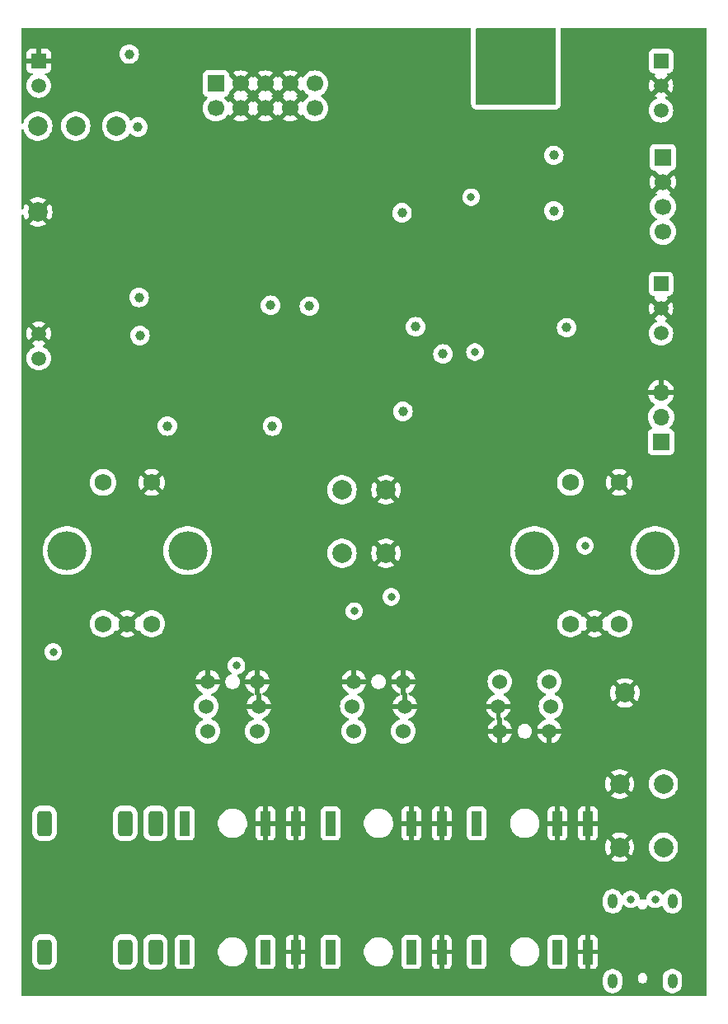
<source format=gbr>
%TF.GenerationSoftware,KiCad,Pcbnew,8.0.8*%
%TF.CreationDate,2025-04-14T15:03:00+01:00*%
%TF.ProjectId,oscar_components,6f736361-725f-4636-9f6d-706f6e656e74,rev?*%
%TF.SameCoordinates,Original*%
%TF.FileFunction,Copper,L3,Inr*%
%TF.FilePolarity,Positive*%
%FSLAX46Y46*%
G04 Gerber Fmt 4.6, Leading zero omitted, Abs format (unit mm)*
G04 Created by KiCad (PCBNEW 8.0.8) date 2025-04-14 15:03:00*
%MOMM*%
%LPD*%
G01*
G04 APERTURE LIST*
G04 Aperture macros list*
%AMRoundRect*
0 Rectangle with rounded corners*
0 $1 Rounding radius*
0 $2 $3 $4 $5 $6 $7 $8 $9 X,Y pos of 4 corners*
0 Add a 4 corners polygon primitive as box body*
4,1,4,$2,$3,$4,$5,$6,$7,$8,$9,$2,$3,0*
0 Add four circle primitives for the rounded corners*
1,1,$1+$1,$2,$3*
1,1,$1+$1,$4,$5*
1,1,$1+$1,$6,$7*
1,1,$1+$1,$8,$9*
0 Add four rect primitives between the rounded corners*
20,1,$1+$1,$2,$3,$4,$5,0*
20,1,$1+$1,$4,$5,$6,$7,0*
20,1,$1+$1,$6,$7,$8,$9,0*
20,1,$1+$1,$8,$9,$2,$3,0*%
G04 Aperture macros list end*
%TA.AperFunction,ComponentPad*%
%ADD10R,1.000000X2.500000*%
%TD*%
%TA.AperFunction,ComponentPad*%
%ADD11C,1.750000*%
%TD*%
%TA.AperFunction,ComponentPad*%
%ADD12O,4.000000X4.000000*%
%TD*%
%TA.AperFunction,ComponentPad*%
%ADD13R,1.500000X1.500000*%
%TD*%
%TA.AperFunction,ComponentPad*%
%ADD14C,1.500000*%
%TD*%
%TA.AperFunction,ComponentPad*%
%ADD15RoundRect,0.375000X0.375000X-0.925000X0.375000X0.925000X-0.375000X0.925000X-0.375000X-0.925000X0*%
%TD*%
%TA.AperFunction,ComponentPad*%
%ADD16C,2.000000*%
%TD*%
%TA.AperFunction,ComponentPad*%
%ADD17C,1.524000*%
%TD*%
%TA.AperFunction,ComponentPad*%
%ADD18O,1.000000X1.500000*%
%TD*%
%TA.AperFunction,ComponentPad*%
%ADD19R,1.700000X1.700000*%
%TD*%
%TA.AperFunction,ComponentPad*%
%ADD20C,1.700000*%
%TD*%
%TA.AperFunction,ComponentPad*%
%ADD21O,1.700000X1.700000*%
%TD*%
%TA.AperFunction,ViaPad*%
%ADD22C,0.800000*%
%TD*%
%TA.AperFunction,ViaPad*%
%ADD23C,1.000000*%
%TD*%
G04 APERTURE END LIST*
D10*
%TO.N,GND*%
%TO.C,J4*%
X128480000Y-132000000D03*
X125380000Y-132000000D03*
%TO.N,/CHA_In*%
X117080000Y-132000000D03*
%TD*%
%TO.N,GND*%
%TO.C,J5*%
X143480000Y-132000000D03*
X140380000Y-132000000D03*
%TO.N,/CHB_In*%
X132080000Y-132000000D03*
%TD*%
%TO.N,GND*%
%TO.C,J7*%
X128480000Y-145200000D03*
%TO.N,unconnected-(J7-Pad2)*%
X125380000Y-145200000D03*
%TO.N,/CHA_Out*%
X117080000Y-145200000D03*
%TD*%
%TO.N,GND*%
%TO.C,J8*%
X143480000Y-145200000D03*
%TO.N,unconnected-(J8-Pad2)*%
X140380000Y-145200000D03*
%TO.N,/CHB_Out*%
X132080000Y-145200000D03*
%TD*%
%TO.N,GND*%
%TO.C,J6*%
X158480000Y-145200000D03*
%TO.N,unconnected-(J6-Pad2)*%
X155380000Y-145200000D03*
%TO.N,/CHC_Out*%
X147080000Y-145200000D03*
%TD*%
D11*
%TO.N,/R_ENC_UP*%
%TO.C,SW4*%
X156700000Y-111500000D03*
%TO.N,/R_ENC_DN*%
X161700000Y-111500000D03*
%TO.N,GND*%
X159200000Y-111500000D03*
%TO.N,/R_ENC_BTN*%
X156700000Y-97000000D03*
%TO.N,GND*%
X161700000Y-97000000D03*
D12*
%TO.N,N/C*%
X153000000Y-104000000D03*
X165400000Y-104000000D03*
%TD*%
D11*
%TO.N,/L_ENC_UP*%
%TO.C,SW3*%
X108700000Y-111500000D03*
%TO.N,/L_ENC_DN*%
X113700000Y-111500000D03*
%TO.N,GND*%
X111200000Y-111500000D03*
%TO.N,/L_ENC_BTN*%
X108700000Y-97000000D03*
%TO.N,GND*%
X113700000Y-97000000D03*
D12*
%TO.N,N/C*%
X105000000Y-104000000D03*
X117400000Y-104000000D03*
%TD*%
D13*
%TO.N,/LCD_DC*%
%TO.C,U2*%
X166000000Y-53700000D03*
D14*
%TO.N,GND*%
X166000000Y-56240000D03*
%TO.N,/LCD_RESET*%
X166000000Y-58780000D03*
D13*
%TO.N,/LCD_SCK*%
X166000000Y-76600000D03*
D14*
%TO.N,GND*%
X166000000Y-79140000D03*
%TO.N,/LCD_MOSI*%
X166000000Y-81680000D03*
D13*
%TO.N,GND*%
X102100000Y-53700000D03*
D14*
%TO.N,Net-(U2-BackLight)*%
X102100000Y-56240000D03*
%TO.N,GND*%
X102100000Y-81700000D03*
%TO.N,+3.3V*%
X102100000Y-84240000D03*
%TD*%
D10*
%TO.N,GND*%
%TO.C,J3*%
X158480000Y-132000000D03*
X155380000Y-132000000D03*
%TO.N,/CHC_In*%
X147080000Y-132000000D03*
%TD*%
D15*
%TO.N,/MIDI_VREF*%
%TO.C,J9*%
X110980000Y-132000000D03*
%TO.N,unconnected-(J9-PadS)*%
X114080000Y-132000000D03*
%TO.N,/MIDI_DATA*%
X102680000Y-132000000D03*
%TD*%
D16*
%TO.N,/NRST*%
%TO.C,SW1*%
X166250000Y-127950000D03*
X166250000Y-134450000D03*
%TO.N,GND*%
X161750000Y-127950000D03*
X161750000Y-134450000D03*
%TD*%
D17*
%TO.N,/ChB_Button*%
%TO.C,BTN2*%
X134460000Y-122540000D03*
X139540000Y-122540000D03*
%TO.N,GND*%
X134460000Y-117460000D03*
X139540000Y-117460000D03*
%TO.N,Net-(BTN2-A)*%
X134300000Y-120000000D03*
%TO.N,GND*%
X139700000Y-120000000D03*
%TD*%
%TO.N,/ChC_Button*%
%TO.C,BTN3*%
X154540000Y-117460000D03*
X149460000Y-117460000D03*
%TO.N,GND*%
X154540000Y-122540000D03*
X149460000Y-122540000D03*
%TO.N,Net-(BTN3-A)*%
X154700000Y-120000000D03*
%TO.N,GND*%
X149300000Y-120000000D03*
%TD*%
D16*
%TO.N,-12V*%
%TO.C,TP2*%
X110100000Y-60400000D03*
%TD*%
%TO.N,+12V*%
%TO.C,TP1*%
X105900000Y-60400000D03*
%TD*%
D17*
%TO.N,/ChA_Button*%
%TO.C,BTN1*%
X119460000Y-122540000D03*
X124540000Y-122540000D03*
%TO.N,GND*%
X119460000Y-117460000D03*
X124540000Y-117460000D03*
%TO.N,Net-(BTN1-A)*%
X119300000Y-120000000D03*
%TO.N,GND*%
X124700000Y-120000000D03*
%TD*%
D16*
%TO.N,GND*%
%TO.C,TP4*%
X102000000Y-69200000D03*
%TD*%
%TO.N,GND*%
%TO.C,TP3*%
X162300000Y-118600000D03*
%TD*%
%TO.N,+3.3V*%
%TO.C,TP5*%
X102000000Y-60400000D03*
%TD*%
D18*
%TO.N,unconnected-(J11-SHIELD-PadS1)_3*%
%TO.C,J11*%
X167170000Y-140000000D03*
%TO.N,unconnected-(J11-SHIELD-PadS1)_2*%
X161030000Y-140000000D03*
%TO.N,unconnected-(J11-SHIELD-PadS1)*%
X167170000Y-148200000D03*
%TO.N,unconnected-(J11-SHIELD-PadS1)_1*%
X161030000Y-148200000D03*
%TD*%
D15*
%TO.N,/MIDI_VREF*%
%TO.C,J10*%
X110980000Y-145200000D03*
%TO.N,unconnected-(J10-PadS)*%
X114080000Y-145200000D03*
%TO.N,/MIDI_DATA*%
X102680000Y-145200000D03*
%TD*%
D16*
%TO.N,/MENU*%
%TO.C,SW2*%
X133250000Y-104250000D03*
X133250000Y-97750000D03*
%TO.N,GND*%
X137750000Y-104250000D03*
X137750000Y-97750000D03*
%TD*%
D19*
%TO.N,+3.3V*%
%TO.C,J1*%
X166200000Y-63600000D03*
D20*
%TO.N,GND*%
X166200000Y-66140000D03*
%TO.N,/SWDIO*%
X166200000Y-68680000D03*
%TO.N,/SWCLK*%
X166200000Y-71220000D03*
%TD*%
D19*
%TO.N,/-12V_In*%
%TO.C,J2*%
X120300000Y-56025000D03*
D20*
X120300000Y-58565000D03*
%TO.N,GND*%
X122840000Y-56025000D03*
X122840000Y-58565000D03*
X125380000Y-56025000D03*
X125380000Y-58565000D03*
X127920000Y-56025000D03*
X127920000Y-58565000D03*
%TO.N,/+12V_In*%
X130460000Y-56025000D03*
X130460000Y-58565000D03*
%TD*%
D19*
%TO.N,/DEBUG1*%
%TO.C,J12*%
X166000000Y-92825000D03*
D21*
%TO.N,/DEBUG2*%
X166000000Y-90285000D03*
%TO.N,GND*%
X166000000Y-87745000D03*
%TD*%
D22*
%TO.N,/ChB_Button*%
X122400000Y-115800002D03*
%TO.N,Net-(BTN2-A)*%
X103600000Y-114400000D03*
D23*
%TO.N,+3.3VA*%
X143600000Y-83800000D03*
X125900000Y-78800000D03*
X112500000Y-81900000D03*
%TO.N,+12V*%
X111400000Y-53000000D03*
X115300000Y-91200000D03*
%TO.N,-12V*%
X112300000Y-60500000D03*
X126100000Y-91200000D03*
X112400000Y-77999998D03*
X129899992Y-78900000D03*
D22*
%TO.N,+3.3V*%
X154400000Y-52600000D03*
X149400000Y-55600000D03*
X147900000Y-57200000D03*
D23*
X139400000Y-69300000D03*
D22*
X154400000Y-51100000D03*
X147900000Y-51100000D03*
X151100000Y-55600000D03*
X149400000Y-51100000D03*
D23*
X140800000Y-81000000D03*
D22*
X151100000Y-52600000D03*
D23*
X139500000Y-89700000D03*
D22*
X154400000Y-54100000D03*
X152800000Y-57200000D03*
X149400000Y-57200000D03*
X154400000Y-57200000D03*
X151100000Y-57200000D03*
D23*
X155000000Y-69100000D03*
D22*
X151100000Y-51100000D03*
D23*
X154999998Y-63400000D03*
D22*
X149400000Y-52600000D03*
X147900000Y-52600000D03*
X147900000Y-54100000D03*
X152800000Y-55600000D03*
D23*
X156300000Y-81100000D03*
D22*
X152800000Y-52600000D03*
X152800000Y-51100000D03*
X154400000Y-55600000D03*
X147900000Y-55600000D03*
%TO.N,/ChC_LED*%
X158200000Y-103500000D03*
X146500000Y-67700000D03*
%TO.N,/L_ENC_DN*%
X134500000Y-110200000D03*
%TO.N,/L_ENC_UP*%
X138300000Y-108750000D03*
%TO.N,/NRST*%
X146900000Y-83600000D03*
%TO.N,GND*%
X139300000Y-75900000D03*
X110100000Y-70300000D03*
X164700000Y-146800000D03*
X164100000Y-139100000D03*
X151900000Y-78200000D03*
D23*
X145600000Y-87800000D03*
D22*
X144700000Y-126100000D03*
X114900000Y-70200000D03*
X110400000Y-86000000D03*
X119200000Y-72800000D03*
D23*
X136000000Y-71800000D03*
D22*
X149000000Y-98800000D03*
X136700000Y-109850000D03*
X151300000Y-72100000D03*
X109800000Y-93500000D03*
D23*
X136100000Y-79900000D03*
X159400000Y-69900000D03*
D22*
X155500000Y-85900000D03*
X125800000Y-100200000D03*
X168400000Y-142000000D03*
X122400000Y-80000000D03*
X144200000Y-79100000D03*
X116000000Y-85900000D03*
X154600000Y-97400000D03*
X146300000Y-79700000D03*
X142400000Y-68900000D03*
D23*
X141900000Y-87900000D03*
D22*
X130200000Y-110500000D03*
X104000000Y-116700000D03*
D23*
X158400000Y-81200000D03*
D22*
X133500000Y-113400000D03*
X117200000Y-78800000D03*
X153400000Y-82600000D03*
X158000000Y-92900000D03*
X160523357Y-141549215D03*
D23*
X139600000Y-95900000D03*
X145200000Y-94300000D03*
D22*
X125000000Y-85000000D03*
X144200000Y-72700000D03*
X133500000Y-88400000D03*
X151400000Y-90800000D03*
X129200000Y-69900000D03*
%TO.N,/USB_DP*%
X162900000Y-139800000D03*
%TO.N,/USB_DM*%
X165400000Y-139800000D03*
%TD*%
%TA.AperFunction,Conductor*%
%TO.N,GND*%
G36*
X124790000Y-118608000D02*
G01*
X124826000Y-118608000D01*
X124893039Y-118627685D01*
X124938794Y-118680489D01*
X124950000Y-118732000D01*
X124950000Y-119566988D01*
X124892993Y-119534075D01*
X124765826Y-119500000D01*
X124634174Y-119500000D01*
X124507007Y-119534075D01*
X124450000Y-119566988D01*
X124450000Y-118852000D01*
X124414000Y-118852000D01*
X124346961Y-118832315D01*
X124301206Y-118779511D01*
X124290000Y-118728000D01*
X124290000Y-117893012D01*
X124347007Y-117925925D01*
X124474174Y-117960000D01*
X124605826Y-117960000D01*
X124732993Y-117925925D01*
X124790000Y-117893012D01*
X124790000Y-118608000D01*
G37*
%TD.AperFunction*%
%TA.AperFunction,Conductor*%
G36*
X139790000Y-118608000D02*
G01*
X139826000Y-118608000D01*
X139893039Y-118627685D01*
X139938794Y-118680489D01*
X139950000Y-118732000D01*
X139950000Y-119566988D01*
X139892993Y-119534075D01*
X139765826Y-119500000D01*
X139634174Y-119500000D01*
X139507007Y-119534075D01*
X139450000Y-119566988D01*
X139450000Y-118852000D01*
X139414000Y-118852000D01*
X139346961Y-118832315D01*
X139301206Y-118779511D01*
X139290000Y-118728000D01*
X139290000Y-117893012D01*
X139347007Y-117925925D01*
X139474174Y-117960000D01*
X139605826Y-117960000D01*
X139732993Y-117925925D01*
X139790000Y-117893012D01*
X139790000Y-118608000D01*
G37*
%TD.AperFunction*%
%TA.AperFunction,Conductor*%
G36*
X149550000Y-121148000D02*
G01*
X149586000Y-121148000D01*
X149653039Y-121167685D01*
X149698794Y-121220489D01*
X149710000Y-121272000D01*
X149710000Y-122106988D01*
X149652993Y-122074075D01*
X149525826Y-122040000D01*
X149394174Y-122040000D01*
X149267007Y-122074075D01*
X149210000Y-122106988D01*
X149210000Y-121392000D01*
X149174000Y-121392000D01*
X149106961Y-121372315D01*
X149061206Y-121319511D01*
X149050000Y-121268000D01*
X149050000Y-120433012D01*
X149107007Y-120465925D01*
X149234174Y-120500000D01*
X149365826Y-120500000D01*
X149492993Y-120465925D01*
X149550000Y-120433012D01*
X149550000Y-121148000D01*
G37*
%TD.AperFunction*%
%TA.AperFunction,Conductor*%
G36*
X122374075Y-56217993D02*
G01*
X122439901Y-56332007D01*
X122532993Y-56425099D01*
X122647007Y-56490925D01*
X122710591Y-56507962D01*
X122078626Y-57139926D01*
X122155031Y-57193426D01*
X122198656Y-57248003D01*
X122205848Y-57317501D01*
X122174326Y-57379856D01*
X122155030Y-57396575D01*
X122078627Y-57450072D01*
X122078626Y-57450073D01*
X122710591Y-58082037D01*
X122647007Y-58099075D01*
X122532993Y-58164901D01*
X122439901Y-58257993D01*
X122374075Y-58372007D01*
X122357037Y-58435590D01*
X121725073Y-57803626D01*
X121725072Y-57803627D01*
X121671880Y-57879595D01*
X121617303Y-57923220D01*
X121547805Y-57930414D01*
X121485450Y-57898891D01*
X121468730Y-57879595D01*
X121338496Y-57693600D01*
X121337793Y-57692897D01*
X121216567Y-57571671D01*
X121183084Y-57510351D01*
X121188068Y-57440659D01*
X121229939Y-57384725D01*
X121260915Y-57367810D01*
X121392331Y-57318796D01*
X121507546Y-57232546D01*
X121593796Y-57117331D01*
X121644091Y-56982483D01*
X121650500Y-56922873D01*
X121650499Y-56912313D01*
X121670179Y-56845276D01*
X121686818Y-56824627D01*
X122357037Y-56154408D01*
X122374075Y-56217993D01*
G37*
%TD.AperFunction*%
%TA.AperFunction,Conductor*%
G36*
X124914075Y-56217993D02*
G01*
X124979901Y-56332007D01*
X125072993Y-56425099D01*
X125187007Y-56490925D01*
X125250591Y-56507962D01*
X124618626Y-57139926D01*
X124695031Y-57193426D01*
X124738656Y-57248003D01*
X124745848Y-57317501D01*
X124714326Y-57379856D01*
X124695030Y-57396575D01*
X124618627Y-57450072D01*
X124618626Y-57450073D01*
X125250591Y-58082037D01*
X125187007Y-58099075D01*
X125072993Y-58164901D01*
X124979901Y-58257993D01*
X124914075Y-58372007D01*
X124897037Y-58435590D01*
X124265073Y-57803626D01*
X124265073Y-57803627D01*
X124211575Y-57880031D01*
X124156999Y-57923656D01*
X124087500Y-57930850D01*
X124025145Y-57899327D01*
X124008425Y-57880032D01*
X123954925Y-57803626D01*
X123322962Y-58435590D01*
X123305925Y-58372007D01*
X123240099Y-58257993D01*
X123147007Y-58164901D01*
X123032993Y-58099075D01*
X122969409Y-58082037D01*
X123601372Y-57450073D01*
X123524969Y-57396575D01*
X123481344Y-57341998D01*
X123474152Y-57272499D01*
X123505674Y-57210144D01*
X123524968Y-57193426D01*
X123601371Y-57139925D01*
X122969408Y-56507962D01*
X123032993Y-56490925D01*
X123147007Y-56425099D01*
X123240099Y-56332007D01*
X123305925Y-56217993D01*
X123322962Y-56154408D01*
X123954925Y-56786371D01*
X124008426Y-56709968D01*
X124063004Y-56666344D01*
X124132502Y-56659152D01*
X124194856Y-56690675D01*
X124211575Y-56709969D01*
X124265073Y-56786372D01*
X124897037Y-56154408D01*
X124914075Y-56217993D01*
G37*
%TD.AperFunction*%
%TA.AperFunction,Conductor*%
G36*
X127454075Y-56217993D02*
G01*
X127519901Y-56332007D01*
X127612993Y-56425099D01*
X127727007Y-56490925D01*
X127790591Y-56507962D01*
X127158626Y-57139926D01*
X127235031Y-57193426D01*
X127278656Y-57248003D01*
X127285848Y-57317501D01*
X127254326Y-57379856D01*
X127235030Y-57396575D01*
X127158627Y-57450072D01*
X127158626Y-57450073D01*
X127790591Y-58082037D01*
X127727007Y-58099075D01*
X127612993Y-58164901D01*
X127519901Y-58257993D01*
X127454075Y-58372007D01*
X127437037Y-58435590D01*
X126805073Y-57803626D01*
X126805073Y-57803627D01*
X126751575Y-57880031D01*
X126696999Y-57923656D01*
X126627500Y-57930850D01*
X126565145Y-57899327D01*
X126548425Y-57880032D01*
X126494925Y-57803626D01*
X125862962Y-58435590D01*
X125845925Y-58372007D01*
X125780099Y-58257993D01*
X125687007Y-58164901D01*
X125572993Y-58099075D01*
X125509409Y-58082037D01*
X126141372Y-57450073D01*
X126064969Y-57396575D01*
X126021344Y-57341998D01*
X126014152Y-57272499D01*
X126045674Y-57210144D01*
X126064968Y-57193426D01*
X126141371Y-57139925D01*
X125509408Y-56507962D01*
X125572993Y-56490925D01*
X125687007Y-56425099D01*
X125780099Y-56332007D01*
X125845925Y-56217993D01*
X125862962Y-56154408D01*
X126494925Y-56786371D01*
X126548426Y-56709968D01*
X126603004Y-56666344D01*
X126672502Y-56659152D01*
X126734856Y-56690675D01*
X126751575Y-56709969D01*
X126805073Y-56786372D01*
X127437037Y-56154408D01*
X127454075Y-56217993D01*
G37*
%TD.AperFunction*%
%TA.AperFunction,Conductor*%
G36*
X129034925Y-56786371D02*
G01*
X129088120Y-56710404D01*
X129142697Y-56666780D01*
X129212196Y-56659588D01*
X129274550Y-56691111D01*
X129291268Y-56710404D01*
X129421505Y-56896401D01*
X129421506Y-56896402D01*
X129588597Y-57063493D01*
X129588603Y-57063498D01*
X129774158Y-57193425D01*
X129817783Y-57248002D01*
X129824977Y-57317500D01*
X129793454Y-57379855D01*
X129774158Y-57396575D01*
X129588597Y-57526505D01*
X129421508Y-57693594D01*
X129291269Y-57879595D01*
X129236692Y-57923219D01*
X129167193Y-57930412D01*
X129104839Y-57898890D01*
X129088119Y-57879595D01*
X129034925Y-57803626D01*
X128402962Y-58435590D01*
X128385925Y-58372007D01*
X128320099Y-58257993D01*
X128227007Y-58164901D01*
X128112993Y-58099075D01*
X128049409Y-58082037D01*
X128681372Y-57450073D01*
X128604969Y-57396575D01*
X128561344Y-57341998D01*
X128554152Y-57272499D01*
X128585674Y-57210144D01*
X128604968Y-57193426D01*
X128681371Y-57139925D01*
X128049408Y-56507962D01*
X128112993Y-56490925D01*
X128227007Y-56425099D01*
X128320099Y-56332007D01*
X128385925Y-56217993D01*
X128402962Y-56154408D01*
X129034925Y-56786371D01*
G37*
%TD.AperFunction*%
%TA.AperFunction,Conductor*%
G36*
X146437539Y-50320185D02*
G01*
X146483294Y-50372989D01*
X146494500Y-50424500D01*
X146494500Y-58076000D01*
X146494501Y-58076009D01*
X146506052Y-58183450D01*
X146506054Y-58183462D01*
X146517260Y-58234972D01*
X146551383Y-58337497D01*
X146551386Y-58337503D01*
X146629171Y-58458537D01*
X146629179Y-58458548D01*
X146674923Y-58511340D01*
X146674926Y-58511343D01*
X146674930Y-58511347D01*
X146783664Y-58605567D01*
X146783667Y-58605568D01*
X146783668Y-58605569D01*
X146877925Y-58648616D01*
X146914541Y-58665338D01*
X146981580Y-58685023D01*
X146981584Y-58685024D01*
X147124000Y-58705500D01*
X147124003Y-58705500D01*
X155075990Y-58705500D01*
X155076000Y-58705500D01*
X155183456Y-58693947D01*
X155234967Y-58682741D01*
X155269197Y-58671347D01*
X155337497Y-58648616D01*
X155337501Y-58648613D01*
X155337504Y-58648613D01*
X155458543Y-58570825D01*
X155511347Y-58525070D01*
X155605567Y-58416336D01*
X155665338Y-58285459D01*
X155685023Y-58218420D01*
X155685024Y-58218416D01*
X155705500Y-58076000D01*
X155705500Y-50424500D01*
X155725185Y-50357461D01*
X155777989Y-50311706D01*
X155829500Y-50300500D01*
X170575500Y-50300500D01*
X170642539Y-50320185D01*
X170688294Y-50372989D01*
X170699500Y-50424500D01*
X170699500Y-149575500D01*
X170679815Y-149642539D01*
X170627011Y-149688294D01*
X170575500Y-149699500D01*
X100424500Y-149699500D01*
X100357461Y-149679815D01*
X100311706Y-149627011D01*
X100300500Y-149575500D01*
X100300500Y-148548543D01*
X160029499Y-148548543D01*
X160067947Y-148741829D01*
X160067950Y-148741839D01*
X160143364Y-148923907D01*
X160143371Y-148923920D01*
X160252860Y-149087781D01*
X160252863Y-149087785D01*
X160392214Y-149227136D01*
X160392218Y-149227139D01*
X160556079Y-149336628D01*
X160556092Y-149336635D01*
X160738160Y-149412049D01*
X160738165Y-149412051D01*
X160738169Y-149412051D01*
X160738170Y-149412052D01*
X160931456Y-149450500D01*
X160931459Y-149450500D01*
X161128543Y-149450500D01*
X161258582Y-149424632D01*
X161321835Y-149412051D01*
X161503914Y-149336632D01*
X161667782Y-149227139D01*
X161807139Y-149087782D01*
X161916632Y-148923914D01*
X161992051Y-148741835D01*
X162030500Y-148548543D01*
X166169499Y-148548543D01*
X166207947Y-148741829D01*
X166207950Y-148741839D01*
X166283364Y-148923907D01*
X166283371Y-148923920D01*
X166392860Y-149087781D01*
X166392863Y-149087785D01*
X166532214Y-149227136D01*
X166532218Y-149227139D01*
X166696079Y-149336628D01*
X166696092Y-149336635D01*
X166878160Y-149412049D01*
X166878165Y-149412051D01*
X166878169Y-149412051D01*
X166878170Y-149412052D01*
X167071456Y-149450500D01*
X167071459Y-149450500D01*
X167268543Y-149450500D01*
X167398582Y-149424632D01*
X167461835Y-149412051D01*
X167643914Y-149336632D01*
X167807782Y-149227139D01*
X167947139Y-149087782D01*
X168056632Y-148923914D01*
X168132051Y-148741835D01*
X168170500Y-148548541D01*
X168170500Y-147851459D01*
X168170500Y-147851456D01*
X168132052Y-147658170D01*
X168132051Y-147658169D01*
X168132051Y-147658165D01*
X168108419Y-147601112D01*
X168056635Y-147476092D01*
X168056628Y-147476079D01*
X167947139Y-147312218D01*
X167947136Y-147312214D01*
X167807785Y-147172863D01*
X167807781Y-147172860D01*
X167643920Y-147063371D01*
X167643907Y-147063364D01*
X167461839Y-146987950D01*
X167461829Y-146987947D01*
X167268543Y-146949500D01*
X167268541Y-146949500D01*
X167071459Y-146949500D01*
X167071457Y-146949500D01*
X166878170Y-146987947D01*
X166878160Y-146987950D01*
X166696092Y-147063364D01*
X166696079Y-147063371D01*
X166532218Y-147172860D01*
X166532214Y-147172863D01*
X166392863Y-147312214D01*
X166392860Y-147312218D01*
X166283371Y-147476079D01*
X166283364Y-147476092D01*
X166207950Y-147658160D01*
X166207947Y-147658170D01*
X166169500Y-147851456D01*
X166169500Y-147851459D01*
X166169500Y-148548541D01*
X166169500Y-148548543D01*
X166169499Y-148548543D01*
X162030500Y-148548543D01*
X162030500Y-148548541D01*
X162030500Y-147851459D01*
X162030500Y-147851456D01*
X162003494Y-147715691D01*
X163649500Y-147715691D01*
X163649500Y-148034309D01*
X163680201Y-148148886D01*
X163739511Y-148251613D01*
X163823387Y-148335489D01*
X163926114Y-148394799D01*
X164040691Y-148425500D01*
X164040694Y-148425500D01*
X164159306Y-148425500D01*
X164159309Y-148425500D01*
X164273886Y-148394799D01*
X164376613Y-148335489D01*
X164460489Y-148251613D01*
X164519799Y-148148886D01*
X164550500Y-148034309D01*
X164550500Y-147715691D01*
X164519799Y-147601114D01*
X164460489Y-147498387D01*
X164376613Y-147414511D01*
X164273886Y-147355201D01*
X164159309Y-147324500D01*
X164040691Y-147324500D01*
X163926114Y-147355201D01*
X163926112Y-147355201D01*
X163926112Y-147355202D01*
X163823387Y-147414511D01*
X163823384Y-147414513D01*
X163739513Y-147498384D01*
X163739511Y-147498387D01*
X163680201Y-147601114D01*
X163649500Y-147715691D01*
X162003494Y-147715691D01*
X161992052Y-147658170D01*
X161992051Y-147658169D01*
X161992051Y-147658165D01*
X161968419Y-147601112D01*
X161916635Y-147476092D01*
X161916628Y-147476079D01*
X161807139Y-147312218D01*
X161807136Y-147312214D01*
X161667785Y-147172863D01*
X161667781Y-147172860D01*
X161503920Y-147063371D01*
X161503907Y-147063364D01*
X161321839Y-146987950D01*
X161321829Y-146987947D01*
X161128543Y-146949500D01*
X161128541Y-146949500D01*
X160931459Y-146949500D01*
X160931457Y-146949500D01*
X160738170Y-146987947D01*
X160738160Y-146987950D01*
X160556092Y-147063364D01*
X160556079Y-147063371D01*
X160392218Y-147172860D01*
X160392214Y-147172863D01*
X160252863Y-147312214D01*
X160252860Y-147312218D01*
X160143371Y-147476079D01*
X160143364Y-147476092D01*
X160067950Y-147658160D01*
X160067947Y-147658170D01*
X160029500Y-147851456D01*
X160029500Y-147851459D01*
X160029500Y-148548541D01*
X160029500Y-148548543D01*
X160029499Y-148548543D01*
X100300500Y-148548543D01*
X100300500Y-144198879D01*
X101429500Y-144198879D01*
X101429500Y-146201122D01*
X101429501Y-146201125D01*
X101432399Y-146243886D01*
X101432399Y-146243887D01*
X101478360Y-146428696D01*
X101562967Y-146599292D01*
X101562969Y-146599295D01*
X101682277Y-146747721D01*
X101682278Y-146747722D01*
X101830704Y-146867030D01*
X101830707Y-146867032D01*
X102001302Y-146951639D01*
X102001303Y-146951639D01*
X102001307Y-146951641D01*
X102186111Y-146997600D01*
X102228877Y-147000500D01*
X103131122Y-147000499D01*
X103173889Y-146997600D01*
X103358693Y-146951641D01*
X103529296Y-146867030D01*
X103677722Y-146747722D01*
X103797030Y-146599296D01*
X103881641Y-146428693D01*
X103927600Y-146243889D01*
X103930500Y-146201123D01*
X103930499Y-144198879D01*
X109729500Y-144198879D01*
X109729500Y-146201122D01*
X109729501Y-146201125D01*
X109732399Y-146243886D01*
X109732399Y-146243887D01*
X109778360Y-146428696D01*
X109862967Y-146599292D01*
X109862969Y-146599295D01*
X109982277Y-146747721D01*
X109982278Y-146747722D01*
X110130704Y-146867030D01*
X110130707Y-146867032D01*
X110301302Y-146951639D01*
X110301303Y-146951639D01*
X110301307Y-146951641D01*
X110486111Y-146997600D01*
X110528877Y-147000500D01*
X111431122Y-147000499D01*
X111473889Y-146997600D01*
X111658693Y-146951641D01*
X111829296Y-146867030D01*
X111977722Y-146747722D01*
X112097030Y-146599296D01*
X112181641Y-146428693D01*
X112227600Y-146243889D01*
X112230500Y-146201123D01*
X112230499Y-144198879D01*
X112829500Y-144198879D01*
X112829500Y-146201122D01*
X112829501Y-146201125D01*
X112832399Y-146243886D01*
X112832399Y-146243887D01*
X112878360Y-146428696D01*
X112962967Y-146599292D01*
X112962969Y-146599295D01*
X113082277Y-146747721D01*
X113082278Y-146747722D01*
X113230704Y-146867030D01*
X113230707Y-146867032D01*
X113401302Y-146951639D01*
X113401303Y-146951639D01*
X113401307Y-146951641D01*
X113586111Y-146997600D01*
X113628877Y-147000500D01*
X114531122Y-147000499D01*
X114573889Y-146997600D01*
X114758693Y-146951641D01*
X114929296Y-146867030D01*
X115077722Y-146747722D01*
X115197030Y-146599296D01*
X115281641Y-146428693D01*
X115327600Y-146243889D01*
X115330500Y-146201123D01*
X115330499Y-144198878D01*
X115327600Y-144156111D01*
X115281641Y-143971307D01*
X115254537Y-143916657D01*
X115247335Y-143902135D01*
X116079500Y-143902135D01*
X116079500Y-146497870D01*
X116079501Y-146497876D01*
X116085908Y-146557483D01*
X116136202Y-146692328D01*
X116136206Y-146692335D01*
X116222452Y-146807544D01*
X116222455Y-146807547D01*
X116337664Y-146893793D01*
X116337671Y-146893797D01*
X116472517Y-146944091D01*
X116472516Y-146944091D01*
X116479444Y-146944835D01*
X116532127Y-146950500D01*
X117627872Y-146950499D01*
X117687483Y-146944091D01*
X117822331Y-146893796D01*
X117937546Y-146807546D01*
X118023796Y-146692331D01*
X118074091Y-146557483D01*
X118080500Y-146497873D01*
X118080499Y-145081902D01*
X120499500Y-145081902D01*
X120499500Y-145318097D01*
X120536446Y-145551368D01*
X120609433Y-145775996D01*
X120678701Y-145911940D01*
X120716657Y-145986433D01*
X120855483Y-146177510D01*
X121022490Y-146344517D01*
X121213567Y-146483343D01*
X121312991Y-146534002D01*
X121424003Y-146590566D01*
X121424005Y-146590566D01*
X121424008Y-146590568D01*
X121544412Y-146629689D01*
X121648631Y-146663553D01*
X121881903Y-146700500D01*
X121881908Y-146700500D01*
X122118097Y-146700500D01*
X122351368Y-146663553D01*
X122575992Y-146590568D01*
X122786433Y-146483343D01*
X122977510Y-146344517D01*
X123144517Y-146177510D01*
X123283343Y-145986433D01*
X123390568Y-145775992D01*
X123463553Y-145551368D01*
X123479608Y-145450000D01*
X123500500Y-145318097D01*
X123500500Y-145081902D01*
X123463553Y-144848631D01*
X123429689Y-144744412D01*
X123390568Y-144624008D01*
X123390566Y-144624005D01*
X123390566Y-144624003D01*
X123321299Y-144488060D01*
X123283343Y-144413567D01*
X123144517Y-144222490D01*
X122977510Y-144055483D01*
X122786433Y-143916657D01*
X122757932Y-143902135D01*
X124379500Y-143902135D01*
X124379500Y-146497870D01*
X124379501Y-146497876D01*
X124385908Y-146557483D01*
X124436202Y-146692328D01*
X124436206Y-146692335D01*
X124522452Y-146807544D01*
X124522455Y-146807547D01*
X124637664Y-146893793D01*
X124637671Y-146893797D01*
X124772517Y-146944091D01*
X124772516Y-146944091D01*
X124779444Y-146944835D01*
X124832127Y-146950500D01*
X125927872Y-146950499D01*
X125987483Y-146944091D01*
X126122331Y-146893796D01*
X126237546Y-146807546D01*
X126323796Y-146692331D01*
X126374091Y-146557483D01*
X126380500Y-146497873D01*
X126380499Y-143902155D01*
X127480000Y-143902155D01*
X127480000Y-144950000D01*
X128230000Y-144950000D01*
X128230000Y-145450000D01*
X127480000Y-145450000D01*
X127480000Y-146497844D01*
X127486401Y-146557372D01*
X127486403Y-146557379D01*
X127536645Y-146692086D01*
X127536649Y-146692093D01*
X127622809Y-146807187D01*
X127622812Y-146807190D01*
X127737906Y-146893350D01*
X127737913Y-146893354D01*
X127872620Y-146943596D01*
X127872627Y-146943598D01*
X127932155Y-146949999D01*
X127932172Y-146950000D01*
X128230000Y-146950000D01*
X128230000Y-145749728D01*
X128268060Y-145841614D01*
X128338386Y-145911940D01*
X128430272Y-145950000D01*
X128529728Y-145950000D01*
X128621614Y-145911940D01*
X128691940Y-145841614D01*
X128730000Y-145749728D01*
X128730000Y-146950000D01*
X129027828Y-146950000D01*
X129027844Y-146949999D01*
X129087372Y-146943598D01*
X129087379Y-146943596D01*
X129222086Y-146893354D01*
X129222093Y-146893350D01*
X129337187Y-146807190D01*
X129337190Y-146807187D01*
X129423350Y-146692093D01*
X129423354Y-146692086D01*
X129473596Y-146557379D01*
X129473598Y-146557372D01*
X129479999Y-146497844D01*
X129480000Y-146497827D01*
X129480000Y-145450000D01*
X128730000Y-145450000D01*
X128730000Y-144950000D01*
X129480000Y-144950000D01*
X129480000Y-143902172D01*
X129479999Y-143902155D01*
X129479997Y-143902135D01*
X131079500Y-143902135D01*
X131079500Y-146497870D01*
X131079501Y-146497876D01*
X131085908Y-146557483D01*
X131136202Y-146692328D01*
X131136206Y-146692335D01*
X131222452Y-146807544D01*
X131222455Y-146807547D01*
X131337664Y-146893793D01*
X131337671Y-146893797D01*
X131472517Y-146944091D01*
X131472516Y-146944091D01*
X131479444Y-146944835D01*
X131532127Y-146950500D01*
X132627872Y-146950499D01*
X132687483Y-146944091D01*
X132822331Y-146893796D01*
X132937546Y-146807546D01*
X133023796Y-146692331D01*
X133074091Y-146557483D01*
X133080500Y-146497873D01*
X133080499Y-145081902D01*
X135499500Y-145081902D01*
X135499500Y-145318097D01*
X135536446Y-145551368D01*
X135609433Y-145775996D01*
X135678701Y-145911940D01*
X135716657Y-145986433D01*
X135855483Y-146177510D01*
X136022490Y-146344517D01*
X136213567Y-146483343D01*
X136312991Y-146534002D01*
X136424003Y-146590566D01*
X136424005Y-146590566D01*
X136424008Y-146590568D01*
X136544412Y-146629689D01*
X136648631Y-146663553D01*
X136881903Y-146700500D01*
X136881908Y-146700500D01*
X137118097Y-146700500D01*
X137351368Y-146663553D01*
X137575992Y-146590568D01*
X137786433Y-146483343D01*
X137977510Y-146344517D01*
X138144517Y-146177510D01*
X138283343Y-145986433D01*
X138390568Y-145775992D01*
X138463553Y-145551368D01*
X138479608Y-145450000D01*
X138500500Y-145318097D01*
X138500500Y-145081902D01*
X138463553Y-144848631D01*
X138429689Y-144744412D01*
X138390568Y-144624008D01*
X138390566Y-144624005D01*
X138390566Y-144624003D01*
X138321299Y-144488060D01*
X138283343Y-144413567D01*
X138144517Y-144222490D01*
X137977510Y-144055483D01*
X137786433Y-143916657D01*
X137757932Y-143902135D01*
X139379500Y-143902135D01*
X139379500Y-146497870D01*
X139379501Y-146497876D01*
X139385908Y-146557483D01*
X139436202Y-146692328D01*
X139436206Y-146692335D01*
X139522452Y-146807544D01*
X139522455Y-146807547D01*
X139637664Y-146893793D01*
X139637671Y-146893797D01*
X139772517Y-146944091D01*
X139772516Y-146944091D01*
X139779444Y-146944835D01*
X139832127Y-146950500D01*
X140927872Y-146950499D01*
X140987483Y-146944091D01*
X141122331Y-146893796D01*
X141237546Y-146807546D01*
X141323796Y-146692331D01*
X141374091Y-146557483D01*
X141380500Y-146497873D01*
X141380499Y-143902155D01*
X142480000Y-143902155D01*
X142480000Y-144950000D01*
X143230000Y-144950000D01*
X143230000Y-145450000D01*
X142480000Y-145450000D01*
X142480000Y-146497844D01*
X142486401Y-146557372D01*
X142486403Y-146557379D01*
X142536645Y-146692086D01*
X142536649Y-146692093D01*
X142622809Y-146807187D01*
X142622812Y-146807190D01*
X142737906Y-146893350D01*
X142737913Y-146893354D01*
X142872620Y-146943596D01*
X142872627Y-146943598D01*
X142932155Y-146949999D01*
X142932172Y-146950000D01*
X143230000Y-146950000D01*
X143230000Y-145749728D01*
X143268060Y-145841614D01*
X143338386Y-145911940D01*
X143430272Y-145950000D01*
X143529728Y-145950000D01*
X143621614Y-145911940D01*
X143691940Y-145841614D01*
X143730000Y-145749728D01*
X143730000Y-146950000D01*
X144027828Y-146950000D01*
X144027844Y-146949999D01*
X144087372Y-146943598D01*
X144087379Y-146943596D01*
X144222086Y-146893354D01*
X144222093Y-146893350D01*
X144337187Y-146807190D01*
X144337190Y-146807187D01*
X144423350Y-146692093D01*
X144423354Y-146692086D01*
X144473596Y-146557379D01*
X144473598Y-146557372D01*
X144479999Y-146497844D01*
X144480000Y-146497827D01*
X144480000Y-145450000D01*
X143730000Y-145450000D01*
X143730000Y-144950000D01*
X144480000Y-144950000D01*
X144480000Y-143902172D01*
X144479999Y-143902155D01*
X144479997Y-143902135D01*
X146079500Y-143902135D01*
X146079500Y-146497870D01*
X146079501Y-146497876D01*
X146085908Y-146557483D01*
X146136202Y-146692328D01*
X146136206Y-146692335D01*
X146222452Y-146807544D01*
X146222455Y-146807547D01*
X146337664Y-146893793D01*
X146337671Y-146893797D01*
X146472517Y-146944091D01*
X146472516Y-146944091D01*
X146479444Y-146944835D01*
X146532127Y-146950500D01*
X147627872Y-146950499D01*
X147687483Y-146944091D01*
X147822331Y-146893796D01*
X147937546Y-146807546D01*
X148023796Y-146692331D01*
X148074091Y-146557483D01*
X148080500Y-146497873D01*
X148080499Y-145081902D01*
X150499500Y-145081902D01*
X150499500Y-145318097D01*
X150536446Y-145551368D01*
X150609433Y-145775996D01*
X150678701Y-145911940D01*
X150716657Y-145986433D01*
X150855483Y-146177510D01*
X151022490Y-146344517D01*
X151213567Y-146483343D01*
X151312991Y-146534002D01*
X151424003Y-146590566D01*
X151424005Y-146590566D01*
X151424008Y-146590568D01*
X151544412Y-146629689D01*
X151648631Y-146663553D01*
X151881903Y-146700500D01*
X151881908Y-146700500D01*
X152118097Y-146700500D01*
X152351368Y-146663553D01*
X152575992Y-146590568D01*
X152786433Y-146483343D01*
X152977510Y-146344517D01*
X153144517Y-146177510D01*
X153283343Y-145986433D01*
X153390568Y-145775992D01*
X153463553Y-145551368D01*
X153479608Y-145450000D01*
X153500500Y-145318097D01*
X153500500Y-145081902D01*
X153463553Y-144848631D01*
X153429689Y-144744412D01*
X153390568Y-144624008D01*
X153390566Y-144624005D01*
X153390566Y-144624003D01*
X153321299Y-144488060D01*
X153283343Y-144413567D01*
X153144517Y-144222490D01*
X152977510Y-144055483D01*
X152786433Y-143916657D01*
X152757932Y-143902135D01*
X154379500Y-143902135D01*
X154379500Y-146497870D01*
X154379501Y-146497876D01*
X154385908Y-146557483D01*
X154436202Y-146692328D01*
X154436206Y-146692335D01*
X154522452Y-146807544D01*
X154522455Y-146807547D01*
X154637664Y-146893793D01*
X154637671Y-146893797D01*
X154772517Y-146944091D01*
X154772516Y-146944091D01*
X154779444Y-146944835D01*
X154832127Y-146950500D01*
X155927872Y-146950499D01*
X155987483Y-146944091D01*
X156122331Y-146893796D01*
X156237546Y-146807546D01*
X156323796Y-146692331D01*
X156374091Y-146557483D01*
X156380500Y-146497873D01*
X156380499Y-143902155D01*
X157480000Y-143902155D01*
X157480000Y-144950000D01*
X158230000Y-144950000D01*
X158230000Y-145450000D01*
X157480000Y-145450000D01*
X157480000Y-146497844D01*
X157486401Y-146557372D01*
X157486403Y-146557379D01*
X157536645Y-146692086D01*
X157536649Y-146692093D01*
X157622809Y-146807187D01*
X157622812Y-146807190D01*
X157737906Y-146893350D01*
X157737913Y-146893354D01*
X157872620Y-146943596D01*
X157872627Y-146943598D01*
X157932155Y-146949999D01*
X157932172Y-146950000D01*
X158230000Y-146950000D01*
X158230000Y-145749728D01*
X158268060Y-145841614D01*
X158338386Y-145911940D01*
X158430272Y-145950000D01*
X158529728Y-145950000D01*
X158621614Y-145911940D01*
X158691940Y-145841614D01*
X158730000Y-145749728D01*
X158730000Y-146950000D01*
X159027828Y-146950000D01*
X159027844Y-146949999D01*
X159087372Y-146943598D01*
X159087379Y-146943596D01*
X159222086Y-146893354D01*
X159222093Y-146893350D01*
X159337187Y-146807190D01*
X159337190Y-146807187D01*
X159423350Y-146692093D01*
X159423354Y-146692086D01*
X159473596Y-146557379D01*
X159473598Y-146557372D01*
X159479999Y-146497844D01*
X159480000Y-146497827D01*
X159480000Y-145450000D01*
X158730000Y-145450000D01*
X158730000Y-144950000D01*
X159480000Y-144950000D01*
X159480000Y-143902172D01*
X159479999Y-143902155D01*
X159473598Y-143842627D01*
X159473596Y-143842620D01*
X159423354Y-143707913D01*
X159423350Y-143707906D01*
X159337190Y-143592812D01*
X159337187Y-143592809D01*
X159222093Y-143506649D01*
X159222086Y-143506645D01*
X159087379Y-143456403D01*
X159087372Y-143456401D01*
X159027844Y-143450000D01*
X158730000Y-143450000D01*
X158730000Y-144650272D01*
X158691940Y-144558386D01*
X158621614Y-144488060D01*
X158529728Y-144450000D01*
X158430272Y-144450000D01*
X158338386Y-144488060D01*
X158268060Y-144558386D01*
X158230000Y-144650272D01*
X158230000Y-143450000D01*
X157932155Y-143450000D01*
X157872627Y-143456401D01*
X157872620Y-143456403D01*
X157737913Y-143506645D01*
X157737906Y-143506649D01*
X157622812Y-143592809D01*
X157622809Y-143592812D01*
X157536649Y-143707906D01*
X157536645Y-143707913D01*
X157486403Y-143842620D01*
X157486401Y-143842627D01*
X157480000Y-143902155D01*
X156380499Y-143902155D01*
X156380499Y-143902128D01*
X156374091Y-143842517D01*
X156361751Y-143809433D01*
X156323797Y-143707671D01*
X156323793Y-143707664D01*
X156237547Y-143592455D01*
X156237544Y-143592452D01*
X156122335Y-143506206D01*
X156122328Y-143506202D01*
X155987482Y-143455908D01*
X155987483Y-143455908D01*
X155927883Y-143449501D01*
X155927881Y-143449500D01*
X155927873Y-143449500D01*
X155927864Y-143449500D01*
X154832129Y-143449500D01*
X154832123Y-143449501D01*
X154772516Y-143455908D01*
X154637671Y-143506202D01*
X154637664Y-143506206D01*
X154522455Y-143592452D01*
X154522452Y-143592455D01*
X154436206Y-143707664D01*
X154436202Y-143707671D01*
X154385908Y-143842517D01*
X154379501Y-143902116D01*
X154379501Y-143902123D01*
X154379500Y-143902135D01*
X152757932Y-143902135D01*
X152757918Y-143902128D01*
X152575996Y-143809433D01*
X152351368Y-143736446D01*
X152118097Y-143699500D01*
X152118092Y-143699500D01*
X151881908Y-143699500D01*
X151881903Y-143699500D01*
X151648631Y-143736446D01*
X151424003Y-143809433D01*
X151213566Y-143916657D01*
X151138355Y-143971302D01*
X151022490Y-144055483D01*
X151022488Y-144055485D01*
X151022487Y-144055485D01*
X150855485Y-144222487D01*
X150855485Y-144222488D01*
X150855483Y-144222490D01*
X150795862Y-144304550D01*
X150716657Y-144413566D01*
X150609433Y-144624003D01*
X150536446Y-144848631D01*
X150499500Y-145081902D01*
X148080499Y-145081902D01*
X148080499Y-143902128D01*
X148074091Y-143842517D01*
X148061751Y-143809433D01*
X148023797Y-143707671D01*
X148023793Y-143707664D01*
X147937547Y-143592455D01*
X147937544Y-143592452D01*
X147822335Y-143506206D01*
X147822328Y-143506202D01*
X147687482Y-143455908D01*
X147687483Y-143455908D01*
X147627883Y-143449501D01*
X147627881Y-143449500D01*
X147627873Y-143449500D01*
X147627864Y-143449500D01*
X146532129Y-143449500D01*
X146532123Y-143449501D01*
X146472516Y-143455908D01*
X146337671Y-143506202D01*
X146337664Y-143506206D01*
X146222455Y-143592452D01*
X146222452Y-143592455D01*
X146136206Y-143707664D01*
X146136202Y-143707671D01*
X146085908Y-143842517D01*
X146079501Y-143902116D01*
X146079501Y-143902123D01*
X146079500Y-143902135D01*
X144479997Y-143902135D01*
X144473598Y-143842627D01*
X144473596Y-143842620D01*
X144423354Y-143707913D01*
X144423350Y-143707906D01*
X144337190Y-143592812D01*
X144337187Y-143592809D01*
X144222093Y-143506649D01*
X144222086Y-143506645D01*
X144087379Y-143456403D01*
X144087372Y-143456401D01*
X144027844Y-143450000D01*
X143730000Y-143450000D01*
X143730000Y-144650272D01*
X143691940Y-144558386D01*
X143621614Y-144488060D01*
X143529728Y-144450000D01*
X143430272Y-144450000D01*
X143338386Y-144488060D01*
X143268060Y-144558386D01*
X143230000Y-144650272D01*
X143230000Y-143450000D01*
X142932155Y-143450000D01*
X142872627Y-143456401D01*
X142872620Y-143456403D01*
X142737913Y-143506645D01*
X142737906Y-143506649D01*
X142622812Y-143592809D01*
X142622809Y-143592812D01*
X142536649Y-143707906D01*
X142536645Y-143707913D01*
X142486403Y-143842620D01*
X142486401Y-143842627D01*
X142480000Y-143902155D01*
X141380499Y-143902155D01*
X141380499Y-143902128D01*
X141374091Y-143842517D01*
X141361751Y-143809433D01*
X141323797Y-143707671D01*
X141323793Y-143707664D01*
X141237547Y-143592455D01*
X141237544Y-143592452D01*
X141122335Y-143506206D01*
X141122328Y-143506202D01*
X140987482Y-143455908D01*
X140987483Y-143455908D01*
X140927883Y-143449501D01*
X140927881Y-143449500D01*
X140927873Y-143449500D01*
X140927864Y-143449500D01*
X139832129Y-143449500D01*
X139832123Y-143449501D01*
X139772516Y-143455908D01*
X139637671Y-143506202D01*
X139637664Y-143506206D01*
X139522455Y-143592452D01*
X139522452Y-143592455D01*
X139436206Y-143707664D01*
X139436202Y-143707671D01*
X139385908Y-143842517D01*
X139379501Y-143902116D01*
X139379501Y-143902123D01*
X139379500Y-143902135D01*
X137757932Y-143902135D01*
X137757918Y-143902128D01*
X137575996Y-143809433D01*
X137351368Y-143736446D01*
X137118097Y-143699500D01*
X137118092Y-143699500D01*
X136881908Y-143699500D01*
X136881903Y-143699500D01*
X136648631Y-143736446D01*
X136424003Y-143809433D01*
X136213566Y-143916657D01*
X136138355Y-143971302D01*
X136022490Y-144055483D01*
X136022488Y-144055485D01*
X136022487Y-144055485D01*
X135855485Y-144222487D01*
X135855485Y-144222488D01*
X135855483Y-144222490D01*
X135795862Y-144304550D01*
X135716657Y-144413566D01*
X135609433Y-144624003D01*
X135536446Y-144848631D01*
X135499500Y-145081902D01*
X133080499Y-145081902D01*
X133080499Y-143902128D01*
X133074091Y-143842517D01*
X133061751Y-143809433D01*
X133023797Y-143707671D01*
X133023793Y-143707664D01*
X132937547Y-143592455D01*
X132937544Y-143592452D01*
X132822335Y-143506206D01*
X132822328Y-143506202D01*
X132687482Y-143455908D01*
X132687483Y-143455908D01*
X132627883Y-143449501D01*
X132627881Y-143449500D01*
X132627873Y-143449500D01*
X132627864Y-143449500D01*
X131532129Y-143449500D01*
X131532123Y-143449501D01*
X131472516Y-143455908D01*
X131337671Y-143506202D01*
X131337664Y-143506206D01*
X131222455Y-143592452D01*
X131222452Y-143592455D01*
X131136206Y-143707664D01*
X131136202Y-143707671D01*
X131085908Y-143842517D01*
X131079501Y-143902116D01*
X131079501Y-143902123D01*
X131079500Y-143902135D01*
X129479997Y-143902135D01*
X129473598Y-143842627D01*
X129473596Y-143842620D01*
X129423354Y-143707913D01*
X129423350Y-143707906D01*
X129337190Y-143592812D01*
X129337187Y-143592809D01*
X129222093Y-143506649D01*
X129222086Y-143506645D01*
X129087379Y-143456403D01*
X129087372Y-143456401D01*
X129027844Y-143450000D01*
X128730000Y-143450000D01*
X128730000Y-144650272D01*
X128691940Y-144558386D01*
X128621614Y-144488060D01*
X128529728Y-144450000D01*
X128430272Y-144450000D01*
X128338386Y-144488060D01*
X128268060Y-144558386D01*
X128230000Y-144650272D01*
X128230000Y-143450000D01*
X127932155Y-143450000D01*
X127872627Y-143456401D01*
X127872620Y-143456403D01*
X127737913Y-143506645D01*
X127737906Y-143506649D01*
X127622812Y-143592809D01*
X127622809Y-143592812D01*
X127536649Y-143707906D01*
X127536645Y-143707913D01*
X127486403Y-143842620D01*
X127486401Y-143842627D01*
X127480000Y-143902155D01*
X126380499Y-143902155D01*
X126380499Y-143902128D01*
X126374091Y-143842517D01*
X126361751Y-143809433D01*
X126323797Y-143707671D01*
X126323793Y-143707664D01*
X126237547Y-143592455D01*
X126237544Y-143592452D01*
X126122335Y-143506206D01*
X126122328Y-143506202D01*
X125987482Y-143455908D01*
X125987483Y-143455908D01*
X125927883Y-143449501D01*
X125927881Y-143449500D01*
X125927873Y-143449500D01*
X125927864Y-143449500D01*
X124832129Y-143449500D01*
X124832123Y-143449501D01*
X124772516Y-143455908D01*
X124637671Y-143506202D01*
X124637664Y-143506206D01*
X124522455Y-143592452D01*
X124522452Y-143592455D01*
X124436206Y-143707664D01*
X124436202Y-143707671D01*
X124385908Y-143842517D01*
X124379501Y-143902116D01*
X124379501Y-143902123D01*
X124379500Y-143902135D01*
X122757932Y-143902135D01*
X122757918Y-143902128D01*
X122575996Y-143809433D01*
X122351368Y-143736446D01*
X122118097Y-143699500D01*
X122118092Y-143699500D01*
X121881908Y-143699500D01*
X121881903Y-143699500D01*
X121648631Y-143736446D01*
X121424003Y-143809433D01*
X121213566Y-143916657D01*
X121138355Y-143971302D01*
X121022490Y-144055483D01*
X121022488Y-144055485D01*
X121022487Y-144055485D01*
X120855485Y-144222487D01*
X120855485Y-144222488D01*
X120855483Y-144222490D01*
X120795862Y-144304550D01*
X120716657Y-144413566D01*
X120609433Y-144624003D01*
X120536446Y-144848631D01*
X120499500Y-145081902D01*
X118080499Y-145081902D01*
X118080499Y-143902128D01*
X118074091Y-143842517D01*
X118061751Y-143809433D01*
X118023797Y-143707671D01*
X118023793Y-143707664D01*
X117937547Y-143592455D01*
X117937544Y-143592452D01*
X117822335Y-143506206D01*
X117822328Y-143506202D01*
X117687482Y-143455908D01*
X117687483Y-143455908D01*
X117627883Y-143449501D01*
X117627881Y-143449500D01*
X117627873Y-143449500D01*
X117627864Y-143449500D01*
X116532129Y-143449500D01*
X116532123Y-143449501D01*
X116472516Y-143455908D01*
X116337671Y-143506202D01*
X116337664Y-143506206D01*
X116222455Y-143592452D01*
X116222452Y-143592455D01*
X116136206Y-143707664D01*
X116136202Y-143707671D01*
X116085908Y-143842517D01*
X116079501Y-143902116D01*
X116079501Y-143902123D01*
X116079500Y-143902135D01*
X115247335Y-143902135D01*
X115197032Y-143800707D01*
X115197030Y-143800704D01*
X115077722Y-143652278D01*
X115077721Y-143652277D01*
X114929295Y-143532969D01*
X114929292Y-143532967D01*
X114758697Y-143448360D01*
X114573892Y-143402400D01*
X114552506Y-143400950D01*
X114531123Y-143399500D01*
X114531120Y-143399500D01*
X113628877Y-143399500D01*
X113628874Y-143399501D01*
X113586113Y-143402399D01*
X113586112Y-143402399D01*
X113401303Y-143448360D01*
X113230707Y-143532967D01*
X113230704Y-143532969D01*
X113082278Y-143652277D01*
X113082277Y-143652278D01*
X112962969Y-143800704D01*
X112962967Y-143800707D01*
X112878360Y-143971302D01*
X112832400Y-144156107D01*
X112829500Y-144198879D01*
X112230499Y-144198879D01*
X112230499Y-144198878D01*
X112227600Y-144156111D01*
X112181641Y-143971307D01*
X112154537Y-143916657D01*
X112097032Y-143800707D01*
X112097030Y-143800704D01*
X111977722Y-143652278D01*
X111977721Y-143652277D01*
X111829295Y-143532969D01*
X111829292Y-143532967D01*
X111658697Y-143448360D01*
X111473892Y-143402400D01*
X111452506Y-143400950D01*
X111431123Y-143399500D01*
X111431120Y-143399500D01*
X110528877Y-143399500D01*
X110528874Y-143399501D01*
X110486113Y-143402399D01*
X110486112Y-143402399D01*
X110301303Y-143448360D01*
X110130707Y-143532967D01*
X110130704Y-143532969D01*
X109982278Y-143652277D01*
X109982277Y-143652278D01*
X109862969Y-143800704D01*
X109862967Y-143800707D01*
X109778360Y-143971302D01*
X109732400Y-144156107D01*
X109729500Y-144198879D01*
X103930499Y-144198879D01*
X103930499Y-144198878D01*
X103927600Y-144156111D01*
X103881641Y-143971307D01*
X103854537Y-143916657D01*
X103797032Y-143800707D01*
X103797030Y-143800704D01*
X103677722Y-143652278D01*
X103677721Y-143652277D01*
X103529295Y-143532969D01*
X103529292Y-143532967D01*
X103358697Y-143448360D01*
X103173892Y-143402400D01*
X103152506Y-143400950D01*
X103131123Y-143399500D01*
X103131120Y-143399500D01*
X102228877Y-143399500D01*
X102228874Y-143399501D01*
X102186113Y-143402399D01*
X102186112Y-143402399D01*
X102001303Y-143448360D01*
X101830707Y-143532967D01*
X101830704Y-143532969D01*
X101682278Y-143652277D01*
X101682277Y-143652278D01*
X101562969Y-143800704D01*
X101562967Y-143800707D01*
X101478360Y-143971302D01*
X101432400Y-144156107D01*
X101429500Y-144198879D01*
X100300500Y-144198879D01*
X100300500Y-140348543D01*
X160029499Y-140348543D01*
X160067947Y-140541829D01*
X160067950Y-140541839D01*
X160143364Y-140723907D01*
X160143371Y-140723920D01*
X160252860Y-140887781D01*
X160252863Y-140887785D01*
X160392214Y-141027136D01*
X160392218Y-141027139D01*
X160556079Y-141136628D01*
X160556092Y-141136635D01*
X160738160Y-141212049D01*
X160738165Y-141212051D01*
X160738169Y-141212051D01*
X160738170Y-141212052D01*
X160931456Y-141250500D01*
X160931459Y-141250500D01*
X161128543Y-141250500D01*
X161258582Y-141224632D01*
X161321835Y-141212051D01*
X161503914Y-141136632D01*
X161667782Y-141027139D01*
X161807139Y-140887782D01*
X161916632Y-140723914D01*
X161925869Y-140701615D01*
X161974523Y-140584151D01*
X161992051Y-140541835D01*
X162006346Y-140469969D01*
X162009687Y-140453176D01*
X162042072Y-140391265D01*
X162102788Y-140356691D01*
X162172557Y-140360430D01*
X162223452Y-140394393D01*
X162276380Y-140453176D01*
X162294129Y-140472888D01*
X162447265Y-140584148D01*
X162447270Y-140584151D01*
X162620192Y-140661142D01*
X162620197Y-140661144D01*
X162805354Y-140700500D01*
X162805355Y-140700500D01*
X162994644Y-140700500D01*
X162994646Y-140700500D01*
X163179803Y-140661144D01*
X163352730Y-140584151D01*
X163477573Y-140493447D01*
X163543375Y-140469969D01*
X163611429Y-140485794D01*
X163660124Y-140535900D01*
X163670228Y-140561667D01*
X163680201Y-140598886D01*
X163739511Y-140701613D01*
X163823387Y-140785489D01*
X163926114Y-140844799D01*
X164040691Y-140875500D01*
X164040694Y-140875500D01*
X164159306Y-140875500D01*
X164159309Y-140875500D01*
X164273886Y-140844799D01*
X164376613Y-140785489D01*
X164460489Y-140701613D01*
X164519799Y-140598886D01*
X164549624Y-140487577D01*
X164585987Y-140427921D01*
X164648833Y-140397391D01*
X164718209Y-140405685D01*
X164761547Y-140436702D01*
X164794129Y-140472888D01*
X164947265Y-140584148D01*
X164947270Y-140584151D01*
X165120192Y-140661142D01*
X165120197Y-140661144D01*
X165305354Y-140700500D01*
X165305355Y-140700500D01*
X165494644Y-140700500D01*
X165494646Y-140700500D01*
X165679803Y-140661144D01*
X165852730Y-140584151D01*
X166005871Y-140472888D01*
X166005870Y-140472888D01*
X166011129Y-140469068D01*
X166012350Y-140470749D01*
X166066534Y-140444730D01*
X166135871Y-140453338D01*
X166189548Y-140498065D01*
X166205394Y-140536241D01*
X166206180Y-140536003D01*
X166207950Y-140541839D01*
X166283364Y-140723907D01*
X166283371Y-140723920D01*
X166392860Y-140887781D01*
X166392863Y-140887785D01*
X166532214Y-141027136D01*
X166532218Y-141027139D01*
X166696079Y-141136628D01*
X166696092Y-141136635D01*
X166878160Y-141212049D01*
X166878165Y-141212051D01*
X166878169Y-141212051D01*
X166878170Y-141212052D01*
X167071456Y-141250500D01*
X167071459Y-141250500D01*
X167268543Y-141250500D01*
X167398582Y-141224632D01*
X167461835Y-141212051D01*
X167643914Y-141136632D01*
X167807782Y-141027139D01*
X167947139Y-140887782D01*
X168056632Y-140723914D01*
X168065869Y-140701615D01*
X168114523Y-140584151D01*
X168132051Y-140541835D01*
X168151367Y-140444730D01*
X168170500Y-140348543D01*
X168170500Y-139651456D01*
X168132052Y-139458170D01*
X168132051Y-139458169D01*
X168132051Y-139458165D01*
X168094662Y-139367899D01*
X168056635Y-139276092D01*
X168056628Y-139276079D01*
X167947139Y-139112218D01*
X167947136Y-139112214D01*
X167807785Y-138972863D01*
X167807781Y-138972860D01*
X167643920Y-138863371D01*
X167643907Y-138863364D01*
X167461839Y-138787950D01*
X167461829Y-138787947D01*
X167268543Y-138749500D01*
X167268541Y-138749500D01*
X167071459Y-138749500D01*
X167071457Y-138749500D01*
X166878170Y-138787947D01*
X166878160Y-138787950D01*
X166696092Y-138863364D01*
X166696079Y-138863371D01*
X166532218Y-138972860D01*
X166532214Y-138972863D01*
X166392863Y-139112214D01*
X166392860Y-139112218D01*
X166310873Y-139234920D01*
X166257260Y-139279725D01*
X166187935Y-139288432D01*
X166124908Y-139258277D01*
X166115621Y-139249001D01*
X166005870Y-139127111D01*
X165852734Y-139015851D01*
X165852729Y-139015848D01*
X165679807Y-138938857D01*
X165679802Y-138938855D01*
X165534001Y-138907865D01*
X165494646Y-138899500D01*
X165305354Y-138899500D01*
X165272897Y-138906398D01*
X165120197Y-138938855D01*
X165120192Y-138938857D01*
X164947270Y-139015848D01*
X164947265Y-139015851D01*
X164794129Y-139127111D01*
X164667466Y-139267785D01*
X164572821Y-139431715D01*
X164572818Y-139431722D01*
X164519458Y-139595948D01*
X164514326Y-139611744D01*
X164501360Y-139735113D01*
X164474775Y-139799727D01*
X164417478Y-139839712D01*
X164347659Y-139842372D01*
X164316039Y-139829538D01*
X164273886Y-139805201D01*
X164159309Y-139774500D01*
X164040691Y-139774500D01*
X163949534Y-139798925D01*
X163879684Y-139797262D01*
X163821822Y-139758099D01*
X163794318Y-139693870D01*
X163794130Y-139692204D01*
X163785674Y-139611744D01*
X163727179Y-139431716D01*
X163632533Y-139267784D01*
X163505871Y-139127112D01*
X163505870Y-139127111D01*
X163352734Y-139015851D01*
X163352729Y-139015848D01*
X163179807Y-138938857D01*
X163179802Y-138938855D01*
X163034001Y-138907865D01*
X162994646Y-138899500D01*
X162805354Y-138899500D01*
X162772897Y-138906398D01*
X162620197Y-138938855D01*
X162620192Y-138938857D01*
X162447270Y-139015848D01*
X162447265Y-139015851D01*
X162294129Y-139127111D01*
X162167467Y-139267783D01*
X162145136Y-139306462D01*
X162094568Y-139354677D01*
X162025961Y-139367899D01*
X161961096Y-139341931D01*
X161923187Y-139291912D01*
X161916632Y-139276086D01*
X161916628Y-139276079D01*
X161807139Y-139112218D01*
X161807136Y-139112214D01*
X161667785Y-138972863D01*
X161667781Y-138972860D01*
X161503920Y-138863371D01*
X161503907Y-138863364D01*
X161321839Y-138787950D01*
X161321829Y-138787947D01*
X161128543Y-138749500D01*
X161128541Y-138749500D01*
X160931459Y-138749500D01*
X160931457Y-138749500D01*
X160738170Y-138787947D01*
X160738160Y-138787950D01*
X160556092Y-138863364D01*
X160556079Y-138863371D01*
X160392218Y-138972860D01*
X160392214Y-138972863D01*
X160252863Y-139112214D01*
X160252860Y-139112218D01*
X160143371Y-139276079D01*
X160143364Y-139276092D01*
X160067950Y-139458160D01*
X160067947Y-139458170D01*
X160029500Y-139651456D01*
X160029500Y-139651459D01*
X160029500Y-140348541D01*
X160029500Y-140348543D01*
X160029499Y-140348543D01*
X100300500Y-140348543D01*
X100300500Y-134449994D01*
X160244859Y-134449994D01*
X160244859Y-134450005D01*
X160265385Y-134697729D01*
X160265387Y-134697738D01*
X160326412Y-134938717D01*
X160426267Y-135166367D01*
X160526562Y-135319881D01*
X161226212Y-134620233D01*
X161237482Y-134662292D01*
X161309890Y-134787708D01*
X161412292Y-134890110D01*
X161537708Y-134962518D01*
X161579766Y-134973787D01*
X160879943Y-135673609D01*
X160926768Y-135710055D01*
X160926771Y-135710057D01*
X161145385Y-135828364D01*
X161145396Y-135828369D01*
X161380506Y-135909083D01*
X161625707Y-135950000D01*
X161874293Y-135950000D01*
X162119493Y-135909083D01*
X162354603Y-135828369D01*
X162354614Y-135828364D01*
X162573230Y-135710056D01*
X162573236Y-135710051D01*
X162620055Y-135673610D01*
X162620056Y-135673609D01*
X161920233Y-134973787D01*
X161962292Y-134962518D01*
X162087708Y-134890110D01*
X162190110Y-134787708D01*
X162262518Y-134662292D01*
X162273787Y-134620234D01*
X162973435Y-135319882D01*
X163073733Y-135166364D01*
X163173587Y-134938717D01*
X163234612Y-134697738D01*
X163234614Y-134697729D01*
X163255141Y-134450005D01*
X163255141Y-134449994D01*
X164744357Y-134449994D01*
X164744357Y-134450005D01*
X164764890Y-134697812D01*
X164764892Y-134697824D01*
X164825936Y-134938881D01*
X164925826Y-135166606D01*
X165061833Y-135374782D01*
X165061836Y-135374785D01*
X165230256Y-135557738D01*
X165426491Y-135710474D01*
X165426493Y-135710475D01*
X165644332Y-135828364D01*
X165645190Y-135828828D01*
X165864141Y-135903994D01*
X165878964Y-135909083D01*
X165880386Y-135909571D01*
X166125665Y-135950500D01*
X166374335Y-135950500D01*
X166619614Y-135909571D01*
X166854810Y-135828828D01*
X167073509Y-135710474D01*
X167269744Y-135557738D01*
X167438164Y-135374785D01*
X167574173Y-135166607D01*
X167674063Y-134938881D01*
X167735108Y-134697821D01*
X167755643Y-134450000D01*
X167735108Y-134202179D01*
X167735107Y-134202175D01*
X167674063Y-133961118D01*
X167574173Y-133733393D01*
X167438166Y-133525217D01*
X167322247Y-133399296D01*
X167269744Y-133342262D01*
X167073509Y-133189526D01*
X167073507Y-133189525D01*
X167073506Y-133189524D01*
X166854811Y-133071172D01*
X166854802Y-133071169D01*
X166619616Y-132990429D01*
X166374335Y-132949500D01*
X166125665Y-132949500D01*
X165880383Y-132990429D01*
X165645197Y-133071169D01*
X165645188Y-133071172D01*
X165426493Y-133189524D01*
X165230257Y-133342261D01*
X165061833Y-133525217D01*
X164925826Y-133733393D01*
X164825936Y-133961118D01*
X164764892Y-134202175D01*
X164764890Y-134202187D01*
X164744357Y-134449994D01*
X163255141Y-134449994D01*
X163234614Y-134202270D01*
X163234612Y-134202261D01*
X163173587Y-133961282D01*
X163073732Y-133733632D01*
X162973435Y-133580116D01*
X162273787Y-134279765D01*
X162262518Y-134237708D01*
X162190110Y-134112292D01*
X162087708Y-134009890D01*
X161962292Y-133937482D01*
X161920233Y-133926212D01*
X162620055Y-133226389D01*
X162620055Y-133226388D01*
X162573236Y-133189947D01*
X162573231Y-133189944D01*
X162354614Y-133071635D01*
X162354603Y-133071630D01*
X162119493Y-132990916D01*
X161874293Y-132950000D01*
X161625707Y-132950000D01*
X161380506Y-132990916D01*
X161145396Y-133071630D01*
X161145385Y-133071635D01*
X160926770Y-133189943D01*
X160879943Y-133226389D01*
X161579766Y-133926212D01*
X161537708Y-133937482D01*
X161412292Y-134009890D01*
X161309890Y-134112292D01*
X161237482Y-134237708D01*
X161226212Y-134279766D01*
X160526563Y-133580117D01*
X160426267Y-133733633D01*
X160426265Y-133733637D01*
X160326412Y-133961282D01*
X160265387Y-134202261D01*
X160265385Y-134202270D01*
X160244859Y-134449994D01*
X100300500Y-134449994D01*
X100300500Y-130998879D01*
X101429500Y-130998879D01*
X101429500Y-133001122D01*
X101429501Y-133001125D01*
X101432399Y-133043886D01*
X101432399Y-133043887D01*
X101439184Y-133071169D01*
X101468722Y-133189944D01*
X101478360Y-133228696D01*
X101562967Y-133399292D01*
X101562969Y-133399295D01*
X101682277Y-133547721D01*
X101682278Y-133547722D01*
X101830704Y-133667030D01*
X101830707Y-133667032D01*
X102001302Y-133751639D01*
X102001303Y-133751639D01*
X102001307Y-133751641D01*
X102186111Y-133797600D01*
X102228877Y-133800500D01*
X103131122Y-133800499D01*
X103173889Y-133797600D01*
X103358693Y-133751641D01*
X103529296Y-133667030D01*
X103677722Y-133547722D01*
X103797030Y-133399296D01*
X103881641Y-133228693D01*
X103927600Y-133043889D01*
X103930500Y-133001123D01*
X103930499Y-130998879D01*
X109729500Y-130998879D01*
X109729500Y-133001122D01*
X109729501Y-133001125D01*
X109732399Y-133043886D01*
X109732399Y-133043887D01*
X109739184Y-133071169D01*
X109768722Y-133189944D01*
X109778360Y-133228696D01*
X109862967Y-133399292D01*
X109862969Y-133399295D01*
X109982277Y-133547721D01*
X109982278Y-133547722D01*
X110130704Y-133667030D01*
X110130707Y-133667032D01*
X110301302Y-133751639D01*
X110301303Y-133751639D01*
X110301307Y-133751641D01*
X110486111Y-133797600D01*
X110528877Y-133800500D01*
X111431122Y-133800499D01*
X111473889Y-133797600D01*
X111658693Y-133751641D01*
X111829296Y-133667030D01*
X111977722Y-133547722D01*
X112097030Y-133399296D01*
X112181641Y-133228693D01*
X112227600Y-133043889D01*
X112230500Y-133001123D01*
X112230499Y-130998879D01*
X112829500Y-130998879D01*
X112829500Y-133001122D01*
X112829501Y-133001125D01*
X112832399Y-133043886D01*
X112832399Y-133043887D01*
X112839184Y-133071169D01*
X112868722Y-133189944D01*
X112878360Y-133228696D01*
X112962967Y-133399292D01*
X112962969Y-133399295D01*
X113082277Y-133547721D01*
X113082278Y-133547722D01*
X113230704Y-133667030D01*
X113230707Y-133667032D01*
X113401302Y-133751639D01*
X113401303Y-133751639D01*
X113401307Y-133751641D01*
X113586111Y-133797600D01*
X113628877Y-133800500D01*
X114531122Y-133800499D01*
X114573889Y-133797600D01*
X114758693Y-133751641D01*
X114929296Y-133667030D01*
X115077722Y-133547722D01*
X115197030Y-133399296D01*
X115281641Y-133228693D01*
X115327600Y-133043889D01*
X115330500Y-133001123D01*
X115330499Y-130998878D01*
X115327600Y-130956111D01*
X115281641Y-130771307D01*
X115254537Y-130716657D01*
X115247335Y-130702135D01*
X116079500Y-130702135D01*
X116079500Y-133297870D01*
X116079501Y-133297876D01*
X116085908Y-133357483D01*
X116136202Y-133492328D01*
X116136206Y-133492335D01*
X116222452Y-133607544D01*
X116222455Y-133607547D01*
X116337664Y-133693793D01*
X116337671Y-133693797D01*
X116472517Y-133744091D01*
X116472516Y-133744091D01*
X116479444Y-133744835D01*
X116532127Y-133750500D01*
X117627872Y-133750499D01*
X117687483Y-133744091D01*
X117822331Y-133693796D01*
X117937546Y-133607546D01*
X118023796Y-133492331D01*
X118074091Y-133357483D01*
X118080500Y-133297873D01*
X118080499Y-131881902D01*
X120499500Y-131881902D01*
X120499500Y-132118097D01*
X120536446Y-132351368D01*
X120609433Y-132575996D01*
X120678701Y-132711940D01*
X120716657Y-132786433D01*
X120855483Y-132977510D01*
X121022490Y-133144517D01*
X121213567Y-133283343D01*
X121312991Y-133334002D01*
X121424003Y-133390566D01*
X121424005Y-133390566D01*
X121424008Y-133390568D01*
X121544412Y-133429689D01*
X121648631Y-133463553D01*
X121881903Y-133500500D01*
X121881908Y-133500500D01*
X122118097Y-133500500D01*
X122351368Y-133463553D01*
X122575992Y-133390568D01*
X122786433Y-133283343D01*
X122977510Y-133144517D01*
X123144517Y-132977510D01*
X123283343Y-132786433D01*
X123390568Y-132575992D01*
X123463553Y-132351368D01*
X123479608Y-132250000D01*
X123500500Y-132118097D01*
X123500500Y-131881902D01*
X123463553Y-131648631D01*
X123429689Y-131544412D01*
X123390568Y-131424008D01*
X123390566Y-131424005D01*
X123390566Y-131424003D01*
X123321299Y-131288060D01*
X123283343Y-131213567D01*
X123144517Y-131022490D01*
X122977510Y-130855483D01*
X122786433Y-130716657D01*
X122757971Y-130702155D01*
X124380000Y-130702155D01*
X124380000Y-131750000D01*
X125130000Y-131750000D01*
X125130000Y-132250000D01*
X124380000Y-132250000D01*
X124380000Y-133297844D01*
X124386401Y-133357372D01*
X124386403Y-133357379D01*
X124436645Y-133492086D01*
X124436649Y-133492093D01*
X124522809Y-133607187D01*
X124522812Y-133607190D01*
X124637906Y-133693350D01*
X124637913Y-133693354D01*
X124772620Y-133743596D01*
X124772627Y-133743598D01*
X124832155Y-133749999D01*
X124832172Y-133750000D01*
X125130000Y-133750000D01*
X125130000Y-132549728D01*
X125168060Y-132641614D01*
X125238386Y-132711940D01*
X125330272Y-132750000D01*
X125429728Y-132750000D01*
X125521614Y-132711940D01*
X125591940Y-132641614D01*
X125630000Y-132549728D01*
X125630000Y-133750000D01*
X125927828Y-133750000D01*
X125927844Y-133749999D01*
X125987372Y-133743598D01*
X125987379Y-133743596D01*
X126122086Y-133693354D01*
X126122093Y-133693350D01*
X126237187Y-133607190D01*
X126237190Y-133607187D01*
X126323350Y-133492093D01*
X126323354Y-133492086D01*
X126373596Y-133357379D01*
X126373598Y-133357372D01*
X126379999Y-133297844D01*
X126380000Y-133297827D01*
X126380000Y-132250000D01*
X125630000Y-132250000D01*
X125630000Y-131750000D01*
X126380000Y-131750000D01*
X126380000Y-130702172D01*
X126379999Y-130702155D01*
X127480000Y-130702155D01*
X127480000Y-131750000D01*
X128230000Y-131750000D01*
X128230000Y-132250000D01*
X127480000Y-132250000D01*
X127480000Y-133297844D01*
X127486401Y-133357372D01*
X127486403Y-133357379D01*
X127536645Y-133492086D01*
X127536649Y-133492093D01*
X127622809Y-133607187D01*
X127622812Y-133607190D01*
X127737906Y-133693350D01*
X127737913Y-133693354D01*
X127872620Y-133743596D01*
X127872627Y-133743598D01*
X127932155Y-133749999D01*
X127932172Y-133750000D01*
X128230000Y-133750000D01*
X128230000Y-132549728D01*
X128268060Y-132641614D01*
X128338386Y-132711940D01*
X128430272Y-132750000D01*
X128529728Y-132750000D01*
X128621614Y-132711940D01*
X128691940Y-132641614D01*
X128730000Y-132549728D01*
X128730000Y-133750000D01*
X129027828Y-133750000D01*
X129027844Y-133749999D01*
X129087372Y-133743598D01*
X129087379Y-133743596D01*
X129222086Y-133693354D01*
X129222093Y-133693350D01*
X129337187Y-133607190D01*
X129337190Y-133607187D01*
X129423350Y-133492093D01*
X129423354Y-133492086D01*
X129473596Y-133357379D01*
X129473598Y-133357372D01*
X129479999Y-133297844D01*
X129480000Y-133297827D01*
X129480000Y-132250000D01*
X128730000Y-132250000D01*
X128730000Y-131750000D01*
X129480000Y-131750000D01*
X129480000Y-130702172D01*
X129479999Y-130702155D01*
X129479997Y-130702135D01*
X131079500Y-130702135D01*
X131079500Y-133297870D01*
X131079501Y-133297876D01*
X131085908Y-133357483D01*
X131136202Y-133492328D01*
X131136206Y-133492335D01*
X131222452Y-133607544D01*
X131222455Y-133607547D01*
X131337664Y-133693793D01*
X131337671Y-133693797D01*
X131472517Y-133744091D01*
X131472516Y-133744091D01*
X131479444Y-133744835D01*
X131532127Y-133750500D01*
X132627872Y-133750499D01*
X132687483Y-133744091D01*
X132822331Y-133693796D01*
X132937546Y-133607546D01*
X133023796Y-133492331D01*
X133074091Y-133357483D01*
X133080500Y-133297873D01*
X133080499Y-131881902D01*
X135499500Y-131881902D01*
X135499500Y-132118097D01*
X135536446Y-132351368D01*
X135609433Y-132575996D01*
X135678701Y-132711940D01*
X135716657Y-132786433D01*
X135855483Y-132977510D01*
X136022490Y-133144517D01*
X136213567Y-133283343D01*
X136312991Y-133334002D01*
X136424003Y-133390566D01*
X136424005Y-133390566D01*
X136424008Y-133390568D01*
X136544412Y-133429689D01*
X136648631Y-133463553D01*
X136881903Y-133500500D01*
X136881908Y-133500500D01*
X137118097Y-133500500D01*
X137351368Y-133463553D01*
X137575992Y-133390568D01*
X137786433Y-133283343D01*
X137977510Y-133144517D01*
X138144517Y-132977510D01*
X138283343Y-132786433D01*
X138390568Y-132575992D01*
X138463553Y-132351368D01*
X138479608Y-132250000D01*
X138500500Y-132118097D01*
X138500500Y-131881902D01*
X138463553Y-131648631D01*
X138429689Y-131544412D01*
X138390568Y-131424008D01*
X138390566Y-131424005D01*
X138390566Y-131424003D01*
X138321299Y-131288060D01*
X138283343Y-131213567D01*
X138144517Y-131022490D01*
X137977510Y-130855483D01*
X137786433Y-130716657D01*
X137757971Y-130702155D01*
X139380000Y-130702155D01*
X139380000Y-131750000D01*
X140130000Y-131750000D01*
X140130000Y-132250000D01*
X139380000Y-132250000D01*
X139380000Y-133297844D01*
X139386401Y-133357372D01*
X139386403Y-133357379D01*
X139436645Y-133492086D01*
X139436649Y-133492093D01*
X139522809Y-133607187D01*
X139522812Y-133607190D01*
X139637906Y-133693350D01*
X139637913Y-133693354D01*
X139772620Y-133743596D01*
X139772627Y-133743598D01*
X139832155Y-133749999D01*
X139832172Y-133750000D01*
X140130000Y-133750000D01*
X140130000Y-132549728D01*
X140168060Y-132641614D01*
X140238386Y-132711940D01*
X140330272Y-132750000D01*
X140429728Y-132750000D01*
X140521614Y-132711940D01*
X140591940Y-132641614D01*
X140630000Y-132549728D01*
X140630000Y-133750000D01*
X140927828Y-133750000D01*
X140927844Y-133749999D01*
X140987372Y-133743598D01*
X140987379Y-133743596D01*
X141122086Y-133693354D01*
X141122093Y-133693350D01*
X141237187Y-133607190D01*
X141237190Y-133607187D01*
X141323350Y-133492093D01*
X141323354Y-133492086D01*
X141373596Y-133357379D01*
X141373598Y-133357372D01*
X141379999Y-133297844D01*
X141380000Y-133297827D01*
X141380000Y-132250000D01*
X140630000Y-132250000D01*
X140630000Y-131750000D01*
X141380000Y-131750000D01*
X141380000Y-130702172D01*
X141379999Y-130702155D01*
X142480000Y-130702155D01*
X142480000Y-131750000D01*
X143230000Y-131750000D01*
X143230000Y-132250000D01*
X142480000Y-132250000D01*
X142480000Y-133297844D01*
X142486401Y-133357372D01*
X142486403Y-133357379D01*
X142536645Y-133492086D01*
X142536649Y-133492093D01*
X142622809Y-133607187D01*
X142622812Y-133607190D01*
X142737906Y-133693350D01*
X142737913Y-133693354D01*
X142872620Y-133743596D01*
X142872627Y-133743598D01*
X142932155Y-133749999D01*
X142932172Y-133750000D01*
X143230000Y-133750000D01*
X143230000Y-132549728D01*
X143268060Y-132641614D01*
X143338386Y-132711940D01*
X143430272Y-132750000D01*
X143529728Y-132750000D01*
X143621614Y-132711940D01*
X143691940Y-132641614D01*
X143730000Y-132549728D01*
X143730000Y-133750000D01*
X144027828Y-133750000D01*
X144027844Y-133749999D01*
X144087372Y-133743598D01*
X144087379Y-133743596D01*
X144222086Y-133693354D01*
X144222093Y-133693350D01*
X144337187Y-133607190D01*
X144337190Y-133607187D01*
X144423350Y-133492093D01*
X144423354Y-133492086D01*
X144473596Y-133357379D01*
X144473598Y-133357372D01*
X144479999Y-133297844D01*
X144480000Y-133297827D01*
X144480000Y-132250000D01*
X143730000Y-132250000D01*
X143730000Y-131750000D01*
X144480000Y-131750000D01*
X144480000Y-130702172D01*
X144479999Y-130702155D01*
X144479997Y-130702135D01*
X146079500Y-130702135D01*
X146079500Y-133297870D01*
X146079501Y-133297876D01*
X146085908Y-133357483D01*
X146136202Y-133492328D01*
X146136206Y-133492335D01*
X146222452Y-133607544D01*
X146222455Y-133607547D01*
X146337664Y-133693793D01*
X146337671Y-133693797D01*
X146472517Y-133744091D01*
X146472516Y-133744091D01*
X146479444Y-133744835D01*
X146532127Y-133750500D01*
X147627872Y-133750499D01*
X147687483Y-133744091D01*
X147822331Y-133693796D01*
X147937546Y-133607546D01*
X148023796Y-133492331D01*
X148074091Y-133357483D01*
X148080500Y-133297873D01*
X148080499Y-131881902D01*
X150499500Y-131881902D01*
X150499500Y-132118097D01*
X150536446Y-132351368D01*
X150609433Y-132575996D01*
X150678701Y-132711940D01*
X150716657Y-132786433D01*
X150855483Y-132977510D01*
X151022490Y-133144517D01*
X151213567Y-133283343D01*
X151312991Y-133334002D01*
X151424003Y-133390566D01*
X151424005Y-133390566D01*
X151424008Y-133390568D01*
X151544412Y-133429689D01*
X151648631Y-133463553D01*
X151881903Y-133500500D01*
X151881908Y-133500500D01*
X152118097Y-133500500D01*
X152351368Y-133463553D01*
X152575992Y-133390568D01*
X152786433Y-133283343D01*
X152977510Y-133144517D01*
X153144517Y-132977510D01*
X153283343Y-132786433D01*
X153390568Y-132575992D01*
X153463553Y-132351368D01*
X153479608Y-132250000D01*
X153500500Y-132118097D01*
X153500500Y-131881902D01*
X153463553Y-131648631D01*
X153429689Y-131544412D01*
X153390568Y-131424008D01*
X153390566Y-131424005D01*
X153390566Y-131424003D01*
X153321299Y-131288060D01*
X153283343Y-131213567D01*
X153144517Y-131022490D01*
X152977510Y-130855483D01*
X152786433Y-130716657D01*
X152757971Y-130702155D01*
X154380000Y-130702155D01*
X154380000Y-131750000D01*
X155130000Y-131750000D01*
X155130000Y-132250000D01*
X154380000Y-132250000D01*
X154380000Y-133297844D01*
X154386401Y-133357372D01*
X154386403Y-133357379D01*
X154436645Y-133492086D01*
X154436649Y-133492093D01*
X154522809Y-133607187D01*
X154522812Y-133607190D01*
X154637906Y-133693350D01*
X154637913Y-133693354D01*
X154772620Y-133743596D01*
X154772627Y-133743598D01*
X154832155Y-133749999D01*
X154832172Y-133750000D01*
X155130000Y-133750000D01*
X155130000Y-132549728D01*
X155168060Y-132641614D01*
X155238386Y-132711940D01*
X155330272Y-132750000D01*
X155429728Y-132750000D01*
X155521614Y-132711940D01*
X155591940Y-132641614D01*
X155630000Y-132549728D01*
X155630000Y-133750000D01*
X155927828Y-133750000D01*
X155927844Y-133749999D01*
X155987372Y-133743598D01*
X155987379Y-133743596D01*
X156122086Y-133693354D01*
X156122093Y-133693350D01*
X156237187Y-133607190D01*
X156237190Y-133607187D01*
X156323350Y-133492093D01*
X156323354Y-133492086D01*
X156373596Y-133357379D01*
X156373598Y-133357372D01*
X156379999Y-133297844D01*
X156380000Y-133297827D01*
X156380000Y-132250000D01*
X155630000Y-132250000D01*
X155630000Y-131750000D01*
X156380000Y-131750000D01*
X156380000Y-130702172D01*
X156379999Y-130702155D01*
X157480000Y-130702155D01*
X157480000Y-131750000D01*
X158230000Y-131750000D01*
X158230000Y-132250000D01*
X157480000Y-132250000D01*
X157480000Y-133297844D01*
X157486401Y-133357372D01*
X157486403Y-133357379D01*
X157536645Y-133492086D01*
X157536649Y-133492093D01*
X157622809Y-133607187D01*
X157622812Y-133607190D01*
X157737906Y-133693350D01*
X157737913Y-133693354D01*
X157872620Y-133743596D01*
X157872627Y-133743598D01*
X157932155Y-133749999D01*
X157932172Y-133750000D01*
X158230000Y-133750000D01*
X158230000Y-132549728D01*
X158268060Y-132641614D01*
X158338386Y-132711940D01*
X158430272Y-132750000D01*
X158529728Y-132750000D01*
X158621614Y-132711940D01*
X158691940Y-132641614D01*
X158730000Y-132549728D01*
X158730000Y-133750000D01*
X159027828Y-133750000D01*
X159027844Y-133749999D01*
X159087372Y-133743598D01*
X159087379Y-133743596D01*
X159222086Y-133693354D01*
X159222093Y-133693350D01*
X159337187Y-133607190D01*
X159337190Y-133607187D01*
X159423350Y-133492093D01*
X159423354Y-133492086D01*
X159473596Y-133357379D01*
X159473598Y-133357372D01*
X159479999Y-133297844D01*
X159480000Y-133297827D01*
X159480000Y-132250000D01*
X158730000Y-132250000D01*
X158730000Y-131750000D01*
X159480000Y-131750000D01*
X159480000Y-130702172D01*
X159479999Y-130702155D01*
X159473598Y-130642627D01*
X159473596Y-130642620D01*
X159423354Y-130507913D01*
X159423350Y-130507906D01*
X159337190Y-130392812D01*
X159337187Y-130392809D01*
X159222093Y-130306649D01*
X159222086Y-130306645D01*
X159087379Y-130256403D01*
X159087372Y-130256401D01*
X159027844Y-130250000D01*
X158730000Y-130250000D01*
X158730000Y-131450272D01*
X158691940Y-131358386D01*
X158621614Y-131288060D01*
X158529728Y-131250000D01*
X158430272Y-131250000D01*
X158338386Y-131288060D01*
X158268060Y-131358386D01*
X158230000Y-131450272D01*
X158230000Y-130250000D01*
X157932155Y-130250000D01*
X157872627Y-130256401D01*
X157872620Y-130256403D01*
X157737913Y-130306645D01*
X157737906Y-130306649D01*
X157622812Y-130392809D01*
X157622809Y-130392812D01*
X157536649Y-130507906D01*
X157536645Y-130507913D01*
X157486403Y-130642620D01*
X157486401Y-130642627D01*
X157480000Y-130702155D01*
X156379999Y-130702155D01*
X156373598Y-130642627D01*
X156373596Y-130642620D01*
X156323354Y-130507913D01*
X156323350Y-130507906D01*
X156237190Y-130392812D01*
X156237187Y-130392809D01*
X156122093Y-130306649D01*
X156122086Y-130306645D01*
X155987379Y-130256403D01*
X155987372Y-130256401D01*
X155927844Y-130250000D01*
X155630000Y-130250000D01*
X155630000Y-131450272D01*
X155591940Y-131358386D01*
X155521614Y-131288060D01*
X155429728Y-131250000D01*
X155330272Y-131250000D01*
X155238386Y-131288060D01*
X155168060Y-131358386D01*
X155130000Y-131450272D01*
X155130000Y-130250000D01*
X154832155Y-130250000D01*
X154772627Y-130256401D01*
X154772620Y-130256403D01*
X154637913Y-130306645D01*
X154637906Y-130306649D01*
X154522812Y-130392809D01*
X154522809Y-130392812D01*
X154436649Y-130507906D01*
X154436645Y-130507913D01*
X154386403Y-130642620D01*
X154386401Y-130642627D01*
X154380000Y-130702155D01*
X152757971Y-130702155D01*
X152757918Y-130702128D01*
X152575996Y-130609433D01*
X152351368Y-130536446D01*
X152118097Y-130499500D01*
X152118092Y-130499500D01*
X151881908Y-130499500D01*
X151881903Y-130499500D01*
X151648631Y-130536446D01*
X151424003Y-130609433D01*
X151213566Y-130716657D01*
X151138355Y-130771302D01*
X151022490Y-130855483D01*
X151022488Y-130855485D01*
X151022487Y-130855485D01*
X150855485Y-131022487D01*
X150855485Y-131022488D01*
X150855483Y-131022490D01*
X150795862Y-131104550D01*
X150716657Y-131213566D01*
X150609433Y-131424003D01*
X150536446Y-131648631D01*
X150499500Y-131881902D01*
X148080499Y-131881902D01*
X148080499Y-130702128D01*
X148074091Y-130642517D01*
X148061751Y-130609433D01*
X148023797Y-130507671D01*
X148023793Y-130507664D01*
X147937547Y-130392455D01*
X147937544Y-130392452D01*
X147822335Y-130306206D01*
X147822328Y-130306202D01*
X147687482Y-130255908D01*
X147687483Y-130255908D01*
X147627883Y-130249501D01*
X147627881Y-130249500D01*
X147627873Y-130249500D01*
X147627864Y-130249500D01*
X146532129Y-130249500D01*
X146532123Y-130249501D01*
X146472516Y-130255908D01*
X146337671Y-130306202D01*
X146337664Y-130306206D01*
X146222455Y-130392452D01*
X146222452Y-130392455D01*
X146136206Y-130507664D01*
X146136202Y-130507671D01*
X146085908Y-130642517D01*
X146079501Y-130702116D01*
X146079501Y-130702123D01*
X146079500Y-130702135D01*
X144479997Y-130702135D01*
X144473598Y-130642627D01*
X144473596Y-130642620D01*
X144423354Y-130507913D01*
X144423350Y-130507906D01*
X144337190Y-130392812D01*
X144337187Y-130392809D01*
X144222093Y-130306649D01*
X144222086Y-130306645D01*
X144087379Y-130256403D01*
X144087372Y-130256401D01*
X144027844Y-130250000D01*
X143730000Y-130250000D01*
X143730000Y-131450272D01*
X143691940Y-131358386D01*
X143621614Y-131288060D01*
X143529728Y-131250000D01*
X143430272Y-131250000D01*
X143338386Y-131288060D01*
X143268060Y-131358386D01*
X143230000Y-131450272D01*
X143230000Y-130250000D01*
X142932155Y-130250000D01*
X142872627Y-130256401D01*
X142872620Y-130256403D01*
X142737913Y-130306645D01*
X142737906Y-130306649D01*
X142622812Y-130392809D01*
X142622809Y-130392812D01*
X142536649Y-130507906D01*
X142536645Y-130507913D01*
X142486403Y-130642620D01*
X142486401Y-130642627D01*
X142480000Y-130702155D01*
X141379999Y-130702155D01*
X141373598Y-130642627D01*
X141373596Y-130642620D01*
X141323354Y-130507913D01*
X141323350Y-130507906D01*
X141237190Y-130392812D01*
X141237187Y-130392809D01*
X141122093Y-130306649D01*
X141122086Y-130306645D01*
X140987379Y-130256403D01*
X140987372Y-130256401D01*
X140927844Y-130250000D01*
X140630000Y-130250000D01*
X140630000Y-131450272D01*
X140591940Y-131358386D01*
X140521614Y-131288060D01*
X140429728Y-131250000D01*
X140330272Y-131250000D01*
X140238386Y-131288060D01*
X140168060Y-131358386D01*
X140130000Y-131450272D01*
X140130000Y-130250000D01*
X139832155Y-130250000D01*
X139772627Y-130256401D01*
X139772620Y-130256403D01*
X139637913Y-130306645D01*
X139637906Y-130306649D01*
X139522812Y-130392809D01*
X139522809Y-130392812D01*
X139436649Y-130507906D01*
X139436645Y-130507913D01*
X139386403Y-130642620D01*
X139386401Y-130642627D01*
X139380000Y-130702155D01*
X137757971Y-130702155D01*
X137757918Y-130702128D01*
X137575996Y-130609433D01*
X137351368Y-130536446D01*
X137118097Y-130499500D01*
X137118092Y-130499500D01*
X136881908Y-130499500D01*
X136881903Y-130499500D01*
X136648631Y-130536446D01*
X136424003Y-130609433D01*
X136213566Y-130716657D01*
X136138355Y-130771302D01*
X136022490Y-130855483D01*
X136022488Y-130855485D01*
X136022487Y-130855485D01*
X135855485Y-131022487D01*
X135855485Y-131022488D01*
X135855483Y-131022490D01*
X135795862Y-131104550D01*
X135716657Y-131213566D01*
X135609433Y-131424003D01*
X135536446Y-131648631D01*
X135499500Y-131881902D01*
X133080499Y-131881902D01*
X133080499Y-130702128D01*
X133074091Y-130642517D01*
X133061751Y-130609433D01*
X133023797Y-130507671D01*
X133023793Y-130507664D01*
X132937547Y-130392455D01*
X132937544Y-130392452D01*
X132822335Y-130306206D01*
X132822328Y-130306202D01*
X132687482Y-130255908D01*
X132687483Y-130255908D01*
X132627883Y-130249501D01*
X132627881Y-130249500D01*
X132627873Y-130249500D01*
X132627864Y-130249500D01*
X131532129Y-130249500D01*
X131532123Y-130249501D01*
X131472516Y-130255908D01*
X131337671Y-130306202D01*
X131337664Y-130306206D01*
X131222455Y-130392452D01*
X131222452Y-130392455D01*
X131136206Y-130507664D01*
X131136202Y-130507671D01*
X131085908Y-130642517D01*
X131079501Y-130702116D01*
X131079501Y-130702123D01*
X131079500Y-130702135D01*
X129479997Y-130702135D01*
X129473598Y-130642627D01*
X129473596Y-130642620D01*
X129423354Y-130507913D01*
X129423350Y-130507906D01*
X129337190Y-130392812D01*
X129337187Y-130392809D01*
X129222093Y-130306649D01*
X129222086Y-130306645D01*
X129087379Y-130256403D01*
X129087372Y-130256401D01*
X129027844Y-130250000D01*
X128730000Y-130250000D01*
X128730000Y-131450272D01*
X128691940Y-131358386D01*
X128621614Y-131288060D01*
X128529728Y-131250000D01*
X128430272Y-131250000D01*
X128338386Y-131288060D01*
X128268060Y-131358386D01*
X128230000Y-131450272D01*
X128230000Y-130250000D01*
X127932155Y-130250000D01*
X127872627Y-130256401D01*
X127872620Y-130256403D01*
X127737913Y-130306645D01*
X127737906Y-130306649D01*
X127622812Y-130392809D01*
X127622809Y-130392812D01*
X127536649Y-130507906D01*
X127536645Y-130507913D01*
X127486403Y-130642620D01*
X127486401Y-130642627D01*
X127480000Y-130702155D01*
X126379999Y-130702155D01*
X126373598Y-130642627D01*
X126373596Y-130642620D01*
X126323354Y-130507913D01*
X126323350Y-130507906D01*
X126237190Y-130392812D01*
X126237187Y-130392809D01*
X126122093Y-130306649D01*
X126122086Y-130306645D01*
X125987379Y-130256403D01*
X125987372Y-130256401D01*
X125927844Y-130250000D01*
X125630000Y-130250000D01*
X125630000Y-131450272D01*
X125591940Y-131358386D01*
X125521614Y-131288060D01*
X125429728Y-131250000D01*
X125330272Y-131250000D01*
X125238386Y-131288060D01*
X125168060Y-131358386D01*
X125130000Y-131450272D01*
X125130000Y-130250000D01*
X124832155Y-130250000D01*
X124772627Y-130256401D01*
X124772620Y-130256403D01*
X124637913Y-130306645D01*
X124637906Y-130306649D01*
X124522812Y-130392809D01*
X124522809Y-130392812D01*
X124436649Y-130507906D01*
X124436645Y-130507913D01*
X124386403Y-130642620D01*
X124386401Y-130642627D01*
X124380000Y-130702155D01*
X122757971Y-130702155D01*
X122757918Y-130702128D01*
X122575996Y-130609433D01*
X122351368Y-130536446D01*
X122118097Y-130499500D01*
X122118092Y-130499500D01*
X121881908Y-130499500D01*
X121881903Y-130499500D01*
X121648631Y-130536446D01*
X121424003Y-130609433D01*
X121213566Y-130716657D01*
X121138355Y-130771302D01*
X121022490Y-130855483D01*
X121022488Y-130855485D01*
X121022487Y-130855485D01*
X120855485Y-131022487D01*
X120855485Y-131022488D01*
X120855483Y-131022490D01*
X120795862Y-131104550D01*
X120716657Y-131213566D01*
X120609433Y-131424003D01*
X120536446Y-131648631D01*
X120499500Y-131881902D01*
X118080499Y-131881902D01*
X118080499Y-130702128D01*
X118074091Y-130642517D01*
X118061751Y-130609433D01*
X118023797Y-130507671D01*
X118023793Y-130507664D01*
X117937547Y-130392455D01*
X117937544Y-130392452D01*
X117822335Y-130306206D01*
X117822328Y-130306202D01*
X117687482Y-130255908D01*
X117687483Y-130255908D01*
X117627883Y-130249501D01*
X117627881Y-130249500D01*
X117627873Y-130249500D01*
X117627864Y-130249500D01*
X116532129Y-130249500D01*
X116532123Y-130249501D01*
X116472516Y-130255908D01*
X116337671Y-130306202D01*
X116337664Y-130306206D01*
X116222455Y-130392452D01*
X116222452Y-130392455D01*
X116136206Y-130507664D01*
X116136202Y-130507671D01*
X116085908Y-130642517D01*
X116079501Y-130702116D01*
X116079501Y-130702123D01*
X116079500Y-130702135D01*
X115247335Y-130702135D01*
X115197032Y-130600707D01*
X115197030Y-130600704D01*
X115077722Y-130452278D01*
X115077721Y-130452277D01*
X114929295Y-130332969D01*
X114929292Y-130332967D01*
X114758697Y-130248360D01*
X114573892Y-130202400D01*
X114552506Y-130200950D01*
X114531123Y-130199500D01*
X114531120Y-130199500D01*
X113628877Y-130199500D01*
X113628874Y-130199501D01*
X113586113Y-130202399D01*
X113586112Y-130202399D01*
X113401303Y-130248360D01*
X113230707Y-130332967D01*
X113230704Y-130332969D01*
X113082278Y-130452277D01*
X113082277Y-130452278D01*
X112962969Y-130600704D01*
X112962967Y-130600707D01*
X112878360Y-130771302D01*
X112832400Y-130956107D01*
X112829500Y-130998879D01*
X112230499Y-130998879D01*
X112230499Y-130998878D01*
X112227600Y-130956111D01*
X112181641Y-130771307D01*
X112154537Y-130716657D01*
X112097032Y-130600707D01*
X112097030Y-130600704D01*
X111977722Y-130452278D01*
X111977721Y-130452277D01*
X111829295Y-130332969D01*
X111829292Y-130332967D01*
X111658697Y-130248360D01*
X111473892Y-130202400D01*
X111452506Y-130200950D01*
X111431123Y-130199500D01*
X111431120Y-130199500D01*
X110528877Y-130199500D01*
X110528874Y-130199501D01*
X110486113Y-130202399D01*
X110486112Y-130202399D01*
X110301303Y-130248360D01*
X110130707Y-130332967D01*
X110130704Y-130332969D01*
X109982278Y-130452277D01*
X109982277Y-130452278D01*
X109862969Y-130600704D01*
X109862967Y-130600707D01*
X109778360Y-130771302D01*
X109732400Y-130956107D01*
X109729500Y-130998879D01*
X103930499Y-130998879D01*
X103930499Y-130998878D01*
X103927600Y-130956111D01*
X103881641Y-130771307D01*
X103854537Y-130716657D01*
X103797032Y-130600707D01*
X103797030Y-130600704D01*
X103677722Y-130452278D01*
X103677721Y-130452277D01*
X103529295Y-130332969D01*
X103529292Y-130332967D01*
X103358697Y-130248360D01*
X103173892Y-130202400D01*
X103152506Y-130200950D01*
X103131123Y-130199500D01*
X103131120Y-130199500D01*
X102228877Y-130199500D01*
X102228874Y-130199501D01*
X102186113Y-130202399D01*
X102186112Y-130202399D01*
X102001303Y-130248360D01*
X101830707Y-130332967D01*
X101830704Y-130332969D01*
X101682278Y-130452277D01*
X101682277Y-130452278D01*
X101562969Y-130600704D01*
X101562967Y-130600707D01*
X101478360Y-130771302D01*
X101432400Y-130956107D01*
X101429500Y-130998879D01*
X100300500Y-130998879D01*
X100300500Y-127949994D01*
X160244859Y-127949994D01*
X160244859Y-127950005D01*
X160265385Y-128197729D01*
X160265387Y-128197738D01*
X160326412Y-128438717D01*
X160426267Y-128666367D01*
X160526562Y-128819881D01*
X161226212Y-128120233D01*
X161237482Y-128162292D01*
X161309890Y-128287708D01*
X161412292Y-128390110D01*
X161537708Y-128462518D01*
X161579766Y-128473787D01*
X160879943Y-129173609D01*
X160926768Y-129210055D01*
X160926771Y-129210057D01*
X161145385Y-129328364D01*
X161145396Y-129328369D01*
X161380506Y-129409083D01*
X161625707Y-129450000D01*
X161874293Y-129450000D01*
X162119493Y-129409083D01*
X162354603Y-129328369D01*
X162354614Y-129328364D01*
X162573230Y-129210056D01*
X162573236Y-129210051D01*
X162620055Y-129173610D01*
X162620056Y-129173609D01*
X161920233Y-128473787D01*
X161962292Y-128462518D01*
X162087708Y-128390110D01*
X162190110Y-128287708D01*
X162262518Y-128162292D01*
X162273787Y-128120234D01*
X162973435Y-128819882D01*
X163073733Y-128666364D01*
X163173587Y-128438717D01*
X163234612Y-128197738D01*
X163234614Y-128197729D01*
X163255141Y-127950005D01*
X163255141Y-127949994D01*
X164744357Y-127949994D01*
X164744357Y-127950005D01*
X164764890Y-128197812D01*
X164764892Y-128197824D01*
X164825936Y-128438881D01*
X164925826Y-128666606D01*
X165061833Y-128874782D01*
X165061836Y-128874785D01*
X165230256Y-129057738D01*
X165426491Y-129210474D01*
X165426493Y-129210475D01*
X165644332Y-129328364D01*
X165645190Y-129328828D01*
X165864141Y-129403994D01*
X165878964Y-129409083D01*
X165880386Y-129409571D01*
X166125665Y-129450500D01*
X166374335Y-129450500D01*
X166619614Y-129409571D01*
X166854810Y-129328828D01*
X167073509Y-129210474D01*
X167269744Y-129057738D01*
X167438164Y-128874785D01*
X167574173Y-128666607D01*
X167674063Y-128438881D01*
X167735108Y-128197821D01*
X167755643Y-127950000D01*
X167735108Y-127702179D01*
X167735107Y-127702175D01*
X167674063Y-127461118D01*
X167574173Y-127233393D01*
X167438166Y-127025217D01*
X167416557Y-127001744D01*
X167269744Y-126842262D01*
X167073509Y-126689526D01*
X167073507Y-126689525D01*
X167073506Y-126689524D01*
X166854811Y-126571172D01*
X166854802Y-126571169D01*
X166619616Y-126490429D01*
X166374335Y-126449500D01*
X166125665Y-126449500D01*
X165880383Y-126490429D01*
X165645197Y-126571169D01*
X165645188Y-126571172D01*
X165426493Y-126689524D01*
X165230257Y-126842261D01*
X165061833Y-127025217D01*
X164925826Y-127233393D01*
X164825936Y-127461118D01*
X164764892Y-127702175D01*
X164764890Y-127702187D01*
X164744357Y-127949994D01*
X163255141Y-127949994D01*
X163234614Y-127702270D01*
X163234612Y-127702261D01*
X163173587Y-127461282D01*
X163073732Y-127233632D01*
X162973435Y-127080116D01*
X162273787Y-127779765D01*
X162262518Y-127737708D01*
X162190110Y-127612292D01*
X162087708Y-127509890D01*
X161962292Y-127437482D01*
X161920233Y-127426212D01*
X162620055Y-126726389D01*
X162620055Y-126726388D01*
X162573236Y-126689947D01*
X162573231Y-126689944D01*
X162354614Y-126571635D01*
X162354603Y-126571630D01*
X162119493Y-126490916D01*
X161874293Y-126450000D01*
X161625707Y-126450000D01*
X161380506Y-126490916D01*
X161145396Y-126571630D01*
X161145385Y-126571635D01*
X160926770Y-126689943D01*
X160879943Y-126726389D01*
X161579766Y-127426212D01*
X161537708Y-127437482D01*
X161412292Y-127509890D01*
X161309890Y-127612292D01*
X161237482Y-127737708D01*
X161226212Y-127779766D01*
X160526563Y-127080117D01*
X160426267Y-127233633D01*
X160426265Y-127233637D01*
X160326412Y-127461282D01*
X160265387Y-127702261D01*
X160265385Y-127702270D01*
X160244859Y-127949994D01*
X100300500Y-127949994D01*
X100300500Y-119999997D01*
X118032677Y-119999997D01*
X118032677Y-120000002D01*
X118051929Y-120220062D01*
X118051930Y-120220070D01*
X118109104Y-120433445D01*
X118109105Y-120433447D01*
X118109106Y-120433450D01*
X118140139Y-120500000D01*
X118202466Y-120633662D01*
X118202468Y-120633666D01*
X118329170Y-120814615D01*
X118329175Y-120814621D01*
X118485378Y-120970824D01*
X118485384Y-120970829D01*
X118666333Y-121097531D01*
X118666335Y-121097532D01*
X118666338Y-121097534D01*
X118865881Y-121190582D01*
X118871457Y-121193182D01*
X118870881Y-121194415D01*
X118921922Y-121231999D01*
X118946854Y-121297269D01*
X118932541Y-121365657D01*
X118883527Y-121415450D01*
X118875650Y-121419472D01*
X118826337Y-121442467D01*
X118645377Y-121569175D01*
X118489175Y-121725377D01*
X118362466Y-121906338D01*
X118362465Y-121906340D01*
X118269107Y-122106548D01*
X118269104Y-122106554D01*
X118211930Y-122319929D01*
X118211929Y-122319937D01*
X118192677Y-122539997D01*
X118192677Y-122540002D01*
X118211929Y-122760062D01*
X118211930Y-122760070D01*
X118269104Y-122973445D01*
X118269105Y-122973447D01*
X118269106Y-122973450D01*
X118300139Y-123040000D01*
X118362466Y-123173662D01*
X118362468Y-123173666D01*
X118489170Y-123354615D01*
X118489175Y-123354621D01*
X118645378Y-123510824D01*
X118645384Y-123510829D01*
X118826333Y-123637531D01*
X118826335Y-123637532D01*
X118826338Y-123637534D01*
X119026550Y-123730894D01*
X119239932Y-123788070D01*
X119397123Y-123801822D01*
X119459998Y-123807323D01*
X119460000Y-123807323D01*
X119460002Y-123807323D01*
X119515017Y-123802509D01*
X119680068Y-123788070D01*
X119893450Y-123730894D01*
X120093662Y-123637534D01*
X120274620Y-123510826D01*
X120430826Y-123354620D01*
X120557534Y-123173662D01*
X120650894Y-122973450D01*
X120708070Y-122760068D01*
X120727323Y-122540000D01*
X120727323Y-122539997D01*
X123272677Y-122539997D01*
X123272677Y-122540002D01*
X123291929Y-122760062D01*
X123291930Y-122760070D01*
X123349104Y-122973445D01*
X123349105Y-122973447D01*
X123349106Y-122973450D01*
X123380139Y-123040000D01*
X123442466Y-123173662D01*
X123442468Y-123173666D01*
X123569170Y-123354615D01*
X123569175Y-123354621D01*
X123725378Y-123510824D01*
X123725384Y-123510829D01*
X123906333Y-123637531D01*
X123906335Y-123637532D01*
X123906338Y-123637534D01*
X124106550Y-123730894D01*
X124319932Y-123788070D01*
X124477123Y-123801822D01*
X124539998Y-123807323D01*
X124540000Y-123807323D01*
X124540002Y-123807323D01*
X124595017Y-123802509D01*
X124760068Y-123788070D01*
X124973450Y-123730894D01*
X125173662Y-123637534D01*
X125354620Y-123510826D01*
X125510826Y-123354620D01*
X125637534Y-123173662D01*
X125730894Y-122973450D01*
X125788070Y-122760068D01*
X125807323Y-122540000D01*
X125788070Y-122319932D01*
X125730894Y-122106550D01*
X125637534Y-121906339D01*
X125510826Y-121725380D01*
X125354620Y-121569174D01*
X125354616Y-121569171D01*
X125354615Y-121569170D01*
X125173666Y-121442468D01*
X125173663Y-121442466D01*
X125173662Y-121442466D01*
X125123706Y-121419171D01*
X125071267Y-121372998D01*
X125052115Y-121305804D01*
X125072331Y-121238923D01*
X125125497Y-121193589D01*
X125133001Y-121190551D01*
X125333407Y-121097100D01*
X125333409Y-121097099D01*
X125514301Y-120970436D01*
X125670436Y-120814301D01*
X125797099Y-120633409D01*
X125797100Y-120633407D01*
X125890419Y-120433284D01*
X125890424Y-120433270D01*
X125939531Y-120250000D01*
X125133012Y-120250000D01*
X125165925Y-120192993D01*
X125200000Y-120065826D01*
X125200000Y-119999997D01*
X133032677Y-119999997D01*
X133032677Y-120000002D01*
X133051929Y-120220062D01*
X133051930Y-120220070D01*
X133109104Y-120433445D01*
X133109105Y-120433447D01*
X133109106Y-120433450D01*
X133140139Y-120500000D01*
X133202466Y-120633662D01*
X133202468Y-120633666D01*
X133329170Y-120814615D01*
X133329175Y-120814621D01*
X133485378Y-120970824D01*
X133485384Y-120970829D01*
X133666333Y-121097531D01*
X133666335Y-121097532D01*
X133666338Y-121097534D01*
X133865881Y-121190582D01*
X133871457Y-121193182D01*
X133870881Y-121194415D01*
X133921922Y-121231999D01*
X133946854Y-121297269D01*
X133932541Y-121365657D01*
X133883527Y-121415450D01*
X133875650Y-121419472D01*
X133826337Y-121442467D01*
X133645377Y-121569175D01*
X133489175Y-121725377D01*
X133362466Y-121906338D01*
X133362465Y-121906340D01*
X133269107Y-122106548D01*
X133269104Y-122106554D01*
X133211930Y-122319929D01*
X133211929Y-122319937D01*
X133192677Y-122539997D01*
X133192677Y-122540002D01*
X133211929Y-122760062D01*
X133211930Y-122760070D01*
X133269104Y-122973445D01*
X133269105Y-122973447D01*
X133269106Y-122973450D01*
X133300139Y-123040000D01*
X133362466Y-123173662D01*
X133362468Y-123173666D01*
X133489170Y-123354615D01*
X133489175Y-123354621D01*
X133645378Y-123510824D01*
X133645384Y-123510829D01*
X133826333Y-123637531D01*
X133826335Y-123637532D01*
X133826338Y-123637534D01*
X134026550Y-123730894D01*
X134239932Y-123788070D01*
X134397123Y-123801822D01*
X134459998Y-123807323D01*
X134460000Y-123807323D01*
X134460002Y-123807323D01*
X134515017Y-123802509D01*
X134680068Y-123788070D01*
X134893450Y-123730894D01*
X135093662Y-123637534D01*
X135274620Y-123510826D01*
X135430826Y-123354620D01*
X135557534Y-123173662D01*
X135650894Y-122973450D01*
X135708070Y-122760068D01*
X135727323Y-122540000D01*
X135727323Y-122539997D01*
X138272677Y-122539997D01*
X138272677Y-122540002D01*
X138291929Y-122760062D01*
X138291930Y-122760070D01*
X138349104Y-122973445D01*
X138349105Y-122973447D01*
X138349106Y-122973450D01*
X138380139Y-123040000D01*
X138442466Y-123173662D01*
X138442468Y-123173666D01*
X138569170Y-123354615D01*
X138569175Y-123354621D01*
X138725378Y-123510824D01*
X138725384Y-123510829D01*
X138906333Y-123637531D01*
X138906335Y-123637532D01*
X138906338Y-123637534D01*
X139106550Y-123730894D01*
X139319932Y-123788070D01*
X139477123Y-123801822D01*
X139539998Y-123807323D01*
X139540000Y-123807323D01*
X139540002Y-123807323D01*
X139595017Y-123802509D01*
X139760068Y-123788070D01*
X139973450Y-123730894D01*
X140173662Y-123637534D01*
X140354620Y-123510826D01*
X140510826Y-123354620D01*
X140637534Y-123173662D01*
X140730894Y-122973450D01*
X140788070Y-122760068D01*
X140807323Y-122540000D01*
X140788070Y-122319932D01*
X140730894Y-122106550D01*
X140637534Y-121906339D01*
X140510826Y-121725380D01*
X140354620Y-121569174D01*
X140354616Y-121569171D01*
X140354615Y-121569170D01*
X140173666Y-121442468D01*
X140173663Y-121442466D01*
X140173662Y-121442466D01*
X140123706Y-121419171D01*
X140071267Y-121372998D01*
X140052115Y-121305804D01*
X140072331Y-121238923D01*
X140125497Y-121193589D01*
X140133001Y-121190551D01*
X140333407Y-121097100D01*
X140333409Y-121097099D01*
X140514301Y-120970436D01*
X140670436Y-120814301D01*
X140797099Y-120633409D01*
X140797100Y-120633407D01*
X140890419Y-120433284D01*
X140890424Y-120433270D01*
X140939531Y-120250000D01*
X140133012Y-120250000D01*
X140165925Y-120192993D01*
X140200000Y-120065826D01*
X140200000Y-119934174D01*
X140165925Y-119807007D01*
X140133012Y-119750000D01*
X140939531Y-119750000D01*
X140939531Y-119749999D01*
X148060468Y-119749999D01*
X148060469Y-119750000D01*
X148866988Y-119750000D01*
X148834075Y-119807007D01*
X148800000Y-119934174D01*
X148800000Y-120065826D01*
X148834075Y-120192993D01*
X148866988Y-120250000D01*
X148060469Y-120250000D01*
X148109575Y-120433270D01*
X148109580Y-120433284D01*
X148202899Y-120633407D01*
X148202900Y-120633409D01*
X148329563Y-120814301D01*
X148485698Y-120970436D01*
X148666590Y-121097099D01*
X148666592Y-121097100D01*
X148866722Y-121190422D01*
X148866971Y-121190513D01*
X148867065Y-121190582D01*
X148871628Y-121192710D01*
X148871200Y-121193627D01*
X148923232Y-121231943D01*
X148948164Y-121297213D01*
X148933849Y-121365601D01*
X148884834Y-121415393D01*
X148876958Y-121419414D01*
X148826591Y-121442900D01*
X148826589Y-121442901D01*
X148645700Y-121569560D01*
X148489560Y-121725700D01*
X148362901Y-121906589D01*
X148362900Y-121906591D01*
X148269579Y-122106720D01*
X148269575Y-122106729D01*
X148220468Y-122289999D01*
X148220469Y-122290000D01*
X149026988Y-122290000D01*
X148994075Y-122347007D01*
X148960000Y-122474174D01*
X148960000Y-122605826D01*
X148994075Y-122732993D01*
X149026988Y-122790000D01*
X148220469Y-122790000D01*
X148269575Y-122973270D01*
X148269580Y-122973284D01*
X148362899Y-123173407D01*
X148362900Y-123173409D01*
X148489563Y-123354301D01*
X148645698Y-123510436D01*
X148826590Y-123637099D01*
X148826592Y-123637100D01*
X149026715Y-123730419D01*
X149026729Y-123730424D01*
X149209999Y-123779531D01*
X149210000Y-123779530D01*
X149210000Y-122973012D01*
X149267007Y-123005925D01*
X149394174Y-123040000D01*
X149525826Y-123040000D01*
X149652993Y-123005925D01*
X149710000Y-122973012D01*
X149710000Y-123779531D01*
X149893270Y-123730424D01*
X149893284Y-123730419D01*
X150093407Y-123637100D01*
X150093409Y-123637099D01*
X150274301Y-123510436D01*
X150430436Y-123354301D01*
X150557099Y-123173409D01*
X150557100Y-123173407D01*
X150650419Y-122973284D01*
X150650424Y-122973270D01*
X150699531Y-122790000D01*
X149893012Y-122790000D01*
X149925925Y-122732993D01*
X149957831Y-122613920D01*
X151249499Y-122613920D01*
X151278340Y-122758907D01*
X151278343Y-122758917D01*
X151334912Y-122895488D01*
X151334919Y-122895501D01*
X151417048Y-123018415D01*
X151417051Y-123018419D01*
X151521580Y-123122948D01*
X151521584Y-123122951D01*
X151644498Y-123205080D01*
X151644511Y-123205087D01*
X151781082Y-123261656D01*
X151781087Y-123261658D01*
X151781091Y-123261658D01*
X151781092Y-123261659D01*
X151926079Y-123290500D01*
X151926082Y-123290500D01*
X152073920Y-123290500D01*
X152171462Y-123271096D01*
X152218913Y-123261658D01*
X152355495Y-123205084D01*
X152478416Y-123122951D01*
X152582951Y-123018416D01*
X152665084Y-122895495D01*
X152721658Y-122758913D01*
X152750500Y-122613918D01*
X152750500Y-122466082D01*
X152750500Y-122466079D01*
X152721659Y-122321092D01*
X152721658Y-122321091D01*
X152721658Y-122321087D01*
X152721178Y-122319929D01*
X152665087Y-122184511D01*
X152665080Y-122184498D01*
X152582951Y-122061584D01*
X152582948Y-122061580D01*
X152478419Y-121957051D01*
X152478415Y-121957048D01*
X152355501Y-121874919D01*
X152355488Y-121874912D01*
X152218917Y-121818343D01*
X152218907Y-121818340D01*
X152073920Y-121789500D01*
X152073918Y-121789500D01*
X151926082Y-121789500D01*
X151926080Y-121789500D01*
X151781092Y-121818340D01*
X151781082Y-121818343D01*
X151644511Y-121874912D01*
X151644498Y-121874919D01*
X151521584Y-121957048D01*
X151521580Y-121957051D01*
X151417051Y-122061580D01*
X151417048Y-122061584D01*
X151334919Y-122184498D01*
X151334912Y-122184511D01*
X151278343Y-122321082D01*
X151278340Y-122321092D01*
X151249500Y-122466079D01*
X151249500Y-122466082D01*
X151249500Y-122613918D01*
X151249500Y-122613920D01*
X151249499Y-122613920D01*
X149957831Y-122613920D01*
X149960000Y-122605826D01*
X149960000Y-122474174D01*
X149925925Y-122347007D01*
X149893012Y-122290000D01*
X150699531Y-122290000D01*
X150699531Y-122289999D01*
X150650424Y-122106729D01*
X150650420Y-122106720D01*
X150557099Y-121906591D01*
X150557098Y-121906589D01*
X150430442Y-121725704D01*
X150274297Y-121569560D01*
X150093409Y-121442900D01*
X150093407Y-121442899D01*
X149893285Y-121349581D01*
X149893035Y-121349490D01*
X149892940Y-121349420D01*
X149888372Y-121347290D01*
X149888800Y-121346371D01*
X149836771Y-121308063D01*
X149811836Y-121242794D01*
X149826146Y-121174406D01*
X149875158Y-121124610D01*
X149883042Y-121120585D01*
X149933412Y-121097097D01*
X150114301Y-120970436D01*
X150270436Y-120814301D01*
X150397099Y-120633409D01*
X150397100Y-120633407D01*
X150490419Y-120433284D01*
X150490424Y-120433270D01*
X150539531Y-120250000D01*
X149733012Y-120250000D01*
X149765925Y-120192993D01*
X149800000Y-120065826D01*
X149800000Y-119934174D01*
X149765925Y-119807007D01*
X149733012Y-119750000D01*
X150539531Y-119750000D01*
X150539531Y-119749999D01*
X150490424Y-119566729D01*
X150490420Y-119566720D01*
X150397099Y-119366591D01*
X150397098Y-119366589D01*
X150270442Y-119185704D01*
X150114297Y-119029560D01*
X149933409Y-118902900D01*
X149933407Y-118902899D01*
X149883686Y-118879714D01*
X149831246Y-118833542D01*
X149812094Y-118766349D01*
X149832309Y-118699468D01*
X149885474Y-118654133D01*
X149893295Y-118650966D01*
X149893448Y-118650894D01*
X149893450Y-118650894D01*
X150093662Y-118557534D01*
X150274620Y-118430826D01*
X150430826Y-118274620D01*
X150557534Y-118093662D01*
X150650894Y-117893450D01*
X150708070Y-117680068D01*
X150727323Y-117460000D01*
X150727323Y-117459997D01*
X153272677Y-117459997D01*
X153272677Y-117460002D01*
X153291929Y-117680062D01*
X153291930Y-117680070D01*
X153349104Y-117893445D01*
X153349105Y-117893447D01*
X153349106Y-117893450D01*
X153409972Y-118023978D01*
X153442466Y-118093662D01*
X153442468Y-118093666D01*
X153569170Y-118274615D01*
X153569175Y-118274621D01*
X153725378Y-118430824D01*
X153725384Y-118430829D01*
X153906333Y-118557531D01*
X153906335Y-118557532D01*
X153906338Y-118557534D01*
X154105881Y-118650582D01*
X154111457Y-118653182D01*
X154110881Y-118654415D01*
X154161922Y-118691999D01*
X154186854Y-118757269D01*
X154172541Y-118825657D01*
X154123527Y-118875450D01*
X154115650Y-118879472D01*
X154066337Y-118902467D01*
X153885377Y-119029175D01*
X153729175Y-119185377D01*
X153602466Y-119366338D01*
X153602465Y-119366340D01*
X153509107Y-119566548D01*
X153509104Y-119566554D01*
X153451930Y-119779929D01*
X153451929Y-119779937D01*
X153432677Y-119999997D01*
X153432677Y-120000002D01*
X153451929Y-120220062D01*
X153451930Y-120220070D01*
X153509104Y-120433445D01*
X153509105Y-120433447D01*
X153509106Y-120433450D01*
X153540139Y-120500000D01*
X153602466Y-120633662D01*
X153602468Y-120633666D01*
X153729170Y-120814615D01*
X153729175Y-120814621D01*
X153885378Y-120970824D01*
X153885384Y-120970829D01*
X154066333Y-121097531D01*
X154066335Y-121097532D01*
X154066338Y-121097534D01*
X154101722Y-121114034D01*
X154116292Y-121120828D01*
X154168732Y-121167000D01*
X154187884Y-121234194D01*
X154167668Y-121301075D01*
X154114503Y-121346409D01*
X154107013Y-121349442D01*
X153906591Y-121442900D01*
X153906589Y-121442901D01*
X153725700Y-121569560D01*
X153569560Y-121725700D01*
X153442901Y-121906589D01*
X153442900Y-121906591D01*
X153349579Y-122106720D01*
X153349575Y-122106729D01*
X153300468Y-122289999D01*
X153300469Y-122290000D01*
X154106988Y-122290000D01*
X154074075Y-122347007D01*
X154040000Y-122474174D01*
X154040000Y-122605826D01*
X154074075Y-122732993D01*
X154106988Y-122790000D01*
X153300469Y-122790000D01*
X153349575Y-122973270D01*
X153349580Y-122973284D01*
X153442899Y-123173407D01*
X153442900Y-123173409D01*
X153569563Y-123354301D01*
X153725698Y-123510436D01*
X153906590Y-123637099D01*
X153906592Y-123637100D01*
X154106715Y-123730419D01*
X154106729Y-123730424D01*
X154289999Y-123779531D01*
X154290000Y-123779530D01*
X154290000Y-122973012D01*
X154347007Y-123005925D01*
X154474174Y-123040000D01*
X154605826Y-123040000D01*
X154732993Y-123005925D01*
X154790000Y-122973012D01*
X154790000Y-123779531D01*
X154973270Y-123730424D01*
X154973284Y-123730419D01*
X155173407Y-123637100D01*
X155173409Y-123637099D01*
X155354301Y-123510436D01*
X155510436Y-123354301D01*
X155637099Y-123173409D01*
X155637100Y-123173407D01*
X155730419Y-122973284D01*
X155730424Y-122973270D01*
X155779531Y-122790000D01*
X154973012Y-122790000D01*
X155005925Y-122732993D01*
X155040000Y-122605826D01*
X155040000Y-122474174D01*
X155005925Y-122347007D01*
X154973012Y-122290000D01*
X155779531Y-122290000D01*
X155779531Y-122289999D01*
X155730424Y-122106729D01*
X155730420Y-122106720D01*
X155637099Y-121906591D01*
X155637098Y-121906589D01*
X155510442Y-121725704D01*
X155354297Y-121569560D01*
X155173409Y-121442900D01*
X155173407Y-121442899D01*
X155123686Y-121419714D01*
X155071246Y-121373542D01*
X155052094Y-121306349D01*
X155072309Y-121239468D01*
X155125474Y-121194133D01*
X155133295Y-121190966D01*
X155133448Y-121190894D01*
X155133450Y-121190894D01*
X155333662Y-121097534D01*
X155514620Y-120970826D01*
X155670826Y-120814620D01*
X155797534Y-120633662D01*
X155890894Y-120433450D01*
X155948070Y-120220068D01*
X155967323Y-120000000D01*
X155948070Y-119779932D01*
X155890894Y-119566550D01*
X155797534Y-119366339D01*
X155670826Y-119185380D01*
X155514620Y-119029174D01*
X155514616Y-119029171D01*
X155514615Y-119029170D01*
X155333666Y-118902468D01*
X155333662Y-118902466D01*
X155284227Y-118879414D01*
X155133450Y-118809106D01*
X155133449Y-118809105D01*
X155128543Y-118806818D01*
X155129116Y-118805588D01*
X155078067Y-118767986D01*
X155053143Y-118702713D01*
X155067466Y-118634327D01*
X155101271Y-118599994D01*
X160794859Y-118599994D01*
X160794859Y-118600005D01*
X160815385Y-118847729D01*
X160815387Y-118847738D01*
X160876412Y-119088717D01*
X160976267Y-119316367D01*
X161076562Y-119469881D01*
X161698957Y-118847487D01*
X161723978Y-118907890D01*
X161795112Y-119014351D01*
X161885649Y-119104888D01*
X161992110Y-119176022D01*
X162052511Y-119201041D01*
X161429943Y-119823609D01*
X161476768Y-119860055D01*
X161476771Y-119860057D01*
X161695385Y-119978364D01*
X161695396Y-119978369D01*
X161930506Y-120059083D01*
X162175707Y-120100000D01*
X162424293Y-120100000D01*
X162669493Y-120059083D01*
X162904603Y-119978369D01*
X162904614Y-119978364D01*
X163123230Y-119860056D01*
X163123236Y-119860051D01*
X163170055Y-119823610D01*
X163170056Y-119823609D01*
X162547488Y-119201041D01*
X162607890Y-119176022D01*
X162714351Y-119104888D01*
X162804888Y-119014351D01*
X162876022Y-118907890D01*
X162901041Y-118847488D01*
X163523435Y-119469882D01*
X163623733Y-119316364D01*
X163723587Y-119088717D01*
X163784612Y-118847738D01*
X163784614Y-118847729D01*
X163805141Y-118600005D01*
X163805141Y-118599994D01*
X163784614Y-118352270D01*
X163784612Y-118352261D01*
X163723587Y-118111282D01*
X163623732Y-117883632D01*
X163523435Y-117730116D01*
X162901041Y-118352511D01*
X162876022Y-118292110D01*
X162804888Y-118185649D01*
X162714351Y-118095112D01*
X162607890Y-118023978D01*
X162547487Y-117998958D01*
X163170055Y-117376389D01*
X163170055Y-117376388D01*
X163123236Y-117339947D01*
X163123231Y-117339944D01*
X162904614Y-117221635D01*
X162904603Y-117221630D01*
X162669493Y-117140916D01*
X162424293Y-117100000D01*
X162175707Y-117100000D01*
X161930506Y-117140916D01*
X161695396Y-117221630D01*
X161695385Y-117221635D01*
X161476770Y-117339943D01*
X161429943Y-117376389D01*
X162052512Y-117998958D01*
X161992110Y-118023978D01*
X161885649Y-118095112D01*
X161795112Y-118185649D01*
X161723978Y-118292110D01*
X161698958Y-118352511D01*
X161076563Y-117730117D01*
X160976267Y-117883633D01*
X160976265Y-117883637D01*
X160876412Y-118111282D01*
X160815387Y-118352261D01*
X160815385Y-118352270D01*
X160794859Y-118599994D01*
X155101271Y-118599994D01*
X155116487Y-118584541D01*
X155124317Y-118580543D01*
X155173662Y-118557534D01*
X155354620Y-118430826D01*
X155510826Y-118274620D01*
X155637534Y-118093662D01*
X155730894Y-117893450D01*
X155788070Y-117680068D01*
X155807323Y-117460000D01*
X155788070Y-117239932D01*
X155730894Y-117026550D01*
X155637534Y-116826339D01*
X155539837Y-116686812D01*
X155510827Y-116645381D01*
X155433395Y-116567949D01*
X155354620Y-116489174D01*
X155354616Y-116489171D01*
X155354615Y-116489170D01*
X155173666Y-116362468D01*
X155173662Y-116362466D01*
X155173660Y-116362465D01*
X154973450Y-116269106D01*
X154973447Y-116269105D01*
X154973445Y-116269104D01*
X154760070Y-116211930D01*
X154760062Y-116211929D01*
X154540002Y-116192677D01*
X154539998Y-116192677D01*
X154319937Y-116211929D01*
X154319929Y-116211930D01*
X154106554Y-116269104D01*
X154106548Y-116269107D01*
X153906340Y-116362465D01*
X153906338Y-116362466D01*
X153725377Y-116489175D01*
X153569175Y-116645377D01*
X153442466Y-116826338D01*
X153442465Y-116826340D01*
X153349107Y-117026548D01*
X153349104Y-117026554D01*
X153291930Y-117239929D01*
X153291929Y-117239937D01*
X153272677Y-117459997D01*
X150727323Y-117459997D01*
X150708070Y-117239932D01*
X150650894Y-117026550D01*
X150557534Y-116826339D01*
X150459837Y-116686812D01*
X150430827Y-116645381D01*
X150353395Y-116567949D01*
X150274620Y-116489174D01*
X150274616Y-116489171D01*
X150274615Y-116489170D01*
X150093666Y-116362468D01*
X150093662Y-116362466D01*
X150093660Y-116362465D01*
X149893450Y-116269106D01*
X149893447Y-116269105D01*
X149893445Y-116269104D01*
X149680070Y-116211930D01*
X149680062Y-116211929D01*
X149460002Y-116192677D01*
X149459998Y-116192677D01*
X149239937Y-116211929D01*
X149239929Y-116211930D01*
X149026554Y-116269104D01*
X149026548Y-116269107D01*
X148826340Y-116362465D01*
X148826338Y-116362466D01*
X148645377Y-116489175D01*
X148489175Y-116645377D01*
X148362466Y-116826338D01*
X148362465Y-116826340D01*
X148269107Y-117026548D01*
X148269104Y-117026554D01*
X148211930Y-117239929D01*
X148211929Y-117239937D01*
X148192677Y-117459997D01*
X148192677Y-117460002D01*
X148211929Y-117680062D01*
X148211930Y-117680070D01*
X148269104Y-117893445D01*
X148269105Y-117893447D01*
X148269106Y-117893450D01*
X148329972Y-118023978D01*
X148362466Y-118093662D01*
X148362468Y-118093666D01*
X148489170Y-118274615D01*
X148489175Y-118274621D01*
X148645378Y-118430824D01*
X148645384Y-118430829D01*
X148826333Y-118557531D01*
X148826335Y-118557532D01*
X148826338Y-118557534D01*
X148861722Y-118574034D01*
X148876292Y-118580828D01*
X148928732Y-118627000D01*
X148947884Y-118694194D01*
X148927668Y-118761075D01*
X148874503Y-118806409D01*
X148867013Y-118809442D01*
X148666591Y-118902900D01*
X148666589Y-118902901D01*
X148485700Y-119029560D01*
X148329560Y-119185700D01*
X148202901Y-119366589D01*
X148202900Y-119366591D01*
X148109579Y-119566720D01*
X148109575Y-119566729D01*
X148060468Y-119749999D01*
X140939531Y-119749999D01*
X140890424Y-119566729D01*
X140890420Y-119566720D01*
X140797099Y-119366591D01*
X140797098Y-119366589D01*
X140670442Y-119185704D01*
X140514297Y-119029560D01*
X140333409Y-118902900D01*
X140333407Y-118902899D01*
X140133285Y-118809581D01*
X140133035Y-118809490D01*
X140132940Y-118809420D01*
X140128372Y-118807290D01*
X140128800Y-118806371D01*
X140076771Y-118768063D01*
X140051836Y-118702794D01*
X140066146Y-118634406D01*
X140115158Y-118584610D01*
X140123042Y-118580585D01*
X140173412Y-118557097D01*
X140354301Y-118430436D01*
X140510436Y-118274301D01*
X140637099Y-118093409D01*
X140637100Y-118093407D01*
X140730419Y-117893284D01*
X140730424Y-117893270D01*
X140779531Y-117710000D01*
X139973012Y-117710000D01*
X140005925Y-117652993D01*
X140040000Y-117525826D01*
X140040000Y-117394174D01*
X140005925Y-117267007D01*
X139973012Y-117210000D01*
X140779531Y-117210000D01*
X140779531Y-117209999D01*
X140730424Y-117026729D01*
X140730420Y-117026720D01*
X140637099Y-116826591D01*
X140637098Y-116826589D01*
X140510442Y-116645704D01*
X140354297Y-116489560D01*
X140173409Y-116362900D01*
X140173407Y-116362899D01*
X139973283Y-116269580D01*
X139790000Y-116220468D01*
X139790000Y-117026988D01*
X139732993Y-116994075D01*
X139605826Y-116960000D01*
X139474174Y-116960000D01*
X139347007Y-116994075D01*
X139290000Y-117026988D01*
X139290000Y-116220468D01*
X139106718Y-116269579D01*
X138906591Y-116362900D01*
X138906589Y-116362901D01*
X138725700Y-116489560D01*
X138569560Y-116645700D01*
X138442901Y-116826589D01*
X138442900Y-116826591D01*
X138349579Y-117026720D01*
X138349575Y-117026729D01*
X138300468Y-117209999D01*
X138300469Y-117210000D01*
X139106988Y-117210000D01*
X139074075Y-117267007D01*
X139040000Y-117394174D01*
X139040000Y-117525826D01*
X139074075Y-117652993D01*
X139106988Y-117710000D01*
X138300469Y-117710000D01*
X138349575Y-117893270D01*
X138349580Y-117893284D01*
X138442899Y-118093407D01*
X138442900Y-118093409D01*
X138569563Y-118274301D01*
X138725698Y-118430436D01*
X138906590Y-118557099D01*
X138906592Y-118557100D01*
X139106722Y-118650422D01*
X139106971Y-118650513D01*
X139107065Y-118650582D01*
X139111628Y-118652710D01*
X139111200Y-118653627D01*
X139163232Y-118691943D01*
X139188164Y-118757213D01*
X139173849Y-118825601D01*
X139124834Y-118875393D01*
X139116958Y-118879414D01*
X139066591Y-118902900D01*
X139066589Y-118902901D01*
X138885700Y-119029560D01*
X138729560Y-119185700D01*
X138602901Y-119366589D01*
X138602900Y-119366591D01*
X138509579Y-119566720D01*
X138509575Y-119566729D01*
X138460468Y-119749999D01*
X138460469Y-119750000D01*
X139266988Y-119750000D01*
X139234075Y-119807007D01*
X139200000Y-119934174D01*
X139200000Y-120065826D01*
X139234075Y-120192993D01*
X139266988Y-120250000D01*
X138460469Y-120250000D01*
X138509575Y-120433270D01*
X138509580Y-120433284D01*
X138602899Y-120633407D01*
X138602900Y-120633409D01*
X138729563Y-120814301D01*
X138885698Y-120970436D01*
X139066589Y-121097098D01*
X139116312Y-121120284D01*
X139168752Y-121166456D01*
X139187905Y-121233649D01*
X139167690Y-121300531D01*
X139114525Y-121345866D01*
X139106700Y-121349035D01*
X138906340Y-121442465D01*
X138906338Y-121442466D01*
X138725377Y-121569175D01*
X138569175Y-121725377D01*
X138442466Y-121906338D01*
X138442465Y-121906340D01*
X138349107Y-122106548D01*
X138349104Y-122106554D01*
X138291930Y-122319929D01*
X138291929Y-122319937D01*
X138272677Y-122539997D01*
X135727323Y-122539997D01*
X135708070Y-122319932D01*
X135650894Y-122106550D01*
X135557534Y-121906339D01*
X135430826Y-121725380D01*
X135274620Y-121569174D01*
X135274616Y-121569171D01*
X135274615Y-121569170D01*
X135093666Y-121442468D01*
X135093662Y-121442466D01*
X135044227Y-121419414D01*
X134893450Y-121349106D01*
X134893449Y-121349105D01*
X134888543Y-121346818D01*
X134889116Y-121345588D01*
X134838067Y-121307986D01*
X134813143Y-121242713D01*
X134827466Y-121174327D01*
X134876487Y-121124541D01*
X134884317Y-121120543D01*
X134933662Y-121097534D01*
X135114620Y-120970826D01*
X135270826Y-120814620D01*
X135397534Y-120633662D01*
X135490894Y-120433450D01*
X135548070Y-120220068D01*
X135567323Y-120000000D01*
X135548070Y-119779932D01*
X135490894Y-119566550D01*
X135397534Y-119366339D01*
X135270826Y-119185380D01*
X135114620Y-119029174D01*
X135114616Y-119029171D01*
X135114615Y-119029170D01*
X134933666Y-118902468D01*
X134933663Y-118902466D01*
X134933662Y-118902466D01*
X134883706Y-118879171D01*
X134831267Y-118832998D01*
X134812115Y-118765804D01*
X134832331Y-118698923D01*
X134885497Y-118653589D01*
X134893001Y-118650551D01*
X135093407Y-118557100D01*
X135093409Y-118557099D01*
X135274301Y-118430436D01*
X135430436Y-118274301D01*
X135557099Y-118093409D01*
X135557100Y-118093407D01*
X135650419Y-117893284D01*
X135650424Y-117893270D01*
X135699531Y-117710000D01*
X134893012Y-117710000D01*
X134925925Y-117652993D01*
X134957831Y-117533920D01*
X136249499Y-117533920D01*
X136278340Y-117678907D01*
X136278343Y-117678917D01*
X136334912Y-117815488D01*
X136334919Y-117815501D01*
X136417048Y-117938415D01*
X136417051Y-117938419D01*
X136521580Y-118042948D01*
X136521584Y-118042951D01*
X136644498Y-118125080D01*
X136644511Y-118125087D01*
X136781082Y-118181656D01*
X136781087Y-118181658D01*
X136781091Y-118181658D01*
X136781092Y-118181659D01*
X136926079Y-118210500D01*
X136926082Y-118210500D01*
X137073920Y-118210500D01*
X137198849Y-118185649D01*
X137218913Y-118181658D01*
X137355495Y-118125084D01*
X137478416Y-118042951D01*
X137582951Y-117938416D01*
X137665084Y-117815495D01*
X137721658Y-117678913D01*
X137750500Y-117533918D01*
X137750500Y-117386082D01*
X137750500Y-117386079D01*
X137721659Y-117241092D01*
X137721658Y-117241091D01*
X137721658Y-117241087D01*
X137713599Y-117221630D01*
X137665087Y-117104511D01*
X137665080Y-117104498D01*
X137582951Y-116981584D01*
X137582948Y-116981580D01*
X137478419Y-116877051D01*
X137478415Y-116877048D01*
X137355501Y-116794919D01*
X137355488Y-116794912D01*
X137218917Y-116738343D01*
X137218907Y-116738340D01*
X137073920Y-116709500D01*
X137073918Y-116709500D01*
X136926082Y-116709500D01*
X136926080Y-116709500D01*
X136781092Y-116738340D01*
X136781082Y-116738343D01*
X136644511Y-116794912D01*
X136644498Y-116794919D01*
X136521584Y-116877048D01*
X136521580Y-116877051D01*
X136417051Y-116981580D01*
X136417048Y-116981584D01*
X136334919Y-117104498D01*
X136334912Y-117104511D01*
X136278343Y-117241082D01*
X136278340Y-117241092D01*
X136249500Y-117386079D01*
X136249500Y-117386082D01*
X136249500Y-117533918D01*
X136249500Y-117533920D01*
X136249499Y-117533920D01*
X134957831Y-117533920D01*
X134960000Y-117525826D01*
X134960000Y-117394174D01*
X134925925Y-117267007D01*
X134893012Y-117210000D01*
X135699531Y-117210000D01*
X135699531Y-117209999D01*
X135650424Y-117026729D01*
X135650420Y-117026720D01*
X135557099Y-116826591D01*
X135557098Y-116826589D01*
X135430442Y-116645704D01*
X135274297Y-116489560D01*
X135093409Y-116362900D01*
X135093407Y-116362899D01*
X134893283Y-116269580D01*
X134710000Y-116220468D01*
X134710000Y-117026988D01*
X134652993Y-116994075D01*
X134525826Y-116960000D01*
X134394174Y-116960000D01*
X134267007Y-116994075D01*
X134210000Y-117026988D01*
X134210000Y-116220468D01*
X134026718Y-116269579D01*
X133826591Y-116362900D01*
X133826589Y-116362901D01*
X133645700Y-116489560D01*
X133489560Y-116645700D01*
X133362901Y-116826589D01*
X133362900Y-116826591D01*
X133269579Y-117026720D01*
X133269575Y-117026729D01*
X133220468Y-117209999D01*
X133220469Y-117210000D01*
X134026988Y-117210000D01*
X133994075Y-117267007D01*
X133960000Y-117394174D01*
X133960000Y-117525826D01*
X133994075Y-117652993D01*
X134026988Y-117710000D01*
X133220469Y-117710000D01*
X133269575Y-117893270D01*
X133269580Y-117893284D01*
X133362899Y-118093407D01*
X133362900Y-118093409D01*
X133489563Y-118274301D01*
X133645698Y-118430436D01*
X133826589Y-118557098D01*
X133876312Y-118580284D01*
X133928752Y-118626456D01*
X133947905Y-118693649D01*
X133927690Y-118760531D01*
X133874525Y-118805866D01*
X133866700Y-118809035D01*
X133666340Y-118902465D01*
X133666338Y-118902466D01*
X133485377Y-119029175D01*
X133329175Y-119185377D01*
X133202466Y-119366338D01*
X133202465Y-119366340D01*
X133109107Y-119566548D01*
X133109104Y-119566554D01*
X133051930Y-119779929D01*
X133051929Y-119779937D01*
X133032677Y-119999997D01*
X125200000Y-119999997D01*
X125200000Y-119934174D01*
X125165925Y-119807007D01*
X125133012Y-119750000D01*
X125939531Y-119750000D01*
X125939531Y-119749999D01*
X125890424Y-119566729D01*
X125890420Y-119566720D01*
X125797099Y-119366591D01*
X125797098Y-119366589D01*
X125670442Y-119185704D01*
X125514297Y-119029560D01*
X125333409Y-118902900D01*
X125333407Y-118902899D01*
X125133285Y-118809581D01*
X125133035Y-118809490D01*
X125132940Y-118809420D01*
X125128372Y-118807290D01*
X125128800Y-118806371D01*
X125076771Y-118768063D01*
X125051836Y-118702794D01*
X125066146Y-118634406D01*
X125115158Y-118584610D01*
X125123042Y-118580585D01*
X125173412Y-118557097D01*
X125354301Y-118430436D01*
X125510436Y-118274301D01*
X125637099Y-118093409D01*
X125637100Y-118093407D01*
X125730419Y-117893284D01*
X125730424Y-117893270D01*
X125779531Y-117710000D01*
X124973012Y-117710000D01*
X125005925Y-117652993D01*
X125040000Y-117525826D01*
X125040000Y-117394174D01*
X125005925Y-117267007D01*
X124973012Y-117210000D01*
X125779531Y-117210000D01*
X125779531Y-117209999D01*
X125730424Y-117026729D01*
X125730420Y-117026720D01*
X125637099Y-116826591D01*
X125637098Y-116826589D01*
X125510442Y-116645704D01*
X125354297Y-116489560D01*
X125173409Y-116362900D01*
X125173407Y-116362899D01*
X124973283Y-116269580D01*
X124790000Y-116220468D01*
X124790000Y-117026988D01*
X124732993Y-116994075D01*
X124605826Y-116960000D01*
X124474174Y-116960000D01*
X124347007Y-116994075D01*
X124290000Y-117026988D01*
X124290000Y-116220468D01*
X124106718Y-116269579D01*
X123906591Y-116362900D01*
X123906589Y-116362901D01*
X123725700Y-116489560D01*
X123569560Y-116645700D01*
X123442901Y-116826589D01*
X123442900Y-116826591D01*
X123349579Y-117026720D01*
X123349575Y-117026729D01*
X123300468Y-117209999D01*
X123300469Y-117210000D01*
X124106988Y-117210000D01*
X124074075Y-117267007D01*
X124040000Y-117394174D01*
X124040000Y-117525826D01*
X124074075Y-117652993D01*
X124106988Y-117710000D01*
X123300469Y-117710000D01*
X123349575Y-117893270D01*
X123349580Y-117893284D01*
X123442899Y-118093407D01*
X123442900Y-118093409D01*
X123569563Y-118274301D01*
X123725698Y-118430436D01*
X123906590Y-118557099D01*
X123906592Y-118557100D01*
X124106722Y-118650422D01*
X124106971Y-118650513D01*
X124107065Y-118650582D01*
X124111628Y-118652710D01*
X124111200Y-118653627D01*
X124163232Y-118691943D01*
X124188164Y-118757213D01*
X124173849Y-118825601D01*
X124124834Y-118875393D01*
X124116958Y-118879414D01*
X124066591Y-118902900D01*
X124066589Y-118902901D01*
X123885700Y-119029560D01*
X123729560Y-119185700D01*
X123602901Y-119366589D01*
X123602900Y-119366591D01*
X123509579Y-119566720D01*
X123509575Y-119566729D01*
X123460468Y-119749999D01*
X123460469Y-119750000D01*
X124266988Y-119750000D01*
X124234075Y-119807007D01*
X124200000Y-119934174D01*
X124200000Y-120065826D01*
X124234075Y-120192993D01*
X124266988Y-120250000D01*
X123460469Y-120250000D01*
X123509575Y-120433270D01*
X123509580Y-120433284D01*
X123602899Y-120633407D01*
X123602900Y-120633409D01*
X123729563Y-120814301D01*
X123885698Y-120970436D01*
X124066589Y-121097098D01*
X124116312Y-121120284D01*
X124168752Y-121166456D01*
X124187905Y-121233649D01*
X124167690Y-121300531D01*
X124114525Y-121345866D01*
X124106700Y-121349035D01*
X123906340Y-121442465D01*
X123906338Y-121442466D01*
X123725377Y-121569175D01*
X123569175Y-121725377D01*
X123442466Y-121906338D01*
X123442465Y-121906340D01*
X123349107Y-122106548D01*
X123349104Y-122106554D01*
X123291930Y-122319929D01*
X123291929Y-122319937D01*
X123272677Y-122539997D01*
X120727323Y-122539997D01*
X120708070Y-122319932D01*
X120650894Y-122106550D01*
X120557534Y-121906339D01*
X120430826Y-121725380D01*
X120274620Y-121569174D01*
X120274616Y-121569171D01*
X120274615Y-121569170D01*
X120093666Y-121442468D01*
X120093662Y-121442466D01*
X120044227Y-121419414D01*
X119893450Y-121349106D01*
X119893449Y-121349105D01*
X119888543Y-121346818D01*
X119889116Y-121345588D01*
X119838067Y-121307986D01*
X119813143Y-121242713D01*
X119827466Y-121174327D01*
X119876487Y-121124541D01*
X119884317Y-121120543D01*
X119933662Y-121097534D01*
X120114620Y-120970826D01*
X120270826Y-120814620D01*
X120397534Y-120633662D01*
X120490894Y-120433450D01*
X120548070Y-120220068D01*
X120567323Y-120000000D01*
X120548070Y-119779932D01*
X120490894Y-119566550D01*
X120397534Y-119366339D01*
X120270826Y-119185380D01*
X120114620Y-119029174D01*
X120114616Y-119029171D01*
X120114615Y-119029170D01*
X119933666Y-118902468D01*
X119933663Y-118902466D01*
X119933662Y-118902466D01*
X119883706Y-118879171D01*
X119831267Y-118832998D01*
X119812115Y-118765804D01*
X119832331Y-118698923D01*
X119885497Y-118653589D01*
X119893001Y-118650551D01*
X120093407Y-118557100D01*
X120093409Y-118557099D01*
X120274301Y-118430436D01*
X120430436Y-118274301D01*
X120557099Y-118093409D01*
X120557100Y-118093407D01*
X120650419Y-117893284D01*
X120650424Y-117893270D01*
X120699531Y-117710000D01*
X119893012Y-117710000D01*
X119925925Y-117652993D01*
X119957831Y-117533920D01*
X121249499Y-117533920D01*
X121278340Y-117678907D01*
X121278343Y-117678917D01*
X121334912Y-117815488D01*
X121334919Y-117815501D01*
X121417048Y-117938415D01*
X121417051Y-117938419D01*
X121521580Y-118042948D01*
X121521584Y-118042951D01*
X121644498Y-118125080D01*
X121644511Y-118125087D01*
X121781082Y-118181656D01*
X121781087Y-118181658D01*
X121781091Y-118181658D01*
X121781092Y-118181659D01*
X121926079Y-118210500D01*
X121926082Y-118210500D01*
X122073920Y-118210500D01*
X122198849Y-118185649D01*
X122218913Y-118181658D01*
X122355495Y-118125084D01*
X122478416Y-118042951D01*
X122582951Y-117938416D01*
X122665084Y-117815495D01*
X122721658Y-117678913D01*
X122750500Y-117533918D01*
X122750500Y-117386082D01*
X122750500Y-117386079D01*
X122721659Y-117241092D01*
X122721658Y-117241091D01*
X122721658Y-117241087D01*
X122713599Y-117221630D01*
X122665087Y-117104511D01*
X122665080Y-117104498D01*
X122582951Y-116981584D01*
X122582948Y-116981580D01*
X122497151Y-116895783D01*
X122463666Y-116834460D01*
X122468650Y-116764768D01*
X122510522Y-116708835D01*
X122559051Y-116686812D01*
X122679803Y-116661146D01*
X122852730Y-116584153D01*
X123005871Y-116472890D01*
X123132533Y-116332218D01*
X123227179Y-116168286D01*
X123285674Y-115988258D01*
X123305460Y-115800002D01*
X123285674Y-115611746D01*
X123227179Y-115431718D01*
X123132533Y-115267786D01*
X123005871Y-115127114D01*
X123005870Y-115127113D01*
X122852734Y-115015853D01*
X122852729Y-115015850D01*
X122679807Y-114938859D01*
X122679802Y-114938857D01*
X122534001Y-114907867D01*
X122494646Y-114899502D01*
X122305354Y-114899502D01*
X122272897Y-114906400D01*
X122120197Y-114938857D01*
X122120192Y-114938859D01*
X121947270Y-115015850D01*
X121947265Y-115015853D01*
X121794129Y-115127113D01*
X121667466Y-115267787D01*
X121572821Y-115431717D01*
X121572818Y-115431724D01*
X121514327Y-115611742D01*
X121514326Y-115611746D01*
X121494540Y-115800002D01*
X121514326Y-115988258D01*
X121514327Y-115988261D01*
X121572818Y-116168279D01*
X121572821Y-116168286D01*
X121667467Y-116332218D01*
X121794129Y-116472890D01*
X121816543Y-116489175D01*
X121848813Y-116512620D01*
X121891479Y-116567949D01*
X121897458Y-116637563D01*
X121864853Y-116699358D01*
X121804014Y-116733715D01*
X121800123Y-116734555D01*
X121781088Y-116738341D01*
X121781082Y-116738343D01*
X121644511Y-116794912D01*
X121644498Y-116794919D01*
X121521584Y-116877048D01*
X121521580Y-116877051D01*
X121417051Y-116981580D01*
X121417048Y-116981584D01*
X121334919Y-117104498D01*
X121334912Y-117104511D01*
X121278343Y-117241082D01*
X121278340Y-117241092D01*
X121249500Y-117386079D01*
X121249500Y-117386082D01*
X121249500Y-117533918D01*
X121249500Y-117533920D01*
X121249499Y-117533920D01*
X119957831Y-117533920D01*
X119960000Y-117525826D01*
X119960000Y-117394174D01*
X119925925Y-117267007D01*
X119893012Y-117210000D01*
X120699531Y-117210000D01*
X120699531Y-117209999D01*
X120650424Y-117026729D01*
X120650420Y-117026720D01*
X120557099Y-116826591D01*
X120557098Y-116826589D01*
X120430442Y-116645704D01*
X120274297Y-116489560D01*
X120093409Y-116362900D01*
X120093407Y-116362899D01*
X119893283Y-116269580D01*
X119710000Y-116220468D01*
X119710000Y-117026988D01*
X119652993Y-116994075D01*
X119525826Y-116960000D01*
X119394174Y-116960000D01*
X119267007Y-116994075D01*
X119210000Y-117026988D01*
X119210000Y-116220468D01*
X119026718Y-116269579D01*
X118826591Y-116362900D01*
X118826589Y-116362901D01*
X118645700Y-116489560D01*
X118489560Y-116645700D01*
X118362901Y-116826589D01*
X118362900Y-116826591D01*
X118269579Y-117026720D01*
X118269575Y-117026729D01*
X118220468Y-117209999D01*
X118220469Y-117210000D01*
X119026988Y-117210000D01*
X118994075Y-117267007D01*
X118960000Y-117394174D01*
X118960000Y-117525826D01*
X118994075Y-117652993D01*
X119026988Y-117710000D01*
X118220469Y-117710000D01*
X118269575Y-117893270D01*
X118269580Y-117893284D01*
X118362899Y-118093407D01*
X118362900Y-118093409D01*
X118489563Y-118274301D01*
X118645698Y-118430436D01*
X118826589Y-118557098D01*
X118876312Y-118580284D01*
X118928752Y-118626456D01*
X118947905Y-118693649D01*
X118927690Y-118760531D01*
X118874525Y-118805866D01*
X118866700Y-118809035D01*
X118666340Y-118902465D01*
X118666338Y-118902466D01*
X118485377Y-119029175D01*
X118329175Y-119185377D01*
X118202466Y-119366338D01*
X118202465Y-119366340D01*
X118109107Y-119566548D01*
X118109104Y-119566554D01*
X118051930Y-119779929D01*
X118051929Y-119779937D01*
X118032677Y-119999997D01*
X100300500Y-119999997D01*
X100300500Y-114400000D01*
X102694540Y-114400000D01*
X102714326Y-114588256D01*
X102714327Y-114588259D01*
X102772818Y-114768277D01*
X102772821Y-114768284D01*
X102867467Y-114932216D01*
X102994129Y-115072888D01*
X103147265Y-115184148D01*
X103147270Y-115184151D01*
X103320192Y-115261142D01*
X103320197Y-115261144D01*
X103505354Y-115300500D01*
X103505355Y-115300500D01*
X103694644Y-115300500D01*
X103694646Y-115300500D01*
X103879803Y-115261144D01*
X104052730Y-115184151D01*
X104205871Y-115072888D01*
X104332533Y-114932216D01*
X104427179Y-114768284D01*
X104485674Y-114588256D01*
X104505460Y-114400000D01*
X104485674Y-114211744D01*
X104427179Y-114031716D01*
X104332533Y-113867784D01*
X104205871Y-113727112D01*
X104205870Y-113727111D01*
X104052734Y-113615851D01*
X104052729Y-113615848D01*
X103879807Y-113538857D01*
X103879802Y-113538855D01*
X103734001Y-113507865D01*
X103694646Y-113499500D01*
X103505354Y-113499500D01*
X103472897Y-113506398D01*
X103320197Y-113538855D01*
X103320192Y-113538857D01*
X103147270Y-113615848D01*
X103147265Y-113615851D01*
X102994129Y-113727111D01*
X102867466Y-113867785D01*
X102772821Y-114031715D01*
X102772818Y-114031722D01*
X102714327Y-114211740D01*
X102714326Y-114211744D01*
X102694540Y-114400000D01*
X100300500Y-114400000D01*
X100300500Y-111499993D01*
X107319786Y-111499993D01*
X107319786Y-111500006D01*
X107338608Y-111727168D01*
X107338610Y-111727179D01*
X107394569Y-111948155D01*
X107486137Y-112156908D01*
X107610814Y-112347742D01*
X107765208Y-112515458D01*
X107765212Y-112515461D01*
X107944556Y-112655050D01*
X107945094Y-112655469D01*
X107945096Y-112655470D01*
X107945099Y-112655472D01*
X108061646Y-112718543D01*
X108145574Y-112763963D01*
X108257529Y-112802397D01*
X108361173Y-112837979D01*
X108361175Y-112837979D01*
X108361177Y-112837980D01*
X108586023Y-112875500D01*
X108586024Y-112875500D01*
X108813976Y-112875500D01*
X108813977Y-112875500D01*
X109038823Y-112837980D01*
X109040245Y-112837492D01*
X109047131Y-112835127D01*
X109254426Y-112763963D01*
X109454906Y-112655469D01*
X109634794Y-112515456D01*
X109789183Y-112347745D01*
X109789184Y-112347742D01*
X109789187Y-112347740D01*
X109846489Y-112260031D01*
X109899634Y-112214673D01*
X109968866Y-112205249D01*
X110032202Y-112234750D01*
X110054107Y-112260029D01*
X110066874Y-112279570D01*
X110676212Y-111670233D01*
X110687482Y-111712292D01*
X110759890Y-111837708D01*
X110862292Y-111940110D01*
X110987708Y-112012518D01*
X111029765Y-112023787D01*
X110419015Y-112634536D01*
X110419015Y-112634538D01*
X110445360Y-112655043D01*
X110445371Y-112655050D01*
X110645769Y-112763499D01*
X110645780Y-112763504D01*
X110861298Y-112837492D01*
X111086065Y-112875000D01*
X111313935Y-112875000D01*
X111538701Y-112837492D01*
X111754219Y-112763504D01*
X111754230Y-112763499D01*
X111954627Y-112655050D01*
X111954633Y-112655046D01*
X111980983Y-112634537D01*
X111980984Y-112634536D01*
X111370234Y-112023787D01*
X111412292Y-112012518D01*
X111537708Y-111940110D01*
X111640110Y-111837708D01*
X111712518Y-111712292D01*
X111723787Y-111670234D01*
X112333125Y-112279571D01*
X112345891Y-112260031D01*
X112399037Y-112214673D01*
X112468268Y-112205249D01*
X112531604Y-112234750D01*
X112553508Y-112260029D01*
X112610813Y-112347740D01*
X112610815Y-112347742D01*
X112610817Y-112347745D01*
X112765206Y-112515456D01*
X112765208Y-112515458D01*
X112765212Y-112515461D01*
X112944556Y-112655050D01*
X112945094Y-112655469D01*
X112945096Y-112655470D01*
X112945099Y-112655472D01*
X113061646Y-112718543D01*
X113145574Y-112763963D01*
X113257529Y-112802397D01*
X113361173Y-112837979D01*
X113361175Y-112837979D01*
X113361177Y-112837980D01*
X113586023Y-112875500D01*
X113586024Y-112875500D01*
X113813976Y-112875500D01*
X113813977Y-112875500D01*
X114038823Y-112837980D01*
X114040245Y-112837492D01*
X114047131Y-112835127D01*
X114254426Y-112763963D01*
X114454906Y-112655469D01*
X114634794Y-112515456D01*
X114789183Y-112347745D01*
X114913862Y-112156909D01*
X115005430Y-111948155D01*
X115061390Y-111727176D01*
X115061391Y-111727168D01*
X115080214Y-111500006D01*
X115080214Y-111499993D01*
X155319786Y-111499993D01*
X155319786Y-111500006D01*
X155338608Y-111727168D01*
X155338610Y-111727179D01*
X155394569Y-111948155D01*
X155486137Y-112156908D01*
X155610814Y-112347742D01*
X155765208Y-112515458D01*
X155765212Y-112515461D01*
X155944556Y-112655050D01*
X155945094Y-112655469D01*
X155945096Y-112655470D01*
X155945099Y-112655472D01*
X156061646Y-112718543D01*
X156145574Y-112763963D01*
X156257529Y-112802397D01*
X156361173Y-112837979D01*
X156361175Y-112837979D01*
X156361177Y-112837980D01*
X156586023Y-112875500D01*
X156586024Y-112875500D01*
X156813976Y-112875500D01*
X156813977Y-112875500D01*
X157038823Y-112837980D01*
X157040245Y-112837492D01*
X157047131Y-112835127D01*
X157254426Y-112763963D01*
X157454906Y-112655469D01*
X157634794Y-112515456D01*
X157789183Y-112347745D01*
X157789184Y-112347742D01*
X157789187Y-112347740D01*
X157846489Y-112260031D01*
X157899634Y-112214673D01*
X157968866Y-112205249D01*
X158032202Y-112234750D01*
X158054107Y-112260029D01*
X158066874Y-112279570D01*
X158676212Y-111670233D01*
X158687482Y-111712292D01*
X158759890Y-111837708D01*
X158862292Y-111940110D01*
X158987708Y-112012518D01*
X159029765Y-112023787D01*
X158419015Y-112634536D01*
X158419015Y-112634538D01*
X158445360Y-112655043D01*
X158445371Y-112655050D01*
X158645769Y-112763499D01*
X158645780Y-112763504D01*
X158861298Y-112837492D01*
X159086065Y-112875000D01*
X159313935Y-112875000D01*
X159538701Y-112837492D01*
X159754219Y-112763504D01*
X159754230Y-112763499D01*
X159954627Y-112655050D01*
X159954633Y-112655046D01*
X159980983Y-112634537D01*
X159980984Y-112634536D01*
X159370234Y-112023787D01*
X159412292Y-112012518D01*
X159537708Y-111940110D01*
X159640110Y-111837708D01*
X159712518Y-111712292D01*
X159723787Y-111670234D01*
X160333125Y-112279571D01*
X160345891Y-112260031D01*
X160399037Y-112214673D01*
X160468268Y-112205249D01*
X160531604Y-112234750D01*
X160553508Y-112260029D01*
X160610813Y-112347740D01*
X160610815Y-112347742D01*
X160610817Y-112347745D01*
X160765206Y-112515456D01*
X160765208Y-112515458D01*
X160765212Y-112515461D01*
X160944556Y-112655050D01*
X160945094Y-112655469D01*
X160945096Y-112655470D01*
X160945099Y-112655472D01*
X161061646Y-112718543D01*
X161145574Y-112763963D01*
X161257529Y-112802397D01*
X161361173Y-112837979D01*
X161361175Y-112837979D01*
X161361177Y-112837980D01*
X161586023Y-112875500D01*
X161586024Y-112875500D01*
X161813976Y-112875500D01*
X161813977Y-112875500D01*
X162038823Y-112837980D01*
X162040245Y-112837492D01*
X162047131Y-112835127D01*
X162254426Y-112763963D01*
X162454906Y-112655469D01*
X162634794Y-112515456D01*
X162789183Y-112347745D01*
X162913862Y-112156909D01*
X163005430Y-111948155D01*
X163061390Y-111727176D01*
X163061391Y-111727168D01*
X163080214Y-111500006D01*
X163080214Y-111499993D01*
X163061391Y-111272831D01*
X163061389Y-111272820D01*
X163005430Y-111051844D01*
X162913862Y-110843091D01*
X162789185Y-110652257D01*
X162634791Y-110484541D01*
X162634787Y-110484538D01*
X162454909Y-110344533D01*
X162454900Y-110344527D01*
X162254432Y-110236040D01*
X162254429Y-110236039D01*
X162254426Y-110236037D01*
X162254420Y-110236035D01*
X162254418Y-110236034D01*
X162038826Y-110162020D01*
X161870188Y-110133880D01*
X161813977Y-110124500D01*
X161586023Y-110124500D01*
X161541053Y-110132004D01*
X161361173Y-110162020D01*
X161145581Y-110236034D01*
X161145567Y-110236040D01*
X160945099Y-110344527D01*
X160945090Y-110344533D01*
X160765212Y-110484538D01*
X160765208Y-110484541D01*
X160610817Y-110652255D01*
X160553510Y-110739970D01*
X160500363Y-110785326D01*
X160431132Y-110794750D01*
X160367796Y-110765248D01*
X160345892Y-110739970D01*
X160333124Y-110720428D01*
X159723787Y-111329765D01*
X159712518Y-111287708D01*
X159640110Y-111162292D01*
X159537708Y-111059890D01*
X159412292Y-110987482D01*
X159370232Y-110976212D01*
X159980983Y-110365462D01*
X159954626Y-110344948D01*
X159754230Y-110236500D01*
X159754219Y-110236495D01*
X159538701Y-110162507D01*
X159313935Y-110125000D01*
X159086065Y-110125000D01*
X158861298Y-110162507D01*
X158645780Y-110236495D01*
X158645769Y-110236500D01*
X158445366Y-110344952D01*
X158419015Y-110365461D01*
X158419015Y-110365463D01*
X159029765Y-110976212D01*
X158987708Y-110987482D01*
X158862292Y-111059890D01*
X158759890Y-111162292D01*
X158687482Y-111287708D01*
X158676212Y-111329765D01*
X158066873Y-110720427D01*
X158054107Y-110739968D01*
X158000961Y-110785325D01*
X157931729Y-110794749D01*
X157868394Y-110765247D01*
X157846489Y-110739968D01*
X157789185Y-110652257D01*
X157634791Y-110484541D01*
X157634787Y-110484538D01*
X157454909Y-110344533D01*
X157454900Y-110344527D01*
X157254432Y-110236040D01*
X157254429Y-110236039D01*
X157254426Y-110236037D01*
X157254420Y-110236035D01*
X157254418Y-110236034D01*
X157038826Y-110162020D01*
X156870188Y-110133880D01*
X156813977Y-110124500D01*
X156586023Y-110124500D01*
X156541053Y-110132004D01*
X156361173Y-110162020D01*
X156145581Y-110236034D01*
X156145567Y-110236040D01*
X155945099Y-110344527D01*
X155945090Y-110344533D01*
X155765212Y-110484538D01*
X155765208Y-110484541D01*
X155610814Y-110652257D01*
X155486137Y-110843091D01*
X155394569Y-111051844D01*
X155338610Y-111272820D01*
X155338608Y-111272831D01*
X155319786Y-111499993D01*
X115080214Y-111499993D01*
X115061391Y-111272831D01*
X115061389Y-111272820D01*
X115005430Y-111051844D01*
X114913862Y-110843091D01*
X114789185Y-110652257D01*
X114634791Y-110484541D01*
X114634787Y-110484538D01*
X114454909Y-110344533D01*
X114454900Y-110344527D01*
X114254432Y-110236040D01*
X114254429Y-110236039D01*
X114254426Y-110236037D01*
X114254420Y-110236035D01*
X114254418Y-110236034D01*
X114149456Y-110200000D01*
X133594540Y-110200000D01*
X133614326Y-110388256D01*
X133614327Y-110388259D01*
X133672818Y-110568277D01*
X133672821Y-110568284D01*
X133767467Y-110732216D01*
X133823773Y-110794750D01*
X133894129Y-110872888D01*
X134047265Y-110984148D01*
X134047270Y-110984151D01*
X134220192Y-111061142D01*
X134220197Y-111061144D01*
X134405354Y-111100500D01*
X134405355Y-111100500D01*
X134594644Y-111100500D01*
X134594646Y-111100500D01*
X134779803Y-111061144D01*
X134952730Y-110984151D01*
X135105871Y-110872888D01*
X135232533Y-110732216D01*
X135327179Y-110568284D01*
X135385674Y-110388256D01*
X135405460Y-110200000D01*
X135385674Y-110011744D01*
X135327179Y-109831716D01*
X135232533Y-109667784D01*
X135105871Y-109527112D01*
X135105870Y-109527111D01*
X134952734Y-109415851D01*
X134952729Y-109415848D01*
X134779807Y-109338857D01*
X134779802Y-109338855D01*
X134634001Y-109307865D01*
X134594646Y-109299500D01*
X134405354Y-109299500D01*
X134372897Y-109306398D01*
X134220197Y-109338855D01*
X134220192Y-109338857D01*
X134047270Y-109415848D01*
X134047265Y-109415851D01*
X133894129Y-109527111D01*
X133767466Y-109667785D01*
X133672821Y-109831715D01*
X133672818Y-109831722D01*
X133614327Y-110011740D01*
X133614326Y-110011744D01*
X133594540Y-110200000D01*
X114149456Y-110200000D01*
X114038826Y-110162020D01*
X113870188Y-110133880D01*
X113813977Y-110124500D01*
X113586023Y-110124500D01*
X113541053Y-110132004D01*
X113361173Y-110162020D01*
X113145581Y-110236034D01*
X113145567Y-110236040D01*
X112945099Y-110344527D01*
X112945090Y-110344533D01*
X112765212Y-110484538D01*
X112765208Y-110484541D01*
X112610817Y-110652255D01*
X112553510Y-110739970D01*
X112500363Y-110785326D01*
X112431132Y-110794750D01*
X112367796Y-110765248D01*
X112345892Y-110739970D01*
X112333124Y-110720428D01*
X111723787Y-111329765D01*
X111712518Y-111287708D01*
X111640110Y-111162292D01*
X111537708Y-111059890D01*
X111412292Y-110987482D01*
X111370232Y-110976212D01*
X111980983Y-110365462D01*
X111954626Y-110344948D01*
X111754230Y-110236500D01*
X111754219Y-110236495D01*
X111538701Y-110162507D01*
X111313935Y-110125000D01*
X111086065Y-110125000D01*
X110861298Y-110162507D01*
X110645780Y-110236495D01*
X110645769Y-110236500D01*
X110445366Y-110344952D01*
X110419015Y-110365461D01*
X110419015Y-110365463D01*
X111029765Y-110976212D01*
X110987708Y-110987482D01*
X110862292Y-111059890D01*
X110759890Y-111162292D01*
X110687482Y-111287708D01*
X110676212Y-111329766D01*
X110066873Y-110720427D01*
X110054107Y-110739968D01*
X110000961Y-110785325D01*
X109931729Y-110794749D01*
X109868394Y-110765247D01*
X109846489Y-110739968D01*
X109789185Y-110652257D01*
X109634791Y-110484541D01*
X109634787Y-110484538D01*
X109454909Y-110344533D01*
X109454900Y-110344527D01*
X109254432Y-110236040D01*
X109254429Y-110236039D01*
X109254426Y-110236037D01*
X109254420Y-110236035D01*
X109254418Y-110236034D01*
X109038826Y-110162020D01*
X108870188Y-110133880D01*
X108813977Y-110124500D01*
X108586023Y-110124500D01*
X108541053Y-110132004D01*
X108361173Y-110162020D01*
X108145581Y-110236034D01*
X108145567Y-110236040D01*
X107945099Y-110344527D01*
X107945090Y-110344533D01*
X107765212Y-110484538D01*
X107765208Y-110484541D01*
X107610814Y-110652257D01*
X107486137Y-110843091D01*
X107394569Y-111051844D01*
X107338610Y-111272820D01*
X107338608Y-111272831D01*
X107319786Y-111499993D01*
X100300500Y-111499993D01*
X100300500Y-108750000D01*
X137394540Y-108750000D01*
X137414326Y-108938256D01*
X137414327Y-108938259D01*
X137472818Y-109118277D01*
X137472821Y-109118284D01*
X137567467Y-109282216D01*
X137618467Y-109338857D01*
X137694129Y-109422888D01*
X137847265Y-109534148D01*
X137847270Y-109534151D01*
X138020192Y-109611142D01*
X138020197Y-109611144D01*
X138205354Y-109650500D01*
X138205355Y-109650500D01*
X138394644Y-109650500D01*
X138394646Y-109650500D01*
X138579803Y-109611144D01*
X138752730Y-109534151D01*
X138905871Y-109422888D01*
X139032533Y-109282216D01*
X139127179Y-109118284D01*
X139185674Y-108938256D01*
X139205460Y-108750000D01*
X139185674Y-108561744D01*
X139127179Y-108381716D01*
X139032533Y-108217784D01*
X138905871Y-108077112D01*
X138905870Y-108077111D01*
X138752734Y-107965851D01*
X138752729Y-107965848D01*
X138579807Y-107888857D01*
X138579802Y-107888855D01*
X138434001Y-107857865D01*
X138394646Y-107849500D01*
X138205354Y-107849500D01*
X138172897Y-107856398D01*
X138020197Y-107888855D01*
X138020192Y-107888857D01*
X137847270Y-107965848D01*
X137847265Y-107965851D01*
X137694129Y-108077111D01*
X137567466Y-108217785D01*
X137472821Y-108381715D01*
X137472818Y-108381722D01*
X137414327Y-108561740D01*
X137414326Y-108561744D01*
X137394540Y-108750000D01*
X100300500Y-108750000D01*
X100300500Y-103999994D01*
X102494556Y-103999994D01*
X102494556Y-104000005D01*
X102514310Y-104314004D01*
X102514311Y-104314011D01*
X102514312Y-104314015D01*
X102569544Y-104603554D01*
X102573270Y-104623083D01*
X102670497Y-104922316D01*
X102670499Y-104922321D01*
X102804461Y-105207003D01*
X102804464Y-105207009D01*
X102973051Y-105472661D01*
X102973054Y-105472665D01*
X103173606Y-105715090D01*
X103173608Y-105715092D01*
X103173610Y-105715094D01*
X103211314Y-105750500D01*
X103402968Y-105930476D01*
X103402978Y-105930484D01*
X103657504Y-106115408D01*
X103657509Y-106115410D01*
X103657516Y-106115416D01*
X103933234Y-106266994D01*
X103933239Y-106266996D01*
X103933241Y-106266997D01*
X103933242Y-106266998D01*
X104225771Y-106382818D01*
X104225774Y-106382819D01*
X104530523Y-106461065D01*
X104530527Y-106461066D01*
X104596010Y-106469338D01*
X104842670Y-106500499D01*
X104842679Y-106500499D01*
X104842682Y-106500500D01*
X104842684Y-106500500D01*
X105157316Y-106500500D01*
X105157318Y-106500500D01*
X105157321Y-106500499D01*
X105157329Y-106500499D01*
X105343593Y-106476968D01*
X105469473Y-106461066D01*
X105774225Y-106382819D01*
X105774228Y-106382818D01*
X106066757Y-106266998D01*
X106066758Y-106266997D01*
X106066756Y-106266997D01*
X106066766Y-106266994D01*
X106342484Y-106115416D01*
X106597030Y-105930478D01*
X106826390Y-105715094D01*
X107026947Y-105472663D01*
X107195537Y-105207007D01*
X107329503Y-104922315D01*
X107426731Y-104623079D01*
X107485688Y-104314015D01*
X107489715Y-104250005D01*
X107505444Y-104000005D01*
X107505444Y-103999994D01*
X114894556Y-103999994D01*
X114894556Y-104000005D01*
X114914310Y-104314004D01*
X114914311Y-104314011D01*
X114914312Y-104314015D01*
X114969544Y-104603554D01*
X114973270Y-104623083D01*
X115070497Y-104922316D01*
X115070499Y-104922321D01*
X115204461Y-105207003D01*
X115204464Y-105207009D01*
X115373051Y-105472661D01*
X115373054Y-105472665D01*
X115573606Y-105715090D01*
X115573608Y-105715092D01*
X115573610Y-105715094D01*
X115611314Y-105750500D01*
X115802968Y-105930476D01*
X115802978Y-105930484D01*
X116057504Y-106115408D01*
X116057509Y-106115410D01*
X116057516Y-106115416D01*
X116333234Y-106266994D01*
X116333239Y-106266996D01*
X116333241Y-106266997D01*
X116333242Y-106266998D01*
X116625771Y-106382818D01*
X116625774Y-106382819D01*
X116930523Y-106461065D01*
X116930527Y-106461066D01*
X116996010Y-106469338D01*
X117242670Y-106500499D01*
X117242679Y-106500499D01*
X117242682Y-106500500D01*
X117242684Y-106500500D01*
X117557316Y-106500500D01*
X117557318Y-106500500D01*
X117557321Y-106500499D01*
X117557329Y-106500499D01*
X117743593Y-106476968D01*
X117869473Y-106461066D01*
X118174225Y-106382819D01*
X118174228Y-106382818D01*
X118466757Y-106266998D01*
X118466758Y-106266997D01*
X118466756Y-106266997D01*
X118466766Y-106266994D01*
X118742484Y-106115416D01*
X118997030Y-105930478D01*
X119226390Y-105715094D01*
X119426947Y-105472663D01*
X119595537Y-105207007D01*
X119729503Y-104922315D01*
X119826731Y-104623079D01*
X119885688Y-104314015D01*
X119889715Y-104250005D01*
X119889716Y-104249994D01*
X131744357Y-104249994D01*
X131744357Y-104250005D01*
X131764890Y-104497812D01*
X131764892Y-104497824D01*
X131825936Y-104738881D01*
X131925826Y-104966606D01*
X132061833Y-105174782D01*
X132061836Y-105174785D01*
X132230256Y-105357738D01*
X132426491Y-105510474D01*
X132426493Y-105510475D01*
X132644332Y-105628364D01*
X132645190Y-105628828D01*
X132864141Y-105703994D01*
X132878964Y-105709083D01*
X132880386Y-105709571D01*
X133125665Y-105750500D01*
X133374335Y-105750500D01*
X133619614Y-105709571D01*
X133854810Y-105628828D01*
X134073509Y-105510474D01*
X134269744Y-105357738D01*
X134438164Y-105174785D01*
X134574173Y-104966607D01*
X134674063Y-104738881D01*
X134735108Y-104497821D01*
X134738052Y-104462292D01*
X134755643Y-104250005D01*
X134755643Y-104249994D01*
X136244859Y-104249994D01*
X136244859Y-104250005D01*
X136265385Y-104497729D01*
X136265387Y-104497738D01*
X136326412Y-104738717D01*
X136426267Y-104966367D01*
X136526562Y-105119881D01*
X137226212Y-104420233D01*
X137237482Y-104462292D01*
X137309890Y-104587708D01*
X137412292Y-104690110D01*
X137537708Y-104762518D01*
X137579766Y-104773787D01*
X136879943Y-105473609D01*
X136926768Y-105510055D01*
X136926771Y-105510057D01*
X137145385Y-105628364D01*
X137145396Y-105628369D01*
X137380506Y-105709083D01*
X137625707Y-105750000D01*
X137874293Y-105750000D01*
X138119493Y-105709083D01*
X138354603Y-105628369D01*
X138354614Y-105628364D01*
X138573230Y-105510056D01*
X138573236Y-105510051D01*
X138620055Y-105473610D01*
X138620056Y-105473609D01*
X137920233Y-104773787D01*
X137962292Y-104762518D01*
X138087708Y-104690110D01*
X138190110Y-104587708D01*
X138262518Y-104462292D01*
X138273787Y-104420234D01*
X138973435Y-105119882D01*
X139073733Y-104966364D01*
X139173587Y-104738717D01*
X139234612Y-104497738D01*
X139234614Y-104497729D01*
X139255141Y-104250005D01*
X139255141Y-104249994D01*
X139234614Y-104002270D01*
X139234612Y-104002261D01*
X139234038Y-103999994D01*
X150494556Y-103999994D01*
X150494556Y-104000005D01*
X150514310Y-104314004D01*
X150514311Y-104314011D01*
X150514312Y-104314015D01*
X150569544Y-104603554D01*
X150573270Y-104623083D01*
X150670497Y-104922316D01*
X150670499Y-104922321D01*
X150804461Y-105207003D01*
X150804464Y-105207009D01*
X150973051Y-105472661D01*
X150973054Y-105472665D01*
X151173606Y-105715090D01*
X151173608Y-105715092D01*
X151173610Y-105715094D01*
X151211314Y-105750500D01*
X151402968Y-105930476D01*
X151402978Y-105930484D01*
X151657504Y-106115408D01*
X151657509Y-106115410D01*
X151657516Y-106115416D01*
X151933234Y-106266994D01*
X151933239Y-106266996D01*
X151933241Y-106266997D01*
X151933242Y-106266998D01*
X152225771Y-106382818D01*
X152225774Y-106382819D01*
X152530523Y-106461065D01*
X152530527Y-106461066D01*
X152596010Y-106469338D01*
X152842670Y-106500499D01*
X152842679Y-106500499D01*
X152842682Y-106500500D01*
X152842684Y-106500500D01*
X153157316Y-106500500D01*
X153157318Y-106500500D01*
X153157321Y-106500499D01*
X153157329Y-106500499D01*
X153343593Y-106476968D01*
X153469473Y-106461066D01*
X153774225Y-106382819D01*
X153774228Y-106382818D01*
X154066757Y-106266998D01*
X154066758Y-106266997D01*
X154066756Y-106266997D01*
X154066766Y-106266994D01*
X154342484Y-106115416D01*
X154597030Y-105930478D01*
X154826390Y-105715094D01*
X155026947Y-105472663D01*
X155195537Y-105207007D01*
X155329503Y-104922315D01*
X155426731Y-104623079D01*
X155485688Y-104314015D01*
X155489715Y-104250005D01*
X155505444Y-104000005D01*
X155505444Y-103999994D01*
X155485689Y-103685995D01*
X155485688Y-103685988D01*
X155485688Y-103685985D01*
X155450210Y-103500000D01*
X157294540Y-103500000D01*
X157314326Y-103688256D01*
X157314327Y-103688259D01*
X157372818Y-103868277D01*
X157372821Y-103868284D01*
X157467467Y-104032216D01*
X157594129Y-104172888D01*
X157747265Y-104284148D01*
X157747270Y-104284151D01*
X157920192Y-104361142D01*
X157920197Y-104361144D01*
X158105354Y-104400500D01*
X158105355Y-104400500D01*
X158294644Y-104400500D01*
X158294646Y-104400500D01*
X158479803Y-104361144D01*
X158652730Y-104284151D01*
X158805871Y-104172888D01*
X158932533Y-104032216D01*
X158951136Y-103999994D01*
X162894556Y-103999994D01*
X162894556Y-104000005D01*
X162914310Y-104314004D01*
X162914311Y-104314011D01*
X162914312Y-104314015D01*
X162969544Y-104603554D01*
X162973270Y-104623083D01*
X163070497Y-104922316D01*
X163070499Y-104922321D01*
X163204461Y-105207003D01*
X163204464Y-105207009D01*
X163373051Y-105472661D01*
X163373054Y-105472665D01*
X163573606Y-105715090D01*
X163573608Y-105715092D01*
X163573610Y-105715094D01*
X163611314Y-105750500D01*
X163802968Y-105930476D01*
X163802978Y-105930484D01*
X164057504Y-106115408D01*
X164057509Y-106115410D01*
X164057516Y-106115416D01*
X164333234Y-106266994D01*
X164333239Y-106266996D01*
X164333241Y-106266997D01*
X164333242Y-106266998D01*
X164625771Y-106382818D01*
X164625774Y-106382819D01*
X164930523Y-106461065D01*
X164930527Y-106461066D01*
X164996010Y-106469338D01*
X165242670Y-106500499D01*
X165242679Y-106500499D01*
X165242682Y-106500500D01*
X165242684Y-106500500D01*
X165557316Y-106500500D01*
X165557318Y-106500500D01*
X165557321Y-106500499D01*
X165557329Y-106500499D01*
X165743593Y-106476968D01*
X165869473Y-106461066D01*
X166174225Y-106382819D01*
X166174228Y-106382818D01*
X166466757Y-106266998D01*
X166466758Y-106266997D01*
X166466756Y-106266997D01*
X166466766Y-106266994D01*
X166742484Y-106115416D01*
X166997030Y-105930478D01*
X167226390Y-105715094D01*
X167426947Y-105472663D01*
X167595537Y-105207007D01*
X167729503Y-104922315D01*
X167826731Y-104623079D01*
X167885688Y-104314015D01*
X167889715Y-104250005D01*
X167905444Y-104000005D01*
X167905444Y-103999994D01*
X167885689Y-103685995D01*
X167885688Y-103685988D01*
X167885688Y-103685985D01*
X167826731Y-103376921D01*
X167729503Y-103077685D01*
X167705364Y-103026388D01*
X167611592Y-102827112D01*
X167595537Y-102792993D01*
X167426947Y-102527337D01*
X167426945Y-102527334D01*
X167226393Y-102284909D01*
X167226391Y-102284907D01*
X166997031Y-102069523D01*
X166997021Y-102069515D01*
X166742495Y-101884591D01*
X166742488Y-101884586D01*
X166742484Y-101884584D01*
X166466766Y-101733006D01*
X166466763Y-101733004D01*
X166466758Y-101733002D01*
X166466757Y-101733001D01*
X166174228Y-101617181D01*
X166174225Y-101617180D01*
X165869476Y-101538934D01*
X165869463Y-101538932D01*
X165557329Y-101499500D01*
X165557318Y-101499500D01*
X165242682Y-101499500D01*
X165242670Y-101499500D01*
X164930536Y-101538932D01*
X164930523Y-101538934D01*
X164625774Y-101617180D01*
X164625771Y-101617181D01*
X164333242Y-101733001D01*
X164333241Y-101733002D01*
X164057516Y-101884584D01*
X164057504Y-101884591D01*
X163802978Y-102069515D01*
X163802968Y-102069523D01*
X163573608Y-102284907D01*
X163573606Y-102284909D01*
X163373054Y-102527334D01*
X163373051Y-102527338D01*
X163204464Y-102792990D01*
X163204461Y-102792996D01*
X163070499Y-103077678D01*
X163070497Y-103077683D01*
X162973270Y-103376916D01*
X162914311Y-103685988D01*
X162914310Y-103685995D01*
X162894556Y-103999994D01*
X158951136Y-103999994D01*
X159027179Y-103868284D01*
X159085674Y-103688256D01*
X159105460Y-103500000D01*
X159085674Y-103311744D01*
X159027179Y-103131716D01*
X158932533Y-102967784D01*
X158805871Y-102827112D01*
X158805870Y-102827111D01*
X158652734Y-102715851D01*
X158652729Y-102715848D01*
X158479807Y-102638857D01*
X158479802Y-102638855D01*
X158334001Y-102607865D01*
X158294646Y-102599500D01*
X158105354Y-102599500D01*
X158072897Y-102606398D01*
X157920197Y-102638855D01*
X157920192Y-102638857D01*
X157747270Y-102715848D01*
X157747265Y-102715851D01*
X157594129Y-102827111D01*
X157467466Y-102967785D01*
X157372821Y-103131715D01*
X157372818Y-103131722D01*
X157314327Y-103311740D01*
X157314326Y-103311744D01*
X157294540Y-103500000D01*
X155450210Y-103500000D01*
X155426731Y-103376921D01*
X155329503Y-103077685D01*
X155305364Y-103026388D01*
X155211592Y-102827112D01*
X155195537Y-102792993D01*
X155026947Y-102527337D01*
X155026945Y-102527334D01*
X154826393Y-102284909D01*
X154826391Y-102284907D01*
X154597031Y-102069523D01*
X154597021Y-102069515D01*
X154342495Y-101884591D01*
X154342488Y-101884586D01*
X154342484Y-101884584D01*
X154066766Y-101733006D01*
X154066763Y-101733004D01*
X154066758Y-101733002D01*
X154066757Y-101733001D01*
X153774228Y-101617181D01*
X153774225Y-101617180D01*
X153469476Y-101538934D01*
X153469463Y-101538932D01*
X153157329Y-101499500D01*
X153157318Y-101499500D01*
X152842682Y-101499500D01*
X152842670Y-101499500D01*
X152530536Y-101538932D01*
X152530523Y-101538934D01*
X152225774Y-101617180D01*
X152225771Y-101617181D01*
X151933242Y-101733001D01*
X151933241Y-101733002D01*
X151657516Y-101884584D01*
X151657504Y-101884591D01*
X151402978Y-102069515D01*
X151402968Y-102069523D01*
X151173608Y-102284907D01*
X151173606Y-102284909D01*
X150973054Y-102527334D01*
X150973051Y-102527338D01*
X150804464Y-102792990D01*
X150804461Y-102792996D01*
X150670499Y-103077678D01*
X150670497Y-103077683D01*
X150573270Y-103376916D01*
X150514311Y-103685988D01*
X150514310Y-103685995D01*
X150494556Y-103999994D01*
X139234038Y-103999994D01*
X139173587Y-103761282D01*
X139073732Y-103533632D01*
X138973435Y-103380116D01*
X138273787Y-104079765D01*
X138262518Y-104037708D01*
X138190110Y-103912292D01*
X138087708Y-103809890D01*
X137962292Y-103737482D01*
X137920233Y-103726212D01*
X138620055Y-103026389D01*
X138620055Y-103026388D01*
X138573236Y-102989947D01*
X138573231Y-102989944D01*
X138354614Y-102871635D01*
X138354603Y-102871630D01*
X138119493Y-102790916D01*
X137874293Y-102750000D01*
X137625707Y-102750000D01*
X137380506Y-102790916D01*
X137145396Y-102871630D01*
X137145385Y-102871635D01*
X136926770Y-102989943D01*
X136879943Y-103026389D01*
X137579766Y-103726212D01*
X137537708Y-103737482D01*
X137412292Y-103809890D01*
X137309890Y-103912292D01*
X137237482Y-104037708D01*
X137226212Y-104079766D01*
X136526563Y-103380117D01*
X136426267Y-103533633D01*
X136426265Y-103533637D01*
X136326412Y-103761282D01*
X136265387Y-104002261D01*
X136265385Y-104002270D01*
X136244859Y-104249994D01*
X134755643Y-104249994D01*
X134735109Y-104002187D01*
X134735107Y-104002175D01*
X134674063Y-103761118D01*
X134574173Y-103533393D01*
X134438166Y-103325217D01*
X134416557Y-103301744D01*
X134269744Y-103142262D01*
X134073509Y-102989526D01*
X134073507Y-102989525D01*
X134073506Y-102989524D01*
X133854811Y-102871172D01*
X133854802Y-102871169D01*
X133619616Y-102790429D01*
X133374335Y-102749500D01*
X133125665Y-102749500D01*
X132880383Y-102790429D01*
X132645197Y-102871169D01*
X132645188Y-102871172D01*
X132426493Y-102989524D01*
X132230257Y-103142261D01*
X132061833Y-103325217D01*
X131925826Y-103533393D01*
X131825936Y-103761118D01*
X131764892Y-104002175D01*
X131764890Y-104002187D01*
X131744357Y-104249994D01*
X119889716Y-104249994D01*
X119905444Y-104000005D01*
X119905444Y-103999994D01*
X119885689Y-103685995D01*
X119885688Y-103685988D01*
X119885688Y-103685985D01*
X119826731Y-103376921D01*
X119729503Y-103077685D01*
X119705364Y-103026388D01*
X119611592Y-102827112D01*
X119595537Y-102792993D01*
X119426947Y-102527337D01*
X119426945Y-102527334D01*
X119226393Y-102284909D01*
X119226391Y-102284907D01*
X118997031Y-102069523D01*
X118997021Y-102069515D01*
X118742495Y-101884591D01*
X118742488Y-101884586D01*
X118742484Y-101884584D01*
X118466766Y-101733006D01*
X118466763Y-101733004D01*
X118466758Y-101733002D01*
X118466757Y-101733001D01*
X118174228Y-101617181D01*
X118174225Y-101617180D01*
X117869476Y-101538934D01*
X117869463Y-101538932D01*
X117557329Y-101499500D01*
X117557318Y-101499500D01*
X117242682Y-101499500D01*
X117242670Y-101499500D01*
X116930536Y-101538932D01*
X116930523Y-101538934D01*
X116625774Y-101617180D01*
X116625771Y-101617181D01*
X116333242Y-101733001D01*
X116333241Y-101733002D01*
X116057516Y-101884584D01*
X116057504Y-101884591D01*
X115802978Y-102069515D01*
X115802968Y-102069523D01*
X115573608Y-102284907D01*
X115573606Y-102284909D01*
X115373054Y-102527334D01*
X115373051Y-102527338D01*
X115204464Y-102792990D01*
X115204461Y-102792996D01*
X115070499Y-103077678D01*
X115070497Y-103077683D01*
X114973270Y-103376916D01*
X114914311Y-103685988D01*
X114914310Y-103685995D01*
X114894556Y-103999994D01*
X107505444Y-103999994D01*
X107485689Y-103685995D01*
X107485688Y-103685988D01*
X107485688Y-103685985D01*
X107426731Y-103376921D01*
X107329503Y-103077685D01*
X107305364Y-103026388D01*
X107211592Y-102827112D01*
X107195537Y-102792993D01*
X107026947Y-102527337D01*
X107026945Y-102527334D01*
X106826393Y-102284909D01*
X106826391Y-102284907D01*
X106597031Y-102069523D01*
X106597021Y-102069515D01*
X106342495Y-101884591D01*
X106342488Y-101884586D01*
X106342484Y-101884584D01*
X106066766Y-101733006D01*
X106066763Y-101733004D01*
X106066758Y-101733002D01*
X106066757Y-101733001D01*
X105774228Y-101617181D01*
X105774225Y-101617180D01*
X105469476Y-101538934D01*
X105469463Y-101538932D01*
X105157329Y-101499500D01*
X105157318Y-101499500D01*
X104842682Y-101499500D01*
X104842670Y-101499500D01*
X104530536Y-101538932D01*
X104530523Y-101538934D01*
X104225774Y-101617180D01*
X104225771Y-101617181D01*
X103933242Y-101733001D01*
X103933241Y-101733002D01*
X103657516Y-101884584D01*
X103657504Y-101884591D01*
X103402978Y-102069515D01*
X103402968Y-102069523D01*
X103173608Y-102284907D01*
X103173606Y-102284909D01*
X102973054Y-102527334D01*
X102973051Y-102527338D01*
X102804464Y-102792990D01*
X102804461Y-102792996D01*
X102670499Y-103077678D01*
X102670497Y-103077683D01*
X102573270Y-103376916D01*
X102514311Y-103685988D01*
X102514310Y-103685995D01*
X102494556Y-103999994D01*
X100300500Y-103999994D01*
X100300500Y-96999993D01*
X107319786Y-96999993D01*
X107319786Y-97000006D01*
X107338608Y-97227168D01*
X107338610Y-97227179D01*
X107394569Y-97448155D01*
X107486137Y-97656908D01*
X107610814Y-97847742D01*
X107610817Y-97847745D01*
X107748895Y-97997738D01*
X107765208Y-98015458D01*
X107765212Y-98015461D01*
X107944556Y-98155050D01*
X107945094Y-98155469D01*
X107945096Y-98155470D01*
X107945099Y-98155472D01*
X108009105Y-98190110D01*
X108145574Y-98263963D01*
X108250546Y-98300000D01*
X108361173Y-98337979D01*
X108361175Y-98337979D01*
X108361177Y-98337980D01*
X108586023Y-98375500D01*
X108586024Y-98375500D01*
X108813976Y-98375500D01*
X108813977Y-98375500D01*
X109038823Y-98337980D01*
X109040245Y-98337492D01*
X109047131Y-98335127D01*
X109254426Y-98263963D01*
X109454906Y-98155469D01*
X109634794Y-98015456D01*
X109789183Y-97847745D01*
X109913862Y-97656909D01*
X110005430Y-97448155D01*
X110061390Y-97227176D01*
X110061398Y-97227085D01*
X110080214Y-97000006D01*
X110080214Y-96999993D01*
X112320288Y-96999993D01*
X112320288Y-97000006D01*
X112339103Y-97227085D01*
X112339105Y-97227093D01*
X112395045Y-97447993D01*
X112486577Y-97656664D01*
X112486579Y-97656668D01*
X112566874Y-97779570D01*
X113176212Y-97170233D01*
X113187482Y-97212292D01*
X113259890Y-97337708D01*
X113362292Y-97440110D01*
X113487708Y-97512518D01*
X113529765Y-97523787D01*
X112919015Y-98134536D01*
X112919015Y-98134538D01*
X112945360Y-98155043D01*
X112945371Y-98155050D01*
X113145769Y-98263499D01*
X113145780Y-98263504D01*
X113361298Y-98337492D01*
X113586065Y-98375000D01*
X113813935Y-98375000D01*
X114038701Y-98337492D01*
X114254219Y-98263504D01*
X114254230Y-98263499D01*
X114454627Y-98155050D01*
X114454633Y-98155046D01*
X114480983Y-98134537D01*
X114480984Y-98134536D01*
X113870234Y-97523787D01*
X113912292Y-97512518D01*
X114037708Y-97440110D01*
X114140110Y-97337708D01*
X114212518Y-97212292D01*
X114223787Y-97170234D01*
X114833125Y-97779571D01*
X114852448Y-97749994D01*
X131744357Y-97749994D01*
X131744357Y-97750005D01*
X131764890Y-97997812D01*
X131764892Y-97997824D01*
X131825936Y-98238881D01*
X131925826Y-98466606D01*
X132061833Y-98674782D01*
X132061836Y-98674785D01*
X132230256Y-98857738D01*
X132426491Y-99010474D01*
X132426493Y-99010475D01*
X132644332Y-99128364D01*
X132645190Y-99128828D01*
X132864141Y-99203994D01*
X132878964Y-99209083D01*
X132880386Y-99209571D01*
X133125665Y-99250500D01*
X133374335Y-99250500D01*
X133619614Y-99209571D01*
X133854810Y-99128828D01*
X134073509Y-99010474D01*
X134269744Y-98857738D01*
X134438164Y-98674785D01*
X134574173Y-98466607D01*
X134674063Y-98238881D01*
X134735108Y-97997821D01*
X134755643Y-97750000D01*
X134755643Y-97749994D01*
X136244859Y-97749994D01*
X136244859Y-97750005D01*
X136265385Y-97997729D01*
X136265387Y-97997738D01*
X136326412Y-98238717D01*
X136426267Y-98466367D01*
X136526562Y-98619881D01*
X137226212Y-97920233D01*
X137237482Y-97962292D01*
X137309890Y-98087708D01*
X137412292Y-98190110D01*
X137537708Y-98262518D01*
X137579766Y-98273787D01*
X136879943Y-98973609D01*
X136926768Y-99010055D01*
X136926771Y-99010057D01*
X137145385Y-99128364D01*
X137145396Y-99128369D01*
X137380506Y-99209083D01*
X137625707Y-99250000D01*
X137874293Y-99250000D01*
X138119493Y-99209083D01*
X138354603Y-99128369D01*
X138354614Y-99128364D01*
X138573230Y-99010056D01*
X138573236Y-99010051D01*
X138620055Y-98973610D01*
X138620056Y-98973609D01*
X137920233Y-98273787D01*
X137962292Y-98262518D01*
X138087708Y-98190110D01*
X138190110Y-98087708D01*
X138262518Y-97962292D01*
X138273787Y-97920234D01*
X138973435Y-98619882D01*
X139073733Y-98466364D01*
X139173587Y-98238717D01*
X139234612Y-97997738D01*
X139234614Y-97997729D01*
X139255141Y-97750005D01*
X139255141Y-97749994D01*
X139234614Y-97502270D01*
X139234612Y-97502261D01*
X139173587Y-97261282D01*
X139073732Y-97033632D01*
X139051755Y-96999993D01*
X155319786Y-96999993D01*
X155319786Y-97000006D01*
X155338608Y-97227168D01*
X155338610Y-97227179D01*
X155394569Y-97448155D01*
X155486137Y-97656908D01*
X155610814Y-97847742D01*
X155610817Y-97847745D01*
X155748895Y-97997738D01*
X155765208Y-98015458D01*
X155765212Y-98015461D01*
X155944556Y-98155050D01*
X155945094Y-98155469D01*
X155945096Y-98155470D01*
X155945099Y-98155472D01*
X156009105Y-98190110D01*
X156145574Y-98263963D01*
X156250546Y-98300000D01*
X156361173Y-98337979D01*
X156361175Y-98337979D01*
X156361177Y-98337980D01*
X156586023Y-98375500D01*
X156586024Y-98375500D01*
X156813976Y-98375500D01*
X156813977Y-98375500D01*
X157038823Y-98337980D01*
X157040245Y-98337492D01*
X157047131Y-98335127D01*
X157254426Y-98263963D01*
X157454906Y-98155469D01*
X157634794Y-98015456D01*
X157789183Y-97847745D01*
X157913862Y-97656909D01*
X158005430Y-97448155D01*
X158061390Y-97227176D01*
X158061398Y-97227085D01*
X158080214Y-97000006D01*
X158080214Y-96999993D01*
X160320288Y-96999993D01*
X160320288Y-97000006D01*
X160339103Y-97227085D01*
X160339105Y-97227093D01*
X160395045Y-97447993D01*
X160486577Y-97656664D01*
X160486579Y-97656668D01*
X160566874Y-97779570D01*
X161176212Y-97170233D01*
X161187482Y-97212292D01*
X161259890Y-97337708D01*
X161362292Y-97440110D01*
X161487708Y-97512518D01*
X161529765Y-97523787D01*
X160919015Y-98134536D01*
X160919015Y-98134538D01*
X160945360Y-98155043D01*
X160945371Y-98155050D01*
X161145769Y-98263499D01*
X161145780Y-98263504D01*
X161361298Y-98337492D01*
X161586065Y-98375000D01*
X161813935Y-98375000D01*
X162038701Y-98337492D01*
X162254219Y-98263504D01*
X162254230Y-98263499D01*
X162454627Y-98155050D01*
X162454633Y-98155046D01*
X162480983Y-98134537D01*
X162480984Y-98134536D01*
X161870234Y-97523787D01*
X161912292Y-97512518D01*
X162037708Y-97440110D01*
X162140110Y-97337708D01*
X162212518Y-97212292D01*
X162223787Y-97170234D01*
X162833125Y-97779571D01*
X162913420Y-97656669D01*
X163004954Y-97447993D01*
X163060894Y-97227093D01*
X163060896Y-97227085D01*
X163079712Y-97000006D01*
X163079712Y-96999993D01*
X163060896Y-96772914D01*
X163060894Y-96772906D01*
X163004954Y-96552006D01*
X162913420Y-96343330D01*
X162833124Y-96220427D01*
X162223787Y-96829764D01*
X162212518Y-96787708D01*
X162140110Y-96662292D01*
X162037708Y-96559890D01*
X161912292Y-96487482D01*
X161870232Y-96476212D01*
X162480983Y-95865462D01*
X162454626Y-95844948D01*
X162254230Y-95736500D01*
X162254219Y-95736495D01*
X162038701Y-95662507D01*
X161813935Y-95625000D01*
X161586065Y-95625000D01*
X161361298Y-95662507D01*
X161145780Y-95736495D01*
X161145769Y-95736500D01*
X160945366Y-95844952D01*
X160919015Y-95865461D01*
X160919015Y-95865463D01*
X161529765Y-96476212D01*
X161487708Y-96487482D01*
X161362292Y-96559890D01*
X161259890Y-96662292D01*
X161187482Y-96787708D01*
X161176212Y-96829766D01*
X160566874Y-96220428D01*
X160486578Y-96343333D01*
X160486577Y-96343335D01*
X160395045Y-96552006D01*
X160339105Y-96772906D01*
X160339103Y-96772914D01*
X160320288Y-96999993D01*
X158080214Y-96999993D01*
X158061391Y-96772831D01*
X158061389Y-96772820D01*
X158005430Y-96551844D01*
X157913862Y-96343091D01*
X157789185Y-96152257D01*
X157634791Y-95984541D01*
X157634787Y-95984538D01*
X157454909Y-95844533D01*
X157454900Y-95844527D01*
X157254432Y-95736040D01*
X157254429Y-95736039D01*
X157254426Y-95736037D01*
X157254420Y-95736035D01*
X157254418Y-95736034D01*
X157038826Y-95662020D01*
X156870188Y-95633880D01*
X156813977Y-95624500D01*
X156586023Y-95624500D01*
X156541053Y-95632004D01*
X156361173Y-95662020D01*
X156145581Y-95736034D01*
X156145567Y-95736040D01*
X155945099Y-95844527D01*
X155945090Y-95844533D01*
X155765212Y-95984538D01*
X155765208Y-95984541D01*
X155610814Y-96152257D01*
X155486137Y-96343091D01*
X155394569Y-96551844D01*
X155338610Y-96772820D01*
X155338608Y-96772831D01*
X155319786Y-96999993D01*
X139051755Y-96999993D01*
X138973435Y-96880116D01*
X138273787Y-97579765D01*
X138262518Y-97537708D01*
X138190110Y-97412292D01*
X138087708Y-97309890D01*
X137962292Y-97237482D01*
X137920233Y-97226212D01*
X138620055Y-96526389D01*
X138620055Y-96526388D01*
X138573236Y-96489947D01*
X138573231Y-96489944D01*
X138354614Y-96371635D01*
X138354603Y-96371630D01*
X138119493Y-96290916D01*
X137874293Y-96250000D01*
X137625707Y-96250000D01*
X137380506Y-96290916D01*
X137145396Y-96371630D01*
X137145385Y-96371635D01*
X136926770Y-96489943D01*
X136879943Y-96526389D01*
X137579766Y-97226212D01*
X137537708Y-97237482D01*
X137412292Y-97309890D01*
X137309890Y-97412292D01*
X137237482Y-97537708D01*
X137226212Y-97579766D01*
X136526563Y-96880117D01*
X136426267Y-97033633D01*
X136426265Y-97033637D01*
X136326412Y-97261282D01*
X136265387Y-97502261D01*
X136265385Y-97502270D01*
X136244859Y-97749994D01*
X134755643Y-97749994D01*
X134747929Y-97656909D01*
X134735109Y-97502187D01*
X134735107Y-97502175D01*
X134674063Y-97261118D01*
X134574173Y-97033393D01*
X134438166Y-96825217D01*
X134403636Y-96787708D01*
X134269744Y-96642262D01*
X134073509Y-96489526D01*
X134073507Y-96489525D01*
X134073506Y-96489524D01*
X133854811Y-96371172D01*
X133854802Y-96371169D01*
X133619616Y-96290429D01*
X133374335Y-96249500D01*
X133125665Y-96249500D01*
X132880383Y-96290429D01*
X132645197Y-96371169D01*
X132645188Y-96371172D01*
X132426493Y-96489524D01*
X132230257Y-96642261D01*
X132061833Y-96825217D01*
X131925826Y-97033393D01*
X131825936Y-97261118D01*
X131764892Y-97502175D01*
X131764890Y-97502187D01*
X131744357Y-97749994D01*
X114852448Y-97749994D01*
X114913420Y-97656669D01*
X115004954Y-97447993D01*
X115060894Y-97227093D01*
X115060896Y-97227085D01*
X115079712Y-97000006D01*
X115079712Y-96999993D01*
X115060896Y-96772914D01*
X115060894Y-96772906D01*
X115004954Y-96552006D01*
X114913420Y-96343330D01*
X114833124Y-96220427D01*
X114223787Y-96829765D01*
X114212518Y-96787708D01*
X114140110Y-96662292D01*
X114037708Y-96559890D01*
X113912292Y-96487482D01*
X113870232Y-96476212D01*
X114480983Y-95865462D01*
X114454626Y-95844948D01*
X114254230Y-95736500D01*
X114254219Y-95736495D01*
X114038701Y-95662507D01*
X113813935Y-95625000D01*
X113586065Y-95625000D01*
X113361298Y-95662507D01*
X113145780Y-95736495D01*
X113145769Y-95736500D01*
X112945366Y-95844952D01*
X112919015Y-95865461D01*
X112919015Y-95865463D01*
X113529765Y-96476212D01*
X113487708Y-96487482D01*
X113362292Y-96559890D01*
X113259890Y-96662292D01*
X113187482Y-96787708D01*
X113176212Y-96829766D01*
X112566874Y-96220428D01*
X112486578Y-96343333D01*
X112486577Y-96343335D01*
X112395045Y-96552006D01*
X112339105Y-96772906D01*
X112339103Y-96772914D01*
X112320288Y-96999993D01*
X110080214Y-96999993D01*
X110061391Y-96772831D01*
X110061389Y-96772820D01*
X110005430Y-96551844D01*
X109913862Y-96343091D01*
X109789185Y-96152257D01*
X109634791Y-95984541D01*
X109634787Y-95984538D01*
X109454909Y-95844533D01*
X109454900Y-95844527D01*
X109254432Y-95736040D01*
X109254429Y-95736039D01*
X109254426Y-95736037D01*
X109254420Y-95736035D01*
X109254418Y-95736034D01*
X109038826Y-95662020D01*
X108870188Y-95633880D01*
X108813977Y-95624500D01*
X108586023Y-95624500D01*
X108541053Y-95632004D01*
X108361173Y-95662020D01*
X108145581Y-95736034D01*
X108145567Y-95736040D01*
X107945099Y-95844527D01*
X107945090Y-95844533D01*
X107765212Y-95984538D01*
X107765208Y-95984541D01*
X107610814Y-96152257D01*
X107486137Y-96343091D01*
X107394569Y-96551844D01*
X107338610Y-96772820D01*
X107338608Y-96772831D01*
X107319786Y-96999993D01*
X100300500Y-96999993D01*
X100300500Y-91200000D01*
X114294659Y-91200000D01*
X114313975Y-91396129D01*
X114313976Y-91396132D01*
X114354950Y-91531206D01*
X114371188Y-91584733D01*
X114464086Y-91758532D01*
X114464090Y-91758539D01*
X114589116Y-91910883D01*
X114741460Y-92035909D01*
X114741467Y-92035913D01*
X114915266Y-92128811D01*
X114915269Y-92128811D01*
X114915273Y-92128814D01*
X115103868Y-92186024D01*
X115300000Y-92205341D01*
X115496132Y-92186024D01*
X115684727Y-92128814D01*
X115858538Y-92035910D01*
X116010883Y-91910883D01*
X116135910Y-91758538D01*
X116228814Y-91584727D01*
X116286024Y-91396132D01*
X116305341Y-91200000D01*
X125094659Y-91200000D01*
X125113975Y-91396129D01*
X125113976Y-91396132D01*
X125154950Y-91531206D01*
X125171188Y-91584733D01*
X125264086Y-91758532D01*
X125264090Y-91758539D01*
X125389116Y-91910883D01*
X125541460Y-92035909D01*
X125541467Y-92035913D01*
X125715266Y-92128811D01*
X125715269Y-92128811D01*
X125715273Y-92128814D01*
X125903868Y-92186024D01*
X126100000Y-92205341D01*
X126296132Y-92186024D01*
X126484727Y-92128814D01*
X126658538Y-92035910D01*
X126810883Y-91910883D01*
X126935910Y-91758538D01*
X127028814Y-91584727D01*
X127086024Y-91396132D01*
X127105341Y-91200000D01*
X127086024Y-91003868D01*
X127028814Y-90815273D01*
X127028811Y-90815269D01*
X127028811Y-90815266D01*
X126935913Y-90641467D01*
X126935909Y-90641460D01*
X126810883Y-90489116D01*
X126658539Y-90364090D01*
X126658532Y-90364086D01*
X126484733Y-90271188D01*
X126484727Y-90271186D01*
X126296132Y-90213976D01*
X126296129Y-90213975D01*
X126100000Y-90194659D01*
X125903870Y-90213975D01*
X125715266Y-90271188D01*
X125541467Y-90364086D01*
X125541460Y-90364090D01*
X125389116Y-90489116D01*
X125264090Y-90641460D01*
X125264086Y-90641467D01*
X125171188Y-90815266D01*
X125113975Y-91003870D01*
X125094659Y-91200000D01*
X116305341Y-91200000D01*
X116286024Y-91003868D01*
X116228814Y-90815273D01*
X116228811Y-90815269D01*
X116228811Y-90815266D01*
X116135913Y-90641467D01*
X116135909Y-90641460D01*
X116010883Y-90489116D01*
X115858539Y-90364090D01*
X115858532Y-90364086D01*
X115684733Y-90271188D01*
X115684727Y-90271186D01*
X115496132Y-90213976D01*
X115496129Y-90213975D01*
X115300000Y-90194659D01*
X115103870Y-90213975D01*
X114915266Y-90271188D01*
X114741467Y-90364086D01*
X114741460Y-90364090D01*
X114589116Y-90489116D01*
X114464090Y-90641460D01*
X114464086Y-90641467D01*
X114371188Y-90815266D01*
X114313975Y-91003870D01*
X114294659Y-91200000D01*
X100300500Y-91200000D01*
X100300500Y-89700000D01*
X138494659Y-89700000D01*
X138513975Y-89896129D01*
X138571188Y-90084733D01*
X138664086Y-90258532D01*
X138664090Y-90258539D01*
X138789116Y-90410883D01*
X138941460Y-90535909D01*
X138941467Y-90535913D01*
X139115266Y-90628811D01*
X139115269Y-90628811D01*
X139115273Y-90628814D01*
X139303868Y-90686024D01*
X139500000Y-90705341D01*
X139696132Y-90686024D01*
X139884727Y-90628814D01*
X140058538Y-90535910D01*
X140210883Y-90410883D01*
X140314194Y-90284999D01*
X164644341Y-90284999D01*
X164644341Y-90285000D01*
X164664936Y-90520403D01*
X164664938Y-90520413D01*
X164726094Y-90748655D01*
X164726096Y-90748659D01*
X164726097Y-90748663D01*
X164757155Y-90815266D01*
X164825965Y-90962830D01*
X164825967Y-90962834D01*
X164934281Y-91117521D01*
X164961501Y-91156396D01*
X164961506Y-91156402D01*
X165083430Y-91278326D01*
X165116915Y-91339649D01*
X165111931Y-91409341D01*
X165070059Y-91465274D01*
X165039083Y-91482189D01*
X164907669Y-91531203D01*
X164907664Y-91531206D01*
X164792455Y-91617452D01*
X164792452Y-91617455D01*
X164706206Y-91732664D01*
X164706202Y-91732671D01*
X164655908Y-91867517D01*
X164651246Y-91910883D01*
X164649501Y-91927123D01*
X164649500Y-91927135D01*
X164649500Y-93722870D01*
X164649501Y-93722876D01*
X164655908Y-93782483D01*
X164706202Y-93917328D01*
X164706206Y-93917335D01*
X164792452Y-94032544D01*
X164792455Y-94032547D01*
X164907664Y-94118793D01*
X164907671Y-94118797D01*
X165042517Y-94169091D01*
X165042516Y-94169091D01*
X165049444Y-94169835D01*
X165102127Y-94175500D01*
X166897872Y-94175499D01*
X166957483Y-94169091D01*
X167092331Y-94118796D01*
X167207546Y-94032546D01*
X167293796Y-93917331D01*
X167344091Y-93782483D01*
X167350500Y-93722873D01*
X167350499Y-91927128D01*
X167344091Y-91867517D01*
X167303442Y-91758532D01*
X167293797Y-91732671D01*
X167293793Y-91732664D01*
X167207547Y-91617455D01*
X167207544Y-91617452D01*
X167092335Y-91531206D01*
X167092328Y-91531202D01*
X166960917Y-91482189D01*
X166904983Y-91440318D01*
X166880566Y-91374853D01*
X166895418Y-91306580D01*
X166916563Y-91278332D01*
X167038495Y-91156401D01*
X167174035Y-90962830D01*
X167273903Y-90748663D01*
X167335063Y-90520408D01*
X167355659Y-90285000D01*
X167335063Y-90049592D01*
X167273903Y-89821337D01*
X167174035Y-89607171D01*
X167101704Y-89503870D01*
X167038494Y-89413597D01*
X166871402Y-89246506D01*
X166871401Y-89246505D01*
X166685405Y-89116269D01*
X166641781Y-89061692D01*
X166634588Y-88992193D01*
X166666110Y-88929839D01*
X166685405Y-88913119D01*
X166871082Y-88783105D01*
X167038105Y-88616082D01*
X167173600Y-88422578D01*
X167273429Y-88208492D01*
X167273432Y-88208486D01*
X167330636Y-87995000D01*
X166433012Y-87995000D01*
X166465925Y-87937993D01*
X166500000Y-87810826D01*
X166500000Y-87679174D01*
X166465925Y-87552007D01*
X166433012Y-87495000D01*
X167330636Y-87495000D01*
X167330635Y-87494999D01*
X167273432Y-87281513D01*
X167273429Y-87281507D01*
X167173600Y-87067422D01*
X167173599Y-87067420D01*
X167038113Y-86873926D01*
X167038108Y-86873920D01*
X166871082Y-86706894D01*
X166677578Y-86571399D01*
X166463492Y-86471570D01*
X166463486Y-86471567D01*
X166250000Y-86414364D01*
X166250000Y-87311988D01*
X166192993Y-87279075D01*
X166065826Y-87245000D01*
X165934174Y-87245000D01*
X165807007Y-87279075D01*
X165750000Y-87311988D01*
X165750000Y-86414364D01*
X165749999Y-86414364D01*
X165536513Y-86471567D01*
X165536507Y-86471570D01*
X165322422Y-86571399D01*
X165322420Y-86571400D01*
X165128926Y-86706886D01*
X165128920Y-86706891D01*
X164961891Y-86873920D01*
X164961886Y-86873926D01*
X164826400Y-87067420D01*
X164826399Y-87067422D01*
X164726570Y-87281507D01*
X164726567Y-87281513D01*
X164669364Y-87494999D01*
X164669364Y-87495000D01*
X165566988Y-87495000D01*
X165534075Y-87552007D01*
X165500000Y-87679174D01*
X165500000Y-87810826D01*
X165534075Y-87937993D01*
X165566988Y-87995000D01*
X164669364Y-87995000D01*
X164726567Y-88208486D01*
X164726570Y-88208492D01*
X164826399Y-88422578D01*
X164961894Y-88616082D01*
X165128917Y-88783105D01*
X165314595Y-88913119D01*
X165358219Y-88967696D01*
X165365412Y-89037195D01*
X165333890Y-89099549D01*
X165314595Y-89116269D01*
X165128594Y-89246508D01*
X164961505Y-89413597D01*
X164825965Y-89607169D01*
X164825964Y-89607171D01*
X164726098Y-89821335D01*
X164726094Y-89821344D01*
X164664938Y-90049586D01*
X164664936Y-90049596D01*
X164644341Y-90284999D01*
X140314194Y-90284999D01*
X140335910Y-90258538D01*
X140428814Y-90084727D01*
X140486024Y-89896132D01*
X140505341Y-89700000D01*
X140486024Y-89503868D01*
X140428814Y-89315273D01*
X140428811Y-89315269D01*
X140428811Y-89315266D01*
X140335913Y-89141467D01*
X140335909Y-89141460D01*
X140210883Y-88989116D01*
X140058539Y-88864090D01*
X140058532Y-88864086D01*
X139884733Y-88771188D01*
X139884727Y-88771186D01*
X139696132Y-88713976D01*
X139696129Y-88713975D01*
X139500000Y-88694659D01*
X139303870Y-88713975D01*
X139115266Y-88771188D01*
X138941467Y-88864086D01*
X138941460Y-88864090D01*
X138789116Y-88989116D01*
X138664090Y-89141460D01*
X138664086Y-89141467D01*
X138571188Y-89315266D01*
X138513975Y-89503870D01*
X138494659Y-89700000D01*
X100300500Y-89700000D01*
X100300500Y-84239997D01*
X100844723Y-84239997D01*
X100844723Y-84240002D01*
X100863793Y-84457975D01*
X100863793Y-84457979D01*
X100920422Y-84669322D01*
X100920424Y-84669326D01*
X100920425Y-84669330D01*
X100948163Y-84728814D01*
X101012897Y-84867638D01*
X101012898Y-84867639D01*
X101138402Y-85046877D01*
X101293123Y-85201598D01*
X101472361Y-85327102D01*
X101670670Y-85419575D01*
X101882023Y-85476207D01*
X102064926Y-85492208D01*
X102099998Y-85495277D01*
X102100000Y-85495277D01*
X102100002Y-85495277D01*
X102128254Y-85492805D01*
X102317977Y-85476207D01*
X102529330Y-85419575D01*
X102727639Y-85327102D01*
X102906877Y-85201598D01*
X103061598Y-85046877D01*
X103187102Y-84867639D01*
X103279575Y-84669330D01*
X103336207Y-84457977D01*
X103355277Y-84240000D01*
X103336207Y-84022023D01*
X103279575Y-83810670D01*
X103274599Y-83800000D01*
X142594659Y-83800000D01*
X142613975Y-83996129D01*
X142671188Y-84184733D01*
X142764086Y-84358532D01*
X142764090Y-84358539D01*
X142889116Y-84510883D01*
X143041460Y-84635909D01*
X143041467Y-84635913D01*
X143215266Y-84728811D01*
X143215269Y-84728811D01*
X143215273Y-84728814D01*
X143403868Y-84786024D01*
X143600000Y-84805341D01*
X143796132Y-84786024D01*
X143984727Y-84728814D01*
X144158538Y-84635910D01*
X144310883Y-84510883D01*
X144435910Y-84358538D01*
X144528814Y-84184727D01*
X144586024Y-83996132D01*
X144605341Y-83800000D01*
X144586024Y-83603868D01*
X144584851Y-83600000D01*
X145994540Y-83600000D01*
X146014326Y-83788256D01*
X146014327Y-83788259D01*
X146072818Y-83968277D01*
X146072821Y-83968284D01*
X146167467Y-84132216D01*
X146264518Y-84240002D01*
X146294129Y-84272888D01*
X146447265Y-84384148D01*
X146447270Y-84384151D01*
X146620192Y-84461142D01*
X146620197Y-84461144D01*
X146805354Y-84500500D01*
X146805355Y-84500500D01*
X146994644Y-84500500D01*
X146994646Y-84500500D01*
X147179803Y-84461144D01*
X147352730Y-84384151D01*
X147505871Y-84272888D01*
X147632533Y-84132216D01*
X147727179Y-83968284D01*
X147785674Y-83788256D01*
X147805460Y-83600000D01*
X147785674Y-83411744D01*
X147727179Y-83231716D01*
X147632533Y-83067784D01*
X147505871Y-82927112D01*
X147505870Y-82927111D01*
X147352734Y-82815851D01*
X147352729Y-82815848D01*
X147179807Y-82738857D01*
X147179802Y-82738855D01*
X147034001Y-82707865D01*
X146994646Y-82699500D01*
X146805354Y-82699500D01*
X146772897Y-82706398D01*
X146620197Y-82738855D01*
X146620192Y-82738857D01*
X146447270Y-82815848D01*
X146447265Y-82815851D01*
X146294129Y-82927111D01*
X146167466Y-83067785D01*
X146072821Y-83231715D01*
X146072818Y-83231722D01*
X146057651Y-83278403D01*
X146014326Y-83411744D01*
X145994540Y-83600000D01*
X144584851Y-83600000D01*
X144528814Y-83415273D01*
X144528811Y-83415269D01*
X144528811Y-83415266D01*
X144435913Y-83241467D01*
X144435909Y-83241460D01*
X144310883Y-83089116D01*
X144158539Y-82964090D01*
X144158532Y-82964086D01*
X143984733Y-82871188D01*
X143984727Y-82871186D01*
X143802313Y-82815851D01*
X143796129Y-82813975D01*
X143600000Y-82794659D01*
X143403870Y-82813975D01*
X143215266Y-82871188D01*
X143041467Y-82964086D01*
X143041460Y-82964090D01*
X142889116Y-83089116D01*
X142764090Y-83241460D01*
X142764086Y-83241467D01*
X142671188Y-83415266D01*
X142613975Y-83603870D01*
X142594659Y-83800000D01*
X103274599Y-83800000D01*
X103187102Y-83612362D01*
X103187100Y-83612359D01*
X103187099Y-83612357D01*
X103061599Y-83433124D01*
X103040215Y-83411740D01*
X102906877Y-83278402D01*
X102727639Y-83152898D01*
X102727640Y-83152898D01*
X102727638Y-83152897D01*
X102575824Y-83082105D01*
X102523385Y-83035932D01*
X102504233Y-82968739D01*
X102524449Y-82901858D01*
X102575825Y-82857340D01*
X102727388Y-82786666D01*
X102789571Y-82743124D01*
X102229410Y-82182962D01*
X102292993Y-82165925D01*
X102407007Y-82100099D01*
X102500099Y-82007007D01*
X102565925Y-81892993D01*
X102582962Y-81829409D01*
X103143124Y-82389570D01*
X103186668Y-82327385D01*
X103186669Y-82327383D01*
X103279100Y-82129164D01*
X103279105Y-82129150D01*
X103335710Y-81917894D01*
X103335712Y-81917884D01*
X103337277Y-81900000D01*
X111494659Y-81900000D01*
X111513975Y-82096129D01*
X111571188Y-82284733D01*
X111664086Y-82458532D01*
X111664090Y-82458539D01*
X111789116Y-82610883D01*
X111941460Y-82735909D01*
X111941467Y-82735913D01*
X112115266Y-82828811D01*
X112115269Y-82828811D01*
X112115273Y-82828814D01*
X112303868Y-82886024D01*
X112500000Y-82905341D01*
X112696132Y-82886024D01*
X112884727Y-82828814D01*
X112948627Y-82794659D01*
X113000182Y-82767102D01*
X113058538Y-82735910D01*
X113210883Y-82610883D01*
X113335910Y-82458538D01*
X113428814Y-82284727D01*
X113486024Y-82096132D01*
X113505341Y-81900000D01*
X113486024Y-81703868D01*
X113428814Y-81515273D01*
X113428811Y-81515269D01*
X113428811Y-81515266D01*
X113335913Y-81341467D01*
X113335909Y-81341460D01*
X113210883Y-81189116D01*
X113058539Y-81064090D01*
X113058532Y-81064086D01*
X112938636Y-81000000D01*
X139794659Y-81000000D01*
X139813975Y-81196129D01*
X139871188Y-81384733D01*
X139964086Y-81558532D01*
X139964090Y-81558539D01*
X140089116Y-81710883D01*
X140241460Y-81835909D01*
X140241467Y-81835913D01*
X140415266Y-81928811D01*
X140415269Y-81928811D01*
X140415273Y-81928814D01*
X140603868Y-81986024D01*
X140800000Y-82005341D01*
X140996132Y-81986024D01*
X141184727Y-81928814D01*
X141358538Y-81835910D01*
X141510883Y-81710883D01*
X141635910Y-81558538D01*
X141728814Y-81384727D01*
X141786024Y-81196132D01*
X141795492Y-81100000D01*
X155294659Y-81100000D01*
X155313975Y-81296129D01*
X155371188Y-81484733D01*
X155464086Y-81658532D01*
X155464090Y-81658539D01*
X155589116Y-81810883D01*
X155741460Y-81935909D01*
X155741467Y-81935913D01*
X155915266Y-82028811D01*
X155915269Y-82028811D01*
X155915273Y-82028814D01*
X156103868Y-82086024D01*
X156300000Y-82105341D01*
X156496132Y-82086024D01*
X156684727Y-82028814D01*
X156858538Y-81935910D01*
X157010883Y-81810883D01*
X157118299Y-81679997D01*
X164744723Y-81679997D01*
X164744723Y-81680002D01*
X164746473Y-81700000D01*
X164756173Y-81810883D01*
X164763793Y-81897975D01*
X164763793Y-81897979D01*
X164820422Y-82109322D01*
X164820424Y-82109326D01*
X164820425Y-82109330D01*
X164829674Y-82129164D01*
X164912897Y-82307638D01*
X164912898Y-82307639D01*
X165038402Y-82486877D01*
X165193123Y-82641598D01*
X165372361Y-82767102D01*
X165570670Y-82859575D01*
X165782023Y-82916207D01*
X165964926Y-82932208D01*
X165999998Y-82935277D01*
X166000000Y-82935277D01*
X166000002Y-82935277D01*
X166028254Y-82932805D01*
X166217977Y-82916207D01*
X166429330Y-82859575D01*
X166627639Y-82767102D01*
X166806877Y-82641598D01*
X166961598Y-82486877D01*
X167087102Y-82307639D01*
X167179575Y-82109330D01*
X167236207Y-81897977D01*
X167255277Y-81680000D01*
X167253399Y-81658539D01*
X167251268Y-81634174D01*
X167236207Y-81462023D01*
X167179575Y-81250670D01*
X167087102Y-81052362D01*
X167087100Y-81052359D01*
X167087099Y-81052357D01*
X166961599Y-80873124D01*
X166892343Y-80803868D01*
X166806877Y-80718402D01*
X166627639Y-80592898D01*
X166627640Y-80592898D01*
X166627638Y-80592897D01*
X166475824Y-80522105D01*
X166423385Y-80475932D01*
X166404233Y-80408739D01*
X166424449Y-80341858D01*
X166475825Y-80297340D01*
X166627388Y-80226666D01*
X166689571Y-80183124D01*
X166129410Y-79622962D01*
X166192993Y-79605925D01*
X166307007Y-79540099D01*
X166400099Y-79447007D01*
X166465925Y-79332993D01*
X166482962Y-79269409D01*
X167043124Y-79829570D01*
X167086668Y-79767385D01*
X167086669Y-79767383D01*
X167179100Y-79569164D01*
X167179105Y-79569150D01*
X167235710Y-79357894D01*
X167235712Y-79357884D01*
X167254775Y-79140000D01*
X167254775Y-79139999D01*
X167235712Y-78922115D01*
X167235710Y-78922105D01*
X167179105Y-78710849D01*
X167179101Y-78710840D01*
X167086668Y-78512615D01*
X167043123Y-78450428D01*
X166482962Y-79010589D01*
X166465925Y-78947007D01*
X166400099Y-78832993D01*
X166307007Y-78739901D01*
X166192993Y-78674075D01*
X166129409Y-78657037D01*
X166689571Y-78096874D01*
X166659865Y-78076074D01*
X166616240Y-78021497D01*
X166609046Y-77951999D01*
X166640569Y-77889644D01*
X166700798Y-77854230D01*
X166730987Y-77850499D01*
X166797872Y-77850499D01*
X166857483Y-77844091D01*
X166992331Y-77793796D01*
X167107546Y-77707546D01*
X167193796Y-77592331D01*
X167244091Y-77457483D01*
X167250500Y-77397873D01*
X167250499Y-75802128D01*
X167244091Y-75742517D01*
X167193796Y-75607669D01*
X167193795Y-75607668D01*
X167193793Y-75607664D01*
X167107547Y-75492455D01*
X167107544Y-75492452D01*
X166992335Y-75406206D01*
X166992328Y-75406202D01*
X166857482Y-75355908D01*
X166857483Y-75355908D01*
X166797883Y-75349501D01*
X166797881Y-75349500D01*
X166797873Y-75349500D01*
X166797864Y-75349500D01*
X165202129Y-75349500D01*
X165202123Y-75349501D01*
X165142516Y-75355908D01*
X165007671Y-75406202D01*
X165007664Y-75406206D01*
X164892455Y-75492452D01*
X164892452Y-75492455D01*
X164806206Y-75607664D01*
X164806202Y-75607671D01*
X164755908Y-75742517D01*
X164749501Y-75802116D01*
X164749501Y-75802123D01*
X164749500Y-75802135D01*
X164749500Y-77397870D01*
X164749501Y-77397876D01*
X164755908Y-77457483D01*
X164806202Y-77592328D01*
X164806206Y-77592335D01*
X164892452Y-77707544D01*
X164892455Y-77707547D01*
X165007664Y-77793793D01*
X165007671Y-77793797D01*
X165142517Y-77844091D01*
X165142516Y-77844091D01*
X165149444Y-77844835D01*
X165202127Y-77850500D01*
X165269012Y-77850499D01*
X165336049Y-77870183D01*
X165381805Y-77922986D01*
X165391749Y-77992144D01*
X165362725Y-78055700D01*
X165340135Y-78076074D01*
X165310428Y-78096875D01*
X165310427Y-78096875D01*
X165870590Y-78657037D01*
X165807007Y-78674075D01*
X165692993Y-78739901D01*
X165599901Y-78832993D01*
X165534075Y-78947007D01*
X165517037Y-79010590D01*
X164956875Y-78450427D01*
X164956875Y-78450428D01*
X164913333Y-78512612D01*
X164913332Y-78512614D01*
X164820898Y-78710840D01*
X164820894Y-78710849D01*
X164764289Y-78922105D01*
X164764287Y-78922115D01*
X164745225Y-79139999D01*
X164745225Y-79140000D01*
X164764287Y-79357884D01*
X164764289Y-79357894D01*
X164820894Y-79569150D01*
X164820898Y-79569159D01*
X164913333Y-79767387D01*
X164956874Y-79829571D01*
X165517037Y-79269408D01*
X165534075Y-79332993D01*
X165599901Y-79447007D01*
X165692993Y-79540099D01*
X165807007Y-79605925D01*
X165870590Y-79622962D01*
X165310427Y-80183124D01*
X165372613Y-80226667D01*
X165372615Y-80226668D01*
X165524174Y-80297341D01*
X165576614Y-80343513D01*
X165595766Y-80410706D01*
X165575551Y-80477588D01*
X165524176Y-80522105D01*
X165372358Y-80592900D01*
X165372357Y-80592900D01*
X165193121Y-80718402D01*
X165038402Y-80873121D01*
X164912900Y-81052357D01*
X164912898Y-81052361D01*
X164820426Y-81250668D01*
X164820422Y-81250677D01*
X164763793Y-81462020D01*
X164763793Y-81462024D01*
X164744723Y-81679997D01*
X157118299Y-81679997D01*
X157135910Y-81658538D01*
X157228814Y-81484727D01*
X157286024Y-81296132D01*
X157305341Y-81100000D01*
X157286024Y-80903868D01*
X157228814Y-80715273D01*
X157228811Y-80715269D01*
X157228811Y-80715266D01*
X157135913Y-80541467D01*
X157135909Y-80541460D01*
X157010883Y-80389116D01*
X156858539Y-80264090D01*
X156858532Y-80264086D01*
X156684733Y-80171188D01*
X156684727Y-80171186D01*
X156496132Y-80113976D01*
X156496129Y-80113975D01*
X156300000Y-80094659D01*
X156103870Y-80113975D01*
X155915266Y-80171188D01*
X155741467Y-80264086D01*
X155741460Y-80264090D01*
X155589116Y-80389116D01*
X155464090Y-80541460D01*
X155464086Y-80541467D01*
X155371188Y-80715266D01*
X155313975Y-80903870D01*
X155294659Y-81100000D01*
X141795492Y-81100000D01*
X141805341Y-81000000D01*
X141786024Y-80803868D01*
X141728814Y-80615273D01*
X141728811Y-80615269D01*
X141728811Y-80615266D01*
X141635913Y-80441467D01*
X141635909Y-80441460D01*
X141510883Y-80289116D01*
X141358539Y-80164090D01*
X141358532Y-80164086D01*
X141184733Y-80071188D01*
X141184727Y-80071186D01*
X140996132Y-80013976D01*
X140996129Y-80013975D01*
X140800000Y-79994659D01*
X140603870Y-80013975D01*
X140415266Y-80071188D01*
X140241467Y-80164086D01*
X140241460Y-80164090D01*
X140089116Y-80289116D01*
X139964090Y-80441460D01*
X139964086Y-80441467D01*
X139871188Y-80615266D01*
X139813975Y-80803870D01*
X139794659Y-81000000D01*
X112938636Y-81000000D01*
X112884733Y-80971188D01*
X112884727Y-80971186D01*
X112696132Y-80913976D01*
X112696129Y-80913975D01*
X112500000Y-80894659D01*
X112303870Y-80913975D01*
X112115266Y-80971188D01*
X111941467Y-81064086D01*
X111941460Y-81064090D01*
X111789116Y-81189116D01*
X111664090Y-81341460D01*
X111664086Y-81341467D01*
X111571188Y-81515266D01*
X111513975Y-81703870D01*
X111494659Y-81900000D01*
X103337277Y-81900000D01*
X103354775Y-81700000D01*
X103354775Y-81699999D01*
X103335712Y-81482115D01*
X103335710Y-81482105D01*
X103279105Y-81270849D01*
X103279101Y-81270840D01*
X103186668Y-81072615D01*
X103143123Y-81010428D01*
X102582962Y-81570589D01*
X102565925Y-81507007D01*
X102500099Y-81392993D01*
X102407007Y-81299901D01*
X102292993Y-81234075D01*
X102229409Y-81217037D01*
X102789571Y-80656874D01*
X102727387Y-80613333D01*
X102529159Y-80520898D01*
X102529150Y-80520894D01*
X102317894Y-80464289D01*
X102317884Y-80464287D01*
X102100001Y-80445225D01*
X102099999Y-80445225D01*
X101882115Y-80464287D01*
X101882105Y-80464289D01*
X101670849Y-80520894D01*
X101670840Y-80520898D01*
X101472614Y-80613332D01*
X101472612Y-80613333D01*
X101410428Y-80656875D01*
X101410427Y-80656875D01*
X101970590Y-81217037D01*
X101907007Y-81234075D01*
X101792993Y-81299901D01*
X101699901Y-81392993D01*
X101634075Y-81507007D01*
X101617037Y-81570590D01*
X101056875Y-81010427D01*
X101056875Y-81010428D01*
X101013333Y-81072612D01*
X101013332Y-81072614D01*
X100920898Y-81270840D01*
X100920894Y-81270849D01*
X100864289Y-81482105D01*
X100864287Y-81482115D01*
X100845225Y-81699999D01*
X100845225Y-81700000D01*
X100864287Y-81917884D01*
X100864289Y-81917894D01*
X100920894Y-82129150D01*
X100920898Y-82129159D01*
X101013333Y-82327387D01*
X101056874Y-82389571D01*
X101617037Y-81829408D01*
X101634075Y-81892993D01*
X101699901Y-82007007D01*
X101792993Y-82100099D01*
X101907007Y-82165925D01*
X101970590Y-82182962D01*
X101410427Y-82743124D01*
X101472613Y-82786667D01*
X101472615Y-82786668D01*
X101624174Y-82857341D01*
X101676614Y-82903513D01*
X101695766Y-82970706D01*
X101675551Y-83037588D01*
X101624176Y-83082105D01*
X101472358Y-83152900D01*
X101472357Y-83152900D01*
X101293121Y-83278402D01*
X101138402Y-83433121D01*
X101012900Y-83612357D01*
X101012898Y-83612361D01*
X100920426Y-83810668D01*
X100920422Y-83810677D01*
X100863793Y-84022020D01*
X100863793Y-84022024D01*
X100844723Y-84239997D01*
X100300500Y-84239997D01*
X100300500Y-77999998D01*
X111394659Y-77999998D01*
X111413975Y-78196127D01*
X111471188Y-78384731D01*
X111564086Y-78558530D01*
X111564090Y-78558537D01*
X111689116Y-78710881D01*
X111841460Y-78835907D01*
X111841467Y-78835911D01*
X112015266Y-78928809D01*
X112015269Y-78928809D01*
X112015273Y-78928812D01*
X112203868Y-78986022D01*
X112400000Y-79005339D01*
X112596132Y-78986022D01*
X112784727Y-78928812D01*
X112797257Y-78922115D01*
X112958532Y-78835911D01*
X112958538Y-78835908D01*
X113002292Y-78800000D01*
X124894659Y-78800000D01*
X124913975Y-78996129D01*
X124971188Y-79184733D01*
X125064086Y-79358532D01*
X125064090Y-79358539D01*
X125189116Y-79510883D01*
X125341460Y-79635909D01*
X125341467Y-79635913D01*
X125515266Y-79728811D01*
X125515269Y-79728811D01*
X125515273Y-79728814D01*
X125703868Y-79786024D01*
X125900000Y-79805341D01*
X126096132Y-79786024D01*
X126284727Y-79728814D01*
X126458538Y-79635910D01*
X126610883Y-79510883D01*
X126735910Y-79358538D01*
X126828814Y-79184727D01*
X126886024Y-78996132D01*
X126895492Y-78900000D01*
X128894651Y-78900000D01*
X128913967Y-79096129D01*
X128971180Y-79284733D01*
X129064078Y-79458532D01*
X129064082Y-79458539D01*
X129189108Y-79610883D01*
X129341452Y-79735909D01*
X129341459Y-79735913D01*
X129515258Y-79828811D01*
X129515261Y-79828811D01*
X129515265Y-79828814D01*
X129703860Y-79886024D01*
X129899992Y-79905341D01*
X130096124Y-79886024D01*
X130284719Y-79828814D01*
X130458530Y-79735910D01*
X130610875Y-79610883D01*
X130735902Y-79458538D01*
X130828806Y-79284727D01*
X130886016Y-79096132D01*
X130905333Y-78900000D01*
X130886016Y-78703868D01*
X130828806Y-78515273D01*
X130828803Y-78515269D01*
X130828803Y-78515266D01*
X130735905Y-78341467D01*
X130735901Y-78341460D01*
X130610875Y-78189116D01*
X130458531Y-78064090D01*
X130458524Y-78064086D01*
X130284725Y-77971188D01*
X130284719Y-77971186D01*
X130096124Y-77913976D01*
X130096121Y-77913975D01*
X129899992Y-77894659D01*
X129703862Y-77913975D01*
X129515258Y-77971188D01*
X129341459Y-78064086D01*
X129341452Y-78064090D01*
X129189108Y-78189116D01*
X129064082Y-78341460D01*
X129064078Y-78341467D01*
X128971180Y-78515266D01*
X128913967Y-78703870D01*
X128894651Y-78900000D01*
X126895492Y-78900000D01*
X126905341Y-78800000D01*
X126886024Y-78603868D01*
X126828814Y-78415273D01*
X126828811Y-78415269D01*
X126828811Y-78415266D01*
X126735913Y-78241467D01*
X126735909Y-78241460D01*
X126610883Y-78089116D01*
X126458539Y-77964090D01*
X126458532Y-77964086D01*
X126284733Y-77871188D01*
X126284727Y-77871186D01*
X126096132Y-77813976D01*
X126096129Y-77813975D01*
X125900000Y-77794659D01*
X125703870Y-77813975D01*
X125515266Y-77871188D01*
X125341467Y-77964086D01*
X125341460Y-77964090D01*
X125189116Y-78089116D01*
X125064090Y-78241460D01*
X125064086Y-78241467D01*
X124971188Y-78415266D01*
X124913975Y-78603870D01*
X124894659Y-78800000D01*
X113002292Y-78800000D01*
X113110883Y-78710881D01*
X113235910Y-78558536D01*
X113312486Y-78415273D01*
X113328811Y-78384731D01*
X113328811Y-78384730D01*
X113328814Y-78384725D01*
X113386024Y-78196130D01*
X113405341Y-77999998D01*
X113386024Y-77803866D01*
X113328814Y-77615271D01*
X113328811Y-77615267D01*
X113328811Y-77615264D01*
X113235913Y-77441465D01*
X113235909Y-77441458D01*
X113110883Y-77289114D01*
X112958539Y-77164088D01*
X112958532Y-77164084D01*
X112784733Y-77071186D01*
X112784727Y-77071184D01*
X112596132Y-77013974D01*
X112596129Y-77013973D01*
X112400000Y-76994657D01*
X112203870Y-77013973D01*
X112015266Y-77071186D01*
X111841467Y-77164084D01*
X111841460Y-77164088D01*
X111689116Y-77289114D01*
X111564090Y-77441458D01*
X111564086Y-77441465D01*
X111471188Y-77615264D01*
X111413975Y-77803868D01*
X111394659Y-77999998D01*
X100300500Y-77999998D01*
X100300500Y-69593955D01*
X100320185Y-69526916D01*
X100372989Y-69481161D01*
X100442147Y-69471217D01*
X100505703Y-69500242D01*
X100543477Y-69559020D01*
X100544706Y-69563515D01*
X100576411Y-69688716D01*
X100676267Y-69916367D01*
X100776562Y-70069881D01*
X101398957Y-69447487D01*
X101423978Y-69507890D01*
X101495112Y-69614351D01*
X101585649Y-69704888D01*
X101692110Y-69776022D01*
X101752511Y-69801041D01*
X101129943Y-70423609D01*
X101176768Y-70460055D01*
X101176771Y-70460057D01*
X101395385Y-70578364D01*
X101395396Y-70578369D01*
X101630506Y-70659083D01*
X101875707Y-70700000D01*
X102124293Y-70700000D01*
X102369493Y-70659083D01*
X102604603Y-70578369D01*
X102604614Y-70578364D01*
X102823230Y-70460056D01*
X102823236Y-70460051D01*
X102870055Y-70423610D01*
X102870056Y-70423609D01*
X102247488Y-69801041D01*
X102307890Y-69776022D01*
X102414351Y-69704888D01*
X102504888Y-69614351D01*
X102576022Y-69507890D01*
X102601041Y-69447488D01*
X103223435Y-70069882D01*
X103323733Y-69916364D01*
X103423587Y-69688717D01*
X103484612Y-69447738D01*
X103484614Y-69447729D01*
X103496855Y-69300000D01*
X138394659Y-69300000D01*
X138413975Y-69496129D01*
X138413976Y-69496132D01*
X138443650Y-69593955D01*
X138471188Y-69684733D01*
X138564086Y-69858532D01*
X138564090Y-69858539D01*
X138689116Y-70010883D01*
X138841460Y-70135909D01*
X138841467Y-70135913D01*
X139015266Y-70228811D01*
X139015269Y-70228811D01*
X139015273Y-70228814D01*
X139203868Y-70286024D01*
X139400000Y-70305341D01*
X139596132Y-70286024D01*
X139784727Y-70228814D01*
X139958538Y-70135910D01*
X140110883Y-70010883D01*
X140235910Y-69858538D01*
X140328814Y-69684727D01*
X140386024Y-69496132D01*
X140405341Y-69300000D01*
X140386024Y-69103868D01*
X140384851Y-69100000D01*
X153994659Y-69100000D01*
X154013975Y-69296129D01*
X154013976Y-69296132D01*
X154059965Y-69447738D01*
X154071188Y-69484733D01*
X154164086Y-69658532D01*
X154164090Y-69658539D01*
X154289116Y-69810883D01*
X154441460Y-69935909D01*
X154441467Y-69935913D01*
X154615266Y-70028811D01*
X154615269Y-70028811D01*
X154615273Y-70028814D01*
X154803868Y-70086024D01*
X155000000Y-70105341D01*
X155196132Y-70086024D01*
X155384727Y-70028814D01*
X155444251Y-69996998D01*
X155558532Y-69935913D01*
X155558538Y-69935910D01*
X155710883Y-69810883D01*
X155835910Y-69658538D01*
X155893179Y-69551395D01*
X155928811Y-69484733D01*
X155928811Y-69484732D01*
X155928814Y-69484727D01*
X155986024Y-69296132D01*
X156005341Y-69100000D01*
X155986024Y-68903868D01*
X155928814Y-68715273D01*
X155928811Y-68715269D01*
X155928811Y-68715266D01*
X155909960Y-68679999D01*
X164844341Y-68679999D01*
X164844341Y-68680000D01*
X164864936Y-68915403D01*
X164864938Y-68915413D01*
X164926094Y-69143655D01*
X164926096Y-69143659D01*
X164926097Y-69143663D01*
X164952368Y-69200001D01*
X165025965Y-69357830D01*
X165025967Y-69357834D01*
X165161501Y-69551395D01*
X165161506Y-69551402D01*
X165328597Y-69718493D01*
X165328603Y-69718498D01*
X165514158Y-69848425D01*
X165557783Y-69903002D01*
X165564977Y-69972500D01*
X165533454Y-70034855D01*
X165514158Y-70051575D01*
X165328597Y-70181505D01*
X165161505Y-70348597D01*
X165025965Y-70542169D01*
X165025964Y-70542171D01*
X164926098Y-70756335D01*
X164926094Y-70756344D01*
X164864938Y-70984586D01*
X164864936Y-70984596D01*
X164844341Y-71219999D01*
X164844341Y-71220000D01*
X164864936Y-71455403D01*
X164864938Y-71455413D01*
X164926094Y-71683655D01*
X164926096Y-71683659D01*
X164926097Y-71683663D01*
X165025965Y-71897830D01*
X165025967Y-71897834D01*
X165134281Y-72052521D01*
X165161505Y-72091401D01*
X165328599Y-72258495D01*
X165425384Y-72326265D01*
X165522165Y-72394032D01*
X165522167Y-72394033D01*
X165522170Y-72394035D01*
X165736337Y-72493903D01*
X165964592Y-72555063D01*
X166152918Y-72571539D01*
X166199999Y-72575659D01*
X166200000Y-72575659D01*
X166200001Y-72575659D01*
X166239234Y-72572226D01*
X166435408Y-72555063D01*
X166663663Y-72493903D01*
X166877830Y-72394035D01*
X167071401Y-72258495D01*
X167238495Y-72091401D01*
X167374035Y-71897830D01*
X167473903Y-71683663D01*
X167535063Y-71455408D01*
X167555659Y-71220000D01*
X167535063Y-70984592D01*
X167473903Y-70756337D01*
X167374035Y-70542171D01*
X167316539Y-70460057D01*
X167238494Y-70348597D01*
X167071402Y-70181506D01*
X167071396Y-70181501D01*
X166885842Y-70051575D01*
X166842217Y-69996998D01*
X166835023Y-69927500D01*
X166866546Y-69865145D01*
X166885842Y-69848425D01*
X166989244Y-69776022D01*
X167071401Y-69718495D01*
X167238495Y-69551401D01*
X167374035Y-69357830D01*
X167473903Y-69143663D01*
X167535063Y-68915408D01*
X167555659Y-68680000D01*
X167535063Y-68444592D01*
X167473903Y-68216337D01*
X167374035Y-68002171D01*
X167355983Y-67976389D01*
X167238494Y-67808597D01*
X167071402Y-67641506D01*
X167071401Y-67641505D01*
X166885405Y-67511269D01*
X166841781Y-67456692D01*
X166834588Y-67387193D01*
X166866110Y-67324839D01*
X166885404Y-67308120D01*
X166961371Y-67254925D01*
X166329408Y-66622962D01*
X166392993Y-66605925D01*
X166507007Y-66540099D01*
X166600099Y-66447007D01*
X166665925Y-66332993D01*
X166682962Y-66269408D01*
X167314925Y-66901371D01*
X167373599Y-66817580D01*
X167473429Y-66603492D01*
X167473433Y-66603483D01*
X167534567Y-66375326D01*
X167534569Y-66375315D01*
X167555157Y-66140001D01*
X167555157Y-66139998D01*
X167534569Y-65904684D01*
X167534567Y-65904673D01*
X167473433Y-65676516D01*
X167473429Y-65676507D01*
X167373601Y-65462424D01*
X167314925Y-65378626D01*
X166682962Y-66010590D01*
X166665925Y-65947007D01*
X166600099Y-65832993D01*
X166507007Y-65739901D01*
X166392993Y-65674075D01*
X166329409Y-65657037D01*
X166999628Y-64986818D01*
X167060951Y-64953333D01*
X167087308Y-64950499D01*
X167097872Y-64950499D01*
X167157483Y-64944091D01*
X167292331Y-64893796D01*
X167407546Y-64807546D01*
X167493796Y-64692331D01*
X167544091Y-64557483D01*
X167550500Y-64497873D01*
X167550499Y-62702128D01*
X167544091Y-62642517D01*
X167493796Y-62507669D01*
X167493795Y-62507668D01*
X167493793Y-62507664D01*
X167407547Y-62392455D01*
X167407544Y-62392452D01*
X167292335Y-62306206D01*
X167292328Y-62306202D01*
X167157482Y-62255908D01*
X167157483Y-62255908D01*
X167097883Y-62249501D01*
X167097881Y-62249500D01*
X167097873Y-62249500D01*
X167097864Y-62249500D01*
X165302129Y-62249500D01*
X165302123Y-62249501D01*
X165242516Y-62255908D01*
X165107671Y-62306202D01*
X165107664Y-62306206D01*
X164992455Y-62392452D01*
X164992452Y-62392455D01*
X164906206Y-62507664D01*
X164906202Y-62507671D01*
X164855908Y-62642517D01*
X164849501Y-62702116D01*
X164849501Y-62702123D01*
X164849500Y-62702135D01*
X164849500Y-64497870D01*
X164849501Y-64497876D01*
X164855908Y-64557483D01*
X164906202Y-64692328D01*
X164906206Y-64692335D01*
X164992452Y-64807544D01*
X164992455Y-64807547D01*
X165107664Y-64893793D01*
X165107671Y-64893797D01*
X165152618Y-64910561D01*
X165242517Y-64944091D01*
X165302127Y-64950500D01*
X165312684Y-64950499D01*
X165379722Y-64970179D01*
X165400371Y-64986818D01*
X166070591Y-65657037D01*
X166007007Y-65674075D01*
X165892993Y-65739901D01*
X165799901Y-65832993D01*
X165734075Y-65947007D01*
X165717037Y-66010590D01*
X165085073Y-65378626D01*
X165085073Y-65378627D01*
X165026400Y-65462421D01*
X165026399Y-65462423D01*
X164926570Y-65676507D01*
X164926566Y-65676516D01*
X164865432Y-65904673D01*
X164865430Y-65904684D01*
X164844843Y-66139998D01*
X164844843Y-66140001D01*
X164865430Y-66375315D01*
X164865432Y-66375326D01*
X164926566Y-66603483D01*
X164926570Y-66603492D01*
X165026398Y-66817576D01*
X165085073Y-66901372D01*
X165717037Y-66269408D01*
X165734075Y-66332993D01*
X165799901Y-66447007D01*
X165892993Y-66540099D01*
X166007007Y-66605925D01*
X166070591Y-66622962D01*
X165438627Y-67254925D01*
X165514595Y-67308119D01*
X165558219Y-67362696D01*
X165565412Y-67432195D01*
X165533890Y-67494549D01*
X165514595Y-67511269D01*
X165328594Y-67641508D01*
X165161505Y-67808597D01*
X165025965Y-68002169D01*
X165025964Y-68002171D01*
X164926098Y-68216335D01*
X164926094Y-68216344D01*
X164864938Y-68444586D01*
X164864936Y-68444596D01*
X164844341Y-68679999D01*
X155909960Y-68679999D01*
X155835913Y-68541467D01*
X155835909Y-68541460D01*
X155710883Y-68389116D01*
X155558539Y-68264090D01*
X155558532Y-68264086D01*
X155384733Y-68171188D01*
X155384727Y-68171186D01*
X155196132Y-68113976D01*
X155196129Y-68113975D01*
X155000000Y-68094659D01*
X154803870Y-68113975D01*
X154615266Y-68171188D01*
X154441467Y-68264086D01*
X154441460Y-68264090D01*
X154289116Y-68389116D01*
X154164090Y-68541460D01*
X154164086Y-68541467D01*
X154071188Y-68715266D01*
X154013975Y-68903870D01*
X153994659Y-69100000D01*
X140384851Y-69100000D01*
X140328814Y-68915273D01*
X140328811Y-68915269D01*
X140328811Y-68915266D01*
X140235913Y-68741467D01*
X140235909Y-68741460D01*
X140110883Y-68589116D01*
X139958539Y-68464090D01*
X139958532Y-68464086D01*
X139784733Y-68371188D01*
X139784727Y-68371186D01*
X139596132Y-68313976D01*
X139596129Y-68313975D01*
X139400000Y-68294659D01*
X139203870Y-68313975D01*
X139015266Y-68371188D01*
X138841467Y-68464086D01*
X138841460Y-68464090D01*
X138689116Y-68589116D01*
X138564090Y-68741460D01*
X138564086Y-68741467D01*
X138471188Y-68915266D01*
X138413975Y-69103870D01*
X138394659Y-69300000D01*
X103496855Y-69300000D01*
X103505141Y-69200005D01*
X103505141Y-69199994D01*
X103484614Y-68952270D01*
X103484612Y-68952261D01*
X103423587Y-68711282D01*
X103323732Y-68483632D01*
X103223435Y-68330116D01*
X102601041Y-68952511D01*
X102576022Y-68892110D01*
X102504888Y-68785649D01*
X102414351Y-68695112D01*
X102307890Y-68623978D01*
X102247487Y-68598958D01*
X102870055Y-67976389D01*
X102870055Y-67976388D01*
X102823236Y-67939947D01*
X102823231Y-67939944D01*
X102604614Y-67821635D01*
X102604603Y-67821630D01*
X102369493
... [27183 chars truncated]
</source>
